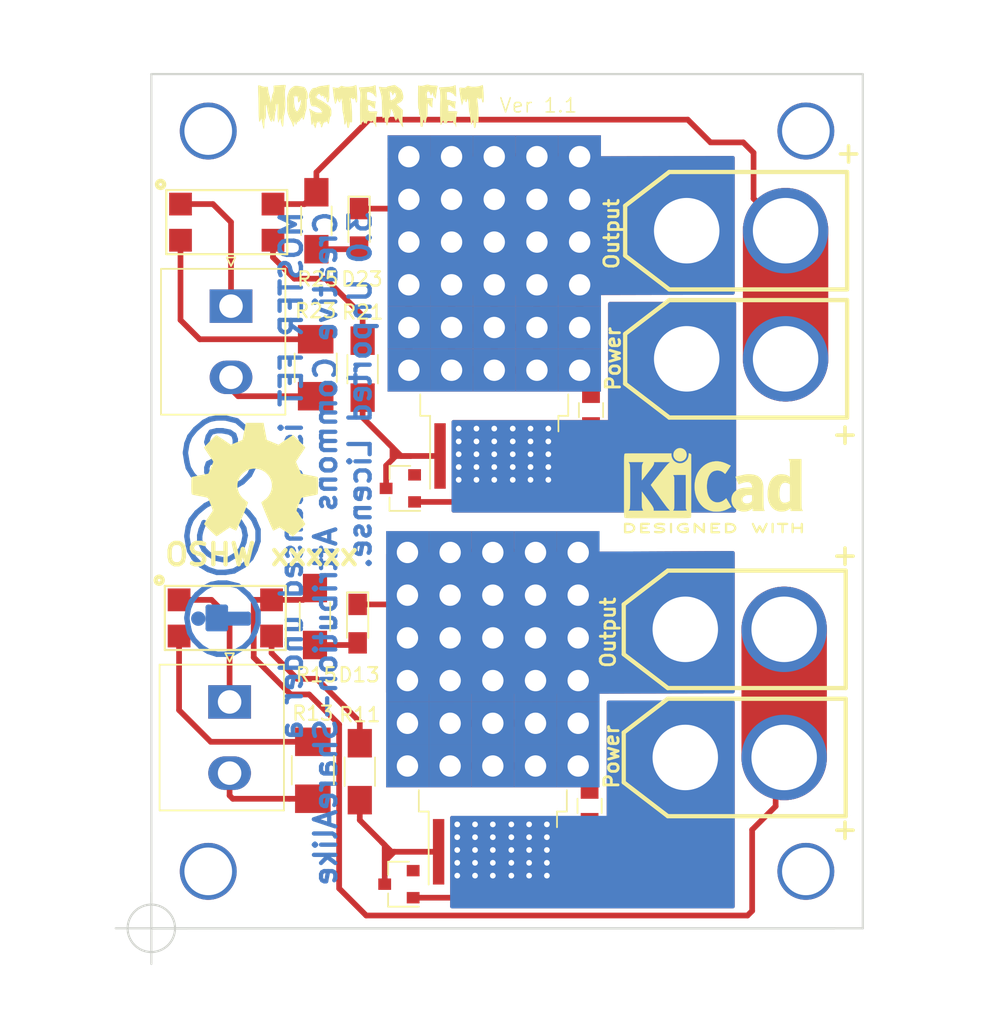
<source format=kicad_pcb>
(kicad_pcb (version 20171130) (host pcbnew "(5.1.5)-3")

  (general
    (thickness 1.6)
    (drawings 32)
    (tracks 162)
    (zones 0)
    (modules 32)
    (nets 17)
  )

  (page User 200 200)
  (title_block
    (title "MOSTER FET")
    (date 2020-03-14)
    (rev 1.1)
  )

  (layers
    (0 F.Cu signal)
    (31 B.Cu signal)
    (35 F.Paste user)
    (36 B.SilkS user hide)
    (37 F.SilkS user)
    (38 B.Mask user)
    (39 F.Mask user)
    (40 Dwgs.User user)
    (44 Edge.Cuts user)
    (45 Margin user hide)
    (46 B.CrtYd user hide)
    (47 F.CrtYd user hide)
    (48 B.Fab user hide)
  )

  (setup
    (last_trace_width 0.4)
    (trace_clearance 0.254)
    (zone_clearance 0.254)
    (zone_45_only no)
    (trace_min 0.2)
    (via_size 0.6)
    (via_drill 0.4)
    (via_min_size 0.4)
    (via_min_drill 0.3)
    (uvia_size 0.3)
    (uvia_drill 0.1)
    (uvias_allowed no)
    (uvia_min_size 0.2)
    (uvia_min_drill 0.1)
    (edge_width 0.15)
    (segment_width 0.2)
    (pcb_text_width 0.3)
    (pcb_text_size 1.5 1.5)
    (mod_edge_width 0.15)
    (mod_text_size 1 1)
    (mod_text_width 0.15)
    (pad_size 4 4)
    (pad_drill 3.35)
    (pad_to_mask_clearance 0)
    (solder_mask_min_width 0.127)
    (pad_to_paste_clearance_ratio -0.05)
    (aux_axis_origin 73 117)
    (grid_origin 73 117)
    (visible_elements 7FFFF77F)
    (pcbplotparams
      (layerselection 0x010e0_ffffffff)
      (usegerberextensions false)
      (usegerberattributes false)
      (usegerberadvancedattributes false)
      (creategerberjobfile false)
      (excludeedgelayer false)
      (linewidth 0.100000)
      (plotframeref false)
      (viasonmask false)
      (mode 1)
      (useauxorigin false)
      (hpglpennumber 1)
      (hpglpenspeed 20)
      (hpglpendiameter 15.000000)
      (psnegative false)
      (psa4output false)
      (plotreference true)
      (plotvalue false)
      (plotinvisibletext false)
      (padsonsilk false)
      (subtractmaskfromsilk false)
      (outputformat 1)
      (mirror false)
      (drillshape 0)
      (scaleselection 1)
      (outputdirectory "Gerber/"))
  )

  (net 0 "")
  (net 1 GND)
  (net 2 +BATT)
  (net 3 "Net-(D11-Pad3)")
  (net 4 "Net-(D21-Pad3)")
  (net 5 "Net-(R23-Pad2)")
  (net 6 "Net-(CN21-Pad2)")
  (net 7 "Net-(CN11-Pad2)")
  (net 8 "Net-(R13-Pad2)")
  (net 9 "Net-(D23-Pad2)")
  (net 10 "Net-(R21-Pad1)")
  (net 11 "Net-(D13-Pad2)")
  (net 12 "Net-(R11-Pad1)")
  (net 13 "Net-(C11-Pad1)")
  (net 14 "Net-(C21-Pad1)")
  (net 15 "Net-(CN21-Pad1)")
  (net 16 "Net-(CN11-Pad1)")

  (net_class Default "This is the default net class."
    (clearance 0.254)
    (trace_width 0.4)
    (via_dia 0.6)
    (via_drill 0.4)
    (uvia_dia 0.3)
    (uvia_drill 0.1)
    (add_net GND)
    (add_net "Net-(C11-Pad1)")
    (add_net "Net-(C21-Pad1)")
    (add_net "Net-(CN11-Pad1)")
    (add_net "Net-(CN11-Pad2)")
    (add_net "Net-(CN21-Pad1)")
    (add_net "Net-(CN21-Pad2)")
    (add_net "Net-(D11-Pad3)")
    (add_net "Net-(D13-Pad2)")
    (add_net "Net-(D21-Pad3)")
    (add_net "Net-(D23-Pad2)")
    (add_net "Net-(R11-Pad1)")
    (add_net "Net-(R13-Pad2)")
    (add_net "Net-(R21-Pad1)")
    (add_net "Net-(R23-Pad2)")
  )

  (net_class Power ""
    (clearance 0.254)
    (trace_width 0.4)
    (via_dia 0.6)
    (via_drill 0.4)
    (uvia_dia 0.3)
    (uvia_drill 0.1)
    (add_net +BATT)
  )

  (net_class small_trace ""
    (clearance 0.254)
    (trace_width 0.254)
    (via_dia 0.6)
    (via_drill 0.4)
    (uvia_dia 0.3)
    (uvia_drill 0.1)
  )

  (module Mounting_Holes:MountingHole_3.2mm_M3 (layer F.Cu) (tedit 5E6C0722) (tstamp 5BD1049D)
    (at 76 114)
    (descr "Mounting Hole 3.2mm, no annular, M3")
    (tags "mounting hole 3.2mm no annular m3")
    (path /5C7228F0)
    (fp_text reference H4 (at -4.25 0.25) (layer F.SilkS) hide
      (effects (font (size 1 1) (thickness 0.15)))
    )
    (fp_text value "M3 Clearance Hole" (at 0 4.2) (layer F.Fab) hide
      (effects (font (size 1 1) (thickness 0.15)))
    )
    (fp_circle (center 0 0) (end 3.2 0) (layer Cmts.User) (width 0.15))
    (fp_circle (center 0 0) (end 3.45 0) (layer F.CrtYd) (width 0.05))
    (pad "" np_thru_hole circle (at 1 -1) (size 4 4) (drill 3.35) (layers *.Cu *.Mask F.Adhes))
  )

  (module Mounting_Holes:MountingHole_3.2mm_M3 (layer F.Cu) (tedit 5E6C06FA) (tstamp 5BC6928B)
    (at 118 84)
    (descr "Mounting Hole 3.2mm, no annular, M3")
    (tags "mounting hole 3.2mm no annular m3")
    (path /5C722FE1)
    (fp_text reference H2 (at 5.25 0) (layer F.SilkS) hide
      (effects (font (size 1 1) (thickness 0.15)))
    )
    (fp_text value "M3 Clearance Hole" (at 0 4.2) (layer F.Fab) hide
      (effects (font (size 1 1) (thickness 0.15)))
    )
    (fp_circle (center 0 0) (end 3.2 0) (layer Cmts.User) (width 0.15))
    (fp_circle (center 0 0) (end 3.45 0) (layer F.CrtYd) (width 0.05))
    (pad "" np_thru_hole circle (at 1 -23) (size 4 4) (drill 3.35) (layers *.Cu *.Mask))
  )

  (module TO_SOT_Packages_SMD:SOT-23 (layer F.Cu) (tedit 5E6AD6AF) (tstamp 5E6AE65A)
    (at 90.5 86.1 180)
    (descr "SOT-23, Standard")
    (tags SOT-23)
    (path /5E6B3EE0)
    (attr smd)
    (fp_text reference D21 (at 2.4 0 270) (layer F.SilkS) hide
      (effects (font (size 1 1) (thickness 0.15)))
    )
    (fp_text value 15V (at 0 2.5 180) (layer F.Fab)
      (effects (font (size 1 1) (thickness 0.15)))
    )
    (fp_line (start 0.76 1.58) (end -0.7 1.58) (layer F.SilkS) (width 0.12))
    (fp_line (start 0.76 -1.58) (end -1.4 -1.58) (layer F.SilkS) (width 0.12))
    (fp_line (start -1.7 1.75) (end -1.7 -1.75) (layer F.CrtYd) (width 0.05))
    (fp_line (start 1.7 1.75) (end -1.7 1.75) (layer F.CrtYd) (width 0.05))
    (fp_line (start 1.7 -1.75) (end 1.7 1.75) (layer F.CrtYd) (width 0.05))
    (fp_line (start -1.7 -1.75) (end 1.7 -1.75) (layer F.CrtYd) (width 0.05))
    (fp_line (start 0.76 -1.58) (end 0.76 -0.65) (layer F.SilkS) (width 0.12))
    (fp_line (start 0.76 1.58) (end 0.76 0.65) (layer F.SilkS) (width 0.12))
    (fp_line (start -0.7 1.52) (end 0.7 1.52) (layer F.Fab) (width 0.1))
    (fp_line (start 0.7 -1.52) (end 0.7 1.52) (layer F.Fab) (width 0.1))
    (fp_line (start -0.7 -0.95) (end -0.15 -1.52) (layer F.Fab) (width 0.1))
    (fp_line (start -0.15 -1.52) (end 0.7 -1.52) (layer F.Fab) (width 0.1))
    (fp_line (start -0.7 -0.95) (end -0.7 1.5) (layer F.Fab) (width 0.1))
    (fp_text user %R (at 0 0 -90) (layer F.Fab)
      (effects (font (size 0.5 0.5) (thickness 0.075)))
    )
    (pad 3 smd rect (at 1 0 180) (size 0.9 0.8) (layers F.Cu F.Paste F.Mask)
      (net 4 "Net-(D21-Pad3)"))
    (pad 2 smd rect (at -1 0.95 180) (size 0.9 0.8) (layers F.Cu F.Paste F.Mask))
    (pad 1 smd rect (at -1 -0.95 180) (size 0.9 0.8) (layers F.Cu F.Paste F.Mask)
      (net 1 GND))
    (model ${KISYS3DMOD}/TO_SOT_Packages_SMD.3dshapes/SOT-23.wrl
      (at (xyz 0 0 0))
      (scale (xyz 1 1 1))
      (rotate (xyz 0 0 0))
    )
  )

  (module Connectors_JST:JST_NV_B02P-NV_2x5.00mm_Vertical (layer F.Cu) (tedit 5E6AD69D) (tstamp 5E6AE642)
    (at 78.6 73.3 270)
    (descr "JST NV series connector, B02P-NV, 5.00mm pitch, top entry type, through hole")
    (tags "connector jst nv vertical")
    (path /5E6B3E7C)
    (fp_text reference CN21 (at 2.4 3.3 90) (layer F.SilkS) hide
      (effects (font (size 1 1) (thickness 0.15)))
    )
    (fp_text value Jumper_NC_Small (at 2.5 6 270) (layer F.Fab)
      (effects (font (size 1 1) (thickness 0.15)))
    )
    (fp_text user %R (at 2.5 2.5 270) (layer F.Fab)
      (effects (font (size 1 1) (thickness 0.15)))
    )
    (fp_line (start -3.42 -0.3) (end -2.82 0) (layer F.SilkS) (width 0.12))
    (fp_line (start -3.42 0.3) (end -3.42 -0.3) (layer F.SilkS) (width 0.12))
    (fp_line (start -2.82 0) (end -3.42 0.3) (layer F.SilkS) (width 0.12))
    (fp_line (start 7.62 -3.82) (end -2.62 -3.82) (layer F.SilkS) (width 0.12))
    (fp_line (start 7.62 4.92) (end 7.62 -3.82) (layer F.SilkS) (width 0.12))
    (fp_line (start -2.62 4.92) (end 7.62 4.92) (layer F.SilkS) (width 0.12))
    (fp_line (start -2.62 -3.82) (end -2.62 4.92) (layer F.SilkS) (width 0.12))
    (fp_line (start 8 -4.2) (end -3 -4.2) (layer F.CrtYd) (width 0.05))
    (fp_line (start 8 5.3) (end 8 -4.2) (layer F.CrtYd) (width 0.05))
    (fp_line (start -3 5.3) (end 8 5.3) (layer F.CrtYd) (width 0.05))
    (fp_line (start -3 -4.2) (end -3 5.3) (layer F.CrtYd) (width 0.05))
    (fp_line (start -2.5 1) (end -1.5 0) (layer F.Fab) (width 0.1))
    (fp_line (start -2.5 -1) (end -1.5 0) (layer F.Fab) (width 0.1))
    (fp_line (start -2.5 -2) (end 7.5 -2) (layer F.Fab) (width 0.1))
    (fp_line (start 7.5 -3.7) (end -2.5 -3.7) (layer F.Fab) (width 0.1))
    (fp_line (start 7.5 4.8) (end 7.5 -3.7) (layer F.Fab) (width 0.1))
    (fp_line (start -2.5 4.8) (end 7.5 4.8) (layer F.Fab) (width 0.1))
    (fp_line (start -2.5 -3.7) (end -2.5 4.8) (layer F.Fab) (width 0.1))
    (pad 2 thru_hole oval (at 5 0 270) (size 2.35 3) (drill 1.65) (layers *.Cu *.Mask)
      (net 6 "Net-(CN21-Pad2)"))
    (pad 1 thru_hole rect (at 0 0 270) (size 2.35 3) (drill 1.65) (layers *.Cu *.Mask)
      (net 15 "Net-(CN21-Pad1)"))
    (model ${KISYS3DMOD}/Connectors_JST.3dshapes/JST_NV_B02P-NV_2x5.00mm_Vertical.wrl
      (at (xyz 0 0 0))
      (scale (xyz 1 1 1))
      (rotate (xyz 0 0 0))
    )
  )

  (module MyLib:XT60 (layer F.Cu) (tedit 5E6AD6CB) (tstamp 5E6AE632)
    (at 114.1 68 180)
    (tags "CONN DEV")
    (path /5E6B3EC6)
    (fp_text reference J22 (at 7 4.5) (layer F.SilkS) hide
      (effects (font (size 1 1) (thickness 0.2)))
    )
    (fp_text value XT-60 (at 1 13.25 180) (layer F.SilkS) hide
      (effects (font (size 1 1) (thickness 0.2)))
    )
    (fp_line (start 8.25 -4.5) (end -8.25 -4.5) (layer F.CrtYd) (width 0.15))
    (fp_line (start 8.25 4.5) (end 8.25 -4.5) (layer F.CrtYd) (width 0.15))
    (fp_line (start -8.25 4.5) (end 8.25 4.5) (layer F.CrtYd) (width 0.15))
    (fp_line (start -8.25 -4.5) (end -8.25 4.5) (layer F.CrtYd) (width 0.15))
    (fp_text user + (at -7.65 -14.25 180) (layer F.SilkS)
      (effects (font (size 1.5 1.5) (thickness 0.25)))
    )
    (fp_line (start 4.7 4.125) (end 7.8 1.75) (layer F.SilkS) (width 0.3))
    (fp_line (start 7.8 -1.75) (end 7.8 1.75) (layer F.SilkS) (width 0.3))
    (fp_line (start 4.7 -4.125) (end 7.8 -1.75) (layer F.SilkS) (width 0.3))
    (fp_line (start -7.8 -4.125) (end -7.8 4.125) (layer F.SilkS) (width 0.3))
    (fp_line (start -7.8 4.125) (end 4.7 4.125) (layer F.SilkS) (width 0.3))
    (fp_line (start -7.8 -4.125) (end 4.7 -4.125) (layer F.SilkS) (width 0.3))
    (pad 2 thru_hole circle (at 3.475 0 180) (size 6 6) (drill 4.6) (layers *.Cu *.Mask)
      (net 14 "Net-(C21-Pad1)"))
    (pad 1 thru_hole circle (at -3.475 0 180) (size 6 6) (drill 4.6) (layers *.Cu *.Mask)
      (net 2 +BATT))
  )

  (module Resistors_SMD:R_1206_HandSoldering (layer F.Cu) (tedit 5E6AD869) (tstamp 5E6AE622)
    (at 84.6 67.3 270)
    (descr "Resistor SMD 1206, hand soldering")
    (tags "resistor 1206")
    (path /5E6B3E99)
    (attr smd)
    (fp_text reference R25 (at 4.1 -0.1) (layer F.SilkS)
      (effects (font (size 1 1) (thickness 0.15)))
    )
    (fp_text value 3.6K (at 0 1.9 270) (layer F.Fab)
      (effects (font (size 1 1) (thickness 0.15)))
    )
    (fp_text user %R (at 0 0 270) (layer F.Fab)
      (effects (font (size 0.7 0.7) (thickness 0.105)))
    )
    (fp_line (start -1.6 0.8) (end -1.6 -0.8) (layer F.Fab) (width 0.1))
    (fp_line (start 1.6 0.8) (end -1.6 0.8) (layer F.Fab) (width 0.1))
    (fp_line (start 1.6 -0.8) (end 1.6 0.8) (layer F.Fab) (width 0.1))
    (fp_line (start -1.6 -0.8) (end 1.6 -0.8) (layer F.Fab) (width 0.1))
    (fp_line (start 1 1.07) (end -1 1.07) (layer F.SilkS) (width 0.12))
    (fp_line (start -1 -1.07) (end 1 -1.07) (layer F.SilkS) (width 0.12))
    (fp_line (start -3.25 -1.11) (end 3.25 -1.11) (layer F.CrtYd) (width 0.05))
    (fp_line (start -3.25 -1.11) (end -3.25 1.1) (layer F.CrtYd) (width 0.05))
    (fp_line (start 3.25 1.1) (end 3.25 -1.11) (layer F.CrtYd) (width 0.05))
    (fp_line (start 3.25 1.1) (end -3.25 1.1) (layer F.CrtYd) (width 0.05))
    (pad 1 smd rect (at -2 0 270) (size 2 1.7) (layers F.Cu F.Paste F.Mask)
      (net 2 +BATT))
    (pad 2 smd rect (at 2 0 270) (size 2 1.7) (layers F.Cu F.Paste F.Mask)
      (net 9 "Net-(D23-Pad2)"))
    (model ${KISYS3DMOD}/Resistors_SMD.3dshapes/R_1206.wrl
      (at (xyz 0 0 0))
      (scale (xyz 1 1 1))
      (rotate (xyz 0 0 0))
    )
  )

  (module MyLib:XT60 (layer F.Cu) (tedit 5E6AD6C5) (tstamp 5E73497A)
    (at 114.1 77 180)
    (tags "CONN DEV")
    (path /5E6B3F19)
    (fp_text reference J21 (at 7.7 4 180) (layer F.SilkS) hide
      (effects (font (size 1 1) (thickness 0.2)))
    )
    (fp_text value XT-60 (at -1.25 -18.25 180) (layer F.SilkS) hide
      (effects (font (size 1 1) (thickness 0.2)))
    )
    (fp_line (start 8.25 -4.5) (end -8.25 -4.5) (layer F.CrtYd) (width 0.15))
    (fp_line (start 8.25 4.5) (end 8.25 -4.5) (layer F.CrtYd) (width 0.15))
    (fp_line (start -8.25 4.5) (end 8.25 4.5) (layer F.CrtYd) (width 0.15))
    (fp_line (start -8.25 -4.5) (end -8.25 4.5) (layer F.CrtYd) (width 0.15))
    (fp_text user + (at -7.9 14.5 180) (layer F.SilkS)
      (effects (font (size 1.5 1.5) (thickness 0.25)))
    )
    (fp_line (start 4.7 4.125) (end 7.8 1.75) (layer F.SilkS) (width 0.3))
    (fp_line (start 7.8 -1.75) (end 7.8 1.75) (layer F.SilkS) (width 0.3))
    (fp_line (start 4.7 -4.125) (end 7.8 -1.75) (layer F.SilkS) (width 0.3))
    (fp_line (start -7.8 -4.125) (end -7.8 4.125) (layer F.SilkS) (width 0.3))
    (fp_line (start -7.8 4.125) (end 4.7 4.125) (layer F.SilkS) (width 0.3))
    (fp_line (start -7.8 -4.125) (end 4.7 -4.125) (layer F.SilkS) (width 0.3))
    (pad 2 thru_hole circle (at 3.475 0 180) (size 6 6) (drill 4.6) (layers *.Cu *.Mask)
      (net 1 GND))
    (pad 1 thru_hole circle (at -3.475 0 180) (size 6 6) (drill 4.6) (layers *.Cu *.Mask)
      (net 2 +BATT))
  )

  (module Capacitors_SMD:C_0805_HandSoldering (layer F.Cu) (tedit 5E6AD6BA) (tstamp 5E6AE5FC)
    (at 103.9 80.6 270)
    (descr "Capacitor SMD 0805, hand soldering")
    (tags "capacitor 0805")
    (path /5E6B3EFE)
    (attr smd)
    (fp_text reference C21 (at 0.65 -2.85) (layer F.SilkS) hide
      (effects (font (size 1 1) (thickness 0.15)))
    )
    (fp_text value 10000pF (at 0 1.75 270) (layer F.Fab)
      (effects (font (size 1 1) (thickness 0.15)))
    )
    (fp_line (start 2.25 0.87) (end -2.25 0.87) (layer F.CrtYd) (width 0.05))
    (fp_line (start 2.25 0.87) (end 2.25 -0.88) (layer F.CrtYd) (width 0.05))
    (fp_line (start -2.25 -0.88) (end -2.25 0.87) (layer F.CrtYd) (width 0.05))
    (fp_line (start -2.25 -0.88) (end 2.25 -0.88) (layer F.CrtYd) (width 0.05))
    (fp_line (start -0.5 0.85) (end 0.5 0.85) (layer F.SilkS) (width 0.12))
    (fp_line (start 0.5 -0.85) (end -0.5 -0.85) (layer F.SilkS) (width 0.12))
    (fp_line (start -1 -0.62) (end 1 -0.62) (layer F.Fab) (width 0.1))
    (fp_line (start 1 -0.62) (end 1 0.62) (layer F.Fab) (width 0.1))
    (fp_line (start 1 0.62) (end -1 0.62) (layer F.Fab) (width 0.1))
    (fp_line (start -1 0.62) (end -1 -0.62) (layer F.Fab) (width 0.1))
    (fp_text user %R (at 0 -1.75 270) (layer F.Fab)
      (effects (font (size 1 1) (thickness 0.15)))
    )
    (pad 2 smd rect (at 1.25 0 270) (size 1.5 1.25) (layers F.Cu F.Paste F.Mask)
      (net 1 GND))
    (pad 1 smd rect (at -1.25 0 270) (size 1.5 1.25) (layers F.Cu F.Paste F.Mask)
      (net 14 "Net-(C21-Pad1)"))
    (model Capacitors_SMD.3dshapes/C_0805.wrl
      (at (xyz 0 0 0))
      (scale (xyz 1 1 1))
      (rotate (xyz 0 0 0))
    )
  )

  (module MyLib:TO-263-6-HeatSunk (layer F.Cu) (tedit 5E6AD697) (tstamp 5E6AE5B0)
    (at 97.1 78.05 90)
    (descr "TO-263 / D2PAK / DDPAK SMD package, http://www.infineon.com/cms/en/product/packages/PG-TO263/PG-TO263-7-1/")
    (tags "D2PAK DDPAK TO-263 D2PAK-7 TO-263-7 SOT-427")
    (path /5E6B3EB9)
    (attr smd)
    (fp_text reference Q21 (at -3.95 -6.35 180) (layer F.SilkS) hide
      (effects (font (size 1 1) (thickness 0.15)))
    )
    (fp_text value AUIRFSA8409-7P (at -9.25 0) (layer F.Fab)
      (effects (font (size 1 1) (thickness 0.15)))
    )
    (fp_text user %R (at 0 0 90) (layer F.Fab)
      (effects (font (size 1 1) (thickness 0.15)))
    )
    (fp_line (start 8.32 -5.65) (end -8.32 -5.65) (layer F.CrtYd) (width 0.05))
    (fp_line (start 8.32 5.65) (end 8.32 -5.65) (layer F.CrtYd) (width 0.05))
    (fp_line (start -8.32 5.65) (end 8.32 5.65) (layer F.CrtYd) (width 0.05))
    (fp_line (start -8.32 -5.65) (end -8.32 5.65) (layer F.CrtYd) (width 0.05))
    (fp_line (start -2.95 4.51) (end -4.05 4.51) (layer F.SilkS) (width 0.12))
    (fp_line (start -2.95 5.2) (end -2.95 4.51) (layer F.SilkS) (width 0.12))
    (fp_line (start -1.45 5.2) (end -2.95 5.2) (layer F.SilkS) (width 0.12))
    (fp_line (start -2.95 -4.51) (end -8.075 -4.51) (layer F.SilkS) (width 0.12))
    (fp_line (start -2.95 -5.2) (end -2.95 -4.51) (layer F.SilkS) (width 0.12))
    (fp_line (start -1.45 -5.2) (end -2.95 -5.2) (layer F.SilkS) (width 0.12))
    (fp_line (start -7.45 4.11) (end -2.75 4.11) (layer F.Fab) (width 0.1))
    (fp_line (start -7.45 3.51) (end -7.45 4.11) (layer F.Fab) (width 0.1))
    (fp_line (start -2.75 3.51) (end -7.45 3.51) (layer F.Fab) (width 0.1))
    (fp_line (start -7.45 2.84) (end -2.75 2.84) (layer F.Fab) (width 0.1))
    (fp_line (start -7.45 2.24) (end -7.45 2.84) (layer F.Fab) (width 0.1))
    (fp_line (start -2.75 2.24) (end -7.45 2.24) (layer F.Fab) (width 0.1))
    (fp_line (start -7.45 1.57) (end -2.75 1.57) (layer F.Fab) (width 0.1))
    (fp_line (start -7.45 0.97) (end -7.45 1.57) (layer F.Fab) (width 0.1))
    (fp_line (start -2.75 0.97) (end -7.45 0.97) (layer F.Fab) (width 0.1))
    (fp_line (start -7.45 -0.97) (end -2.75 -0.97) (layer F.Fab) (width 0.1))
    (fp_line (start -7.45 -1.57) (end -7.45 -0.97) (layer F.Fab) (width 0.1))
    (fp_line (start -2.75 -1.57) (end -7.45 -1.57) (layer F.Fab) (width 0.1))
    (fp_line (start -7.45 -2.24) (end -2.75 -2.24) (layer F.Fab) (width 0.1))
    (fp_line (start -7.45 -2.84) (end -7.45 -2.24) (layer F.Fab) (width 0.1))
    (fp_line (start -2.75 -2.84) (end -7.45 -2.84) (layer F.Fab) (width 0.1))
    (fp_line (start -7.45 -3.51) (end -2.75 -3.51) (layer F.Fab) (width 0.1))
    (fp_line (start -7.45 -4.11) (end -7.45 -3.51) (layer F.Fab) (width 0.1))
    (fp_line (start -2.64 -4.11) (end -7.45 -4.11) (layer F.Fab) (width 0.1))
    (fp_line (start -1.75 -5) (end 6.5 -5) (layer F.Fab) (width 0.1))
    (fp_line (start -2.75 -4) (end -1.75 -5) (layer F.Fab) (width 0.1))
    (fp_line (start -2.75 5) (end -2.75 -4) (layer F.Fab) (width 0.1))
    (fp_line (start 6.5 5) (end -2.75 5) (layer F.Fab) (width 0.1))
    (fp_line (start 6.5 -5) (end 6.5 5) (layer F.Fab) (width 0.1))
    (fp_line (start 7.5 5) (end 6.5 5) (layer F.Fab) (width 0.1))
    (fp_line (start 7.5 -5) (end 7.5 5) (layer F.Fab) (width 0.1))
    (fp_line (start 6.5 -5) (end 7.5 -5) (layer F.Fab) (width 0.1))
    (pad 4 thru_hole rect (at 15.25 -3 90) (size 3 3) (drill 1.5) (layers *.Cu *.Mask)
      (net 14 "Net-(C21-Pad1)"))
    (pad 4 thru_hole rect (at 15.25 -6 90) (size 3 3) (drill 1.5) (layers *.Cu *.Mask)
      (net 14 "Net-(C21-Pad1)"))
    (pad 4 thru_hole rect (at 15.25 0 90) (size 3 3) (drill 1.5) (layers *.Cu *.Mask)
      (net 14 "Net-(C21-Pad1)"))
    (pad 4 thru_hole rect (at 15.25 6 90) (size 3 3) (drill 1.5) (layers *.Cu *.Mask)
      (net 14 "Net-(C21-Pad1)"))
    (pad 4 thru_hole rect (at 15.25 3 90) (size 3 3) (drill 1.5) (layers *.Cu *.Mask)
      (net 14 "Net-(C21-Pad1)"))
    (pad 7 smd rect (at -5.775 3.81 90) (size 4.6 0.8) (layers F.Cu F.Paste F.Mask)
      (net 1 GND))
    (pad 6 smd rect (at -5.775 2.54 90) (size 4.6 0.8) (layers F.Cu F.Paste F.Mask)
      (net 1 GND))
    (pad 5 smd rect (at -5.775 1.27 90) (size 4.6 0.8) (layers F.Cu F.Paste F.Mask)
      (net 1 GND))
    (pad 3 smd rect (at -5.775 -1.27 90) (size 4.6 0.8) (layers F.Cu F.Paste F.Mask)
      (net 1 GND))
    (pad 2 smd rect (at -5.775 -2.54 90) (size 4.6 0.8) (layers F.Cu F.Paste F.Mask)
      (net 1 GND))
    (pad 1 smd rect (at -5.775 -3.81 90) (size 4.6 0.8) (layers F.Cu F.Paste F.Mask)
      (net 4 "Net-(D21-Pad3)"))
    (pad 4 thru_hole rect (at 0.25 6 90) (size 3 3) (drill 1.5) (layers *.Cu *.Mask)
      (net 14 "Net-(C21-Pad1)"))
    (pad 4 thru_hole rect (at 3.25 6 90) (size 3 3) (drill 1.5) (layers *.Cu *.Mask)
      (net 14 "Net-(C21-Pad1)"))
    (pad 4 thru_hole rect (at 6.25 6 90) (size 3 3) (drill 1.5) (layers *.Cu *.Mask)
      (net 14 "Net-(C21-Pad1)"))
    (pad 4 thru_hole rect (at 9.25 6 90) (size 3 3) (drill 1.5) (layers *.Cu *.Mask)
      (net 14 "Net-(C21-Pad1)"))
    (pad 4 thru_hole rect (at 0.25 -6 90) (size 3 3) (drill 1.5) (layers *.Cu *.Mask)
      (net 14 "Net-(C21-Pad1)"))
    (pad 4 thru_hole rect (at 3.25 -6 90) (size 3 3) (drill 1.5) (layers *.Cu *.Mask)
      (net 14 "Net-(C21-Pad1)"))
    (pad 4 thru_hole rect (at 9.25 -6 90) (size 3 3) (drill 1.5) (layers *.Cu *.Mask)
      (net 14 "Net-(C21-Pad1)"))
    (pad 4 thru_hole rect (at 6.25 -6 90) (size 3 3) (drill 1.5) (layers *.Cu *.Mask)
      (net 14 "Net-(C21-Pad1)"))
    (pad 4 thru_hole rect (at 9.25 3 90) (size 3 3) (drill 1.5) (layers *.Cu *.Mask)
      (net 14 "Net-(C21-Pad1)"))
    (pad 4 thru_hole rect (at 9.25 0 90) (size 3 3) (drill 1.5) (layers *.Cu *.Mask)
      (net 14 "Net-(C21-Pad1)"))
    (pad 4 thru_hole rect (at 9.25 -3 90) (size 3 3) (drill 1.5) (layers *.Cu *.Mask)
      (net 14 "Net-(C21-Pad1)"))
    (pad 4 thru_hole rect (at 6.25 -3 90) (size 3 3) (drill 1.5) (layers *.Cu *.Mask)
      (net 14 "Net-(C21-Pad1)"))
    (pad 4 thru_hole rect (at 6.25 3 90) (size 3 3) (drill 1.5) (layers *.Cu *.Mask)
      (net 14 "Net-(C21-Pad1)"))
    (pad 4 thru_hole rect (at 6.25 0 90) (size 3 3) (drill 1.5) (layers *.Cu *.Mask)
      (net 14 "Net-(C21-Pad1)"))
    (pad 4 thru_hole rect (at 3.25 -3 90) (size 3 3) (drill 1.5) (layers *.Cu *.Mask)
      (net 14 "Net-(C21-Pad1)"))
    (pad 4 thru_hole rect (at 3.25 3 90) (size 3 3) (drill 1.5) (layers *.Cu *.Mask)
      (net 14 "Net-(C21-Pad1)"))
    (pad 4 thru_hole rect (at 3.25 0 90) (size 3 3) (drill 1.5) (layers *.Cu *.Mask)
      (net 14 "Net-(C21-Pad1)"))
    (pad 4 thru_hole rect (at 0.25 -3 90) (size 3 3) (drill 1.5) (layers *.Cu *.Mask)
      (net 14 "Net-(C21-Pad1)"))
    (pad 4 thru_hole rect (at 0.25 3 90) (size 3 3) (drill 1.5) (layers *.Cu *.Mask)
      (net 14 "Net-(C21-Pad1)"))
    (pad 4 thru_hole rect (at 0.25 0 90) (size 3 3) (drill 1.5) (layers *.Cu *.Mask)
      (net 14 "Net-(C21-Pad1)"))
    (pad 4 thru_hole rect (at 12.25 6 90) (size 3 3) (drill 1.5) (layers *.Cu *.Mask)
      (net 14 "Net-(C21-Pad1)"))
    (pad 4 thru_hole rect (at 12.25 -6 90) (size 3 3) (drill 1.5) (layers *.Cu *.Mask)
      (net 14 "Net-(C21-Pad1)"))
    (pad 4 thru_hole rect (at 12.25 3 90) (size 3 3) (drill 1.5) (layers *.Cu *.Mask)
      (net 14 "Net-(C21-Pad1)"))
    (pad 4 thru_hole rect (at 12.25 -3 90) (size 3 3) (drill 1.5) (layers *.Cu *.Mask)
      (net 14 "Net-(C21-Pad1)"))
    (pad 4 thru_hole rect (at 12.25 0 90) (size 3 3) (drill 1.5) (layers *.Cu *.Mask)
      (net 14 "Net-(C21-Pad1)"))
    (model ${KISYS3DMOD}/TO_SOT_Packages_SMD.3dshapes/TO-263-6.wrl
      (at (xyz 0 0 0))
      (scale (xyz 1 1 1))
      (rotate (xyz 0 0 0))
    )
  )

  (module MyLib:TLP182 (layer F.Cu) (tedit 5E6AD6DF) (tstamp 5E6AE5A4)
    (at 78.3 67.4)
    (path /5E6B3E53)
    (attr smd)
    (fp_text reference U21 (at 0.1 -0.1) (layer F.SilkS) hide
      (effects (font (size 1 1) (thickness 0.15)))
    )
    (fp_text value TLP182 (at 129.7 -73.7) (layer F.Fab) hide
      (effects (font (size 1 1) (thickness 0.15)))
    )
    (fp_line (start 4.25 -2.25) (end 4.25 2.25) (layer F.SilkS) (width 0.15))
    (fp_line (start -4.25 -2.25) (end -4.25 2.25) (layer F.SilkS) (width 0.15))
    (fp_line (start -4.25 2.25) (end 4.25 2.25) (layer F.SilkS) (width 0.15))
    (fp_line (start -4.25 -2.25) (end 4.25 -2.25) (layer F.SilkS) (width 0.15))
    (fp_circle (center -4.65 -2.65) (end -4.65 -2.4) (layer F.SilkS) (width 0.3))
    (pad 4 smd rect (at 3.25 1.27) (size 1.6 1.6) (layers F.Cu F.Paste F.Mask)
      (net 10 "Net-(R21-Pad1)"))
    (pad 3 smd rect (at -3.25 1.27) (size 1.6 1.6) (layers F.Cu F.Paste F.Mask)
      (net 5 "Net-(R23-Pad2)"))
    (pad 1 smd rect (at -3.25 -1.27) (size 1.6 1.6) (layers F.Cu F.Paste F.Mask)
      (net 15 "Net-(CN21-Pad1)"))
    (pad 6 smd rect (at 3.25 -1.27) (size 1.6 1.6) (layers F.Cu F.Paste F.Mask)
      (net 2 +BATT))
  )

  (module Resistors_SMD:R_1206_HandSoldering (layer F.Cu) (tedit 5E6AD6AA) (tstamp 5E6AE594)
    (at 87.85 77.725 270)
    (descr "Resistor SMD 1206, hand soldering")
    (tags "resistor 1206")
    (path /5E6B3E64)
    (attr smd)
    (fp_text reference R21 (at -4 0) (layer F.SilkS)
      (effects (font (size 1 1) (thickness 0.15)))
    )
    (fp_text value 1.0K (at 0 1.9 270) (layer F.Fab)
      (effects (font (size 1 1) (thickness 0.15)))
    )
    (fp_line (start 3.25 1.1) (end -3.25 1.1) (layer F.CrtYd) (width 0.05))
    (fp_line (start 3.25 1.1) (end 3.25 -1.11) (layer F.CrtYd) (width 0.05))
    (fp_line (start -3.25 -1.11) (end -3.25 1.1) (layer F.CrtYd) (width 0.05))
    (fp_line (start -3.25 -1.11) (end 3.25 -1.11) (layer F.CrtYd) (width 0.05))
    (fp_line (start -1 -1.07) (end 1 -1.07) (layer F.SilkS) (width 0.12))
    (fp_line (start 1 1.07) (end -1 1.07) (layer F.SilkS) (width 0.12))
    (fp_line (start -1.6 -0.8) (end 1.6 -0.8) (layer F.Fab) (width 0.1))
    (fp_line (start 1.6 -0.8) (end 1.6 0.8) (layer F.Fab) (width 0.1))
    (fp_line (start 1.6 0.8) (end -1.6 0.8) (layer F.Fab) (width 0.1))
    (fp_line (start -1.6 0.8) (end -1.6 -0.8) (layer F.Fab) (width 0.1))
    (fp_text user %R (at 0 0 270) (layer F.Fab)
      (effects (font (size 0.7 0.7) (thickness 0.105)))
    )
    (pad 2 smd rect (at 2 0 270) (size 2 1.7) (layers F.Cu F.Paste F.Mask)
      (net 4 "Net-(D21-Pad3)"))
    (pad 1 smd rect (at -2 0 270) (size 2 1.7) (layers F.Cu F.Paste F.Mask)
      (net 10 "Net-(R21-Pad1)"))
    (model ${KISYS3DMOD}/Resistors_SMD.3dshapes/R_1206.wrl
      (at (xyz 0 0 0))
      (scale (xyz 1 1 1))
      (rotate (xyz 0 0 0))
    )
  )

  (module LEDs:LED_0805_HandSoldering (layer F.Cu) (tedit 5E6AD87E) (tstamp 5E6AE580)
    (at 87.6 67.8 270)
    (descr "Resistor SMD 0805, hand soldering")
    (tags "resistor 0805")
    (path /5E6B3E70)
    (attr smd)
    (fp_text reference D23 (at 3.6 -0.2) (layer F.SilkS)
      (effects (font (size 1 1) (thickness 0.15)))
    )
    (fp_text value ~ (at 0 1.75 270) (layer F.Fab)
      (effects (font (size 1 1) (thickness 0.15)))
    )
    (fp_line (start -2.2 -0.75) (end -2.2 0.75) (layer F.SilkS) (width 0.12))
    (fp_line (start 2.35 0.9) (end -2.35 0.9) (layer F.CrtYd) (width 0.05))
    (fp_line (start 2.35 0.9) (end 2.35 -0.9) (layer F.CrtYd) (width 0.05))
    (fp_line (start -2.35 -0.9) (end -2.35 0.9) (layer F.CrtYd) (width 0.05))
    (fp_line (start -2.35 -0.9) (end 2.35 -0.9) (layer F.CrtYd) (width 0.05))
    (fp_line (start -2.2 -0.75) (end 1 -0.75) (layer F.SilkS) (width 0.12))
    (fp_line (start 1 0.75) (end -2.2 0.75) (layer F.SilkS) (width 0.12))
    (fp_line (start -1 -0.62) (end 1 -0.62) (layer F.Fab) (width 0.1))
    (fp_line (start 1 -0.62) (end 1 0.62) (layer F.Fab) (width 0.1))
    (fp_line (start 1 0.62) (end -1 0.62) (layer F.Fab) (width 0.1))
    (fp_line (start -1 0.62) (end -1 -0.62) (layer F.Fab) (width 0.1))
    (fp_line (start 0.2 -0.4) (end 0.2 0.4) (layer F.Fab) (width 0.1))
    (fp_line (start 0.2 0.4) (end -0.4 0) (layer F.Fab) (width 0.1))
    (fp_line (start -0.4 0) (end 0.2 -0.4) (layer F.Fab) (width 0.1))
    (fp_line (start -0.4 -0.4) (end -0.4 0.4) (layer F.Fab) (width 0.1))
    (pad 2 smd rect (at 1.35 0 270) (size 1.5 1.3) (layers F.Cu F.Paste F.Mask)
      (net 9 "Net-(D23-Pad2)"))
    (pad 1 smd rect (at -1.35 0 270) (size 1.5 1.3) (layers F.Cu F.Paste F.Mask)
      (net 14 "Net-(C21-Pad1)"))
    (model ${KISYS3DMOD}/LEDs.3dshapes/LED_0805.wrl
      (at (xyz 0 0 0))
      (scale (xyz 1 1 1))
      (rotate (xyz 0 0 0))
    )
  )

  (module Resistors_SMD:R_1210_HandSoldering (layer F.Cu) (tedit 5E6AD6A5) (tstamp 5E6AE570)
    (at 84.55 77.625 90)
    (descr "Resistor SMD 1210, hand soldering")
    (tags "resistor 1210")
    (path /5E6B3E41)
    (attr smd)
    (fp_text reference R23 (at 4 0) (layer F.SilkS)
      (effects (font (size 1 1) (thickness 0.15)))
    )
    (fp_text value 1.99K (at 0 2.4 90) (layer F.Fab)
      (effects (font (size 1 1) (thickness 0.15)))
    )
    (fp_line (start 3.25 1.5) (end -3.25 1.5) (layer F.CrtYd) (width 0.05))
    (fp_line (start 3.25 1.5) (end 3.25 -1.5) (layer F.CrtYd) (width 0.05))
    (fp_line (start -3.25 -1.5) (end -3.25 1.5) (layer F.CrtYd) (width 0.05))
    (fp_line (start -3.25 -1.5) (end 3.25 -1.5) (layer F.CrtYd) (width 0.05))
    (fp_line (start -1 -1.48) (end 1 -1.48) (layer F.SilkS) (width 0.12))
    (fp_line (start 1 1.48) (end -1 1.48) (layer F.SilkS) (width 0.12))
    (fp_line (start -1.6 -1.25) (end 1.6 -1.25) (layer F.Fab) (width 0.1))
    (fp_line (start 1.6 -1.25) (end 1.6 1.25) (layer F.Fab) (width 0.1))
    (fp_line (start 1.6 1.25) (end -1.6 1.25) (layer F.Fab) (width 0.1))
    (fp_line (start -1.6 1.25) (end -1.6 -1.25) (layer F.Fab) (width 0.1))
    (fp_text user %R (at 0 0 90) (layer F.Fab)
      (effects (font (size 0.7 0.7) (thickness 0.105)))
    )
    (pad 2 smd rect (at 2 0 90) (size 2 2.5) (layers F.Cu F.Paste F.Mask)
      (net 5 "Net-(R23-Pad2)"))
    (pad 1 smd rect (at -2 0 90) (size 2 2.5) (layers F.Cu F.Paste F.Mask)
      (net 6 "Net-(CN21-Pad2)"))
    (model ${KISYS3DMOD}/Resistors_SMD.3dshapes/R_1210.wrl
      (at (xyz 0 0 0))
      (scale (xyz 1 1 1))
      (rotate (xyz 0 0 0))
    )
  )

  (module TO_SOT_Packages_SMD:SOT-23 (layer F.Cu) (tedit 5E6AD5AA) (tstamp 5E6AD1BB)
    (at 90.4 113.9 180)
    (descr "SOT-23, Standard")
    (tags SOT-23)
    (path /5C70E3C6)
    (attr smd)
    (fp_text reference D11 (at 2.4 0 270) (layer F.SilkS) hide
      (effects (font (size 1 1) (thickness 0.15)))
    )
    (fp_text value 15V (at 0 2.5 180) (layer F.Fab)
      (effects (font (size 1 1) (thickness 0.15)))
    )
    (fp_text user %R (at 0 0 -90) (layer F.Fab)
      (effects (font (size 0.5 0.5) (thickness 0.075)))
    )
    (fp_line (start -0.7 -0.95) (end -0.7 1.5) (layer F.Fab) (width 0.1))
    (fp_line (start -0.15 -1.52) (end 0.7 -1.52) (layer F.Fab) (width 0.1))
    (fp_line (start -0.7 -0.95) (end -0.15 -1.52) (layer F.Fab) (width 0.1))
    (fp_line (start 0.7 -1.52) (end 0.7 1.52) (layer F.Fab) (width 0.1))
    (fp_line (start -0.7 1.52) (end 0.7 1.52) (layer F.Fab) (width 0.1))
    (fp_line (start 0.76 1.58) (end 0.76 0.65) (layer F.SilkS) (width 0.12))
    (fp_line (start 0.76 -1.58) (end 0.76 -0.65) (layer F.SilkS) (width 0.12))
    (fp_line (start -1.7 -1.75) (end 1.7 -1.75) (layer F.CrtYd) (width 0.05))
    (fp_line (start 1.7 -1.75) (end 1.7 1.75) (layer F.CrtYd) (width 0.05))
    (fp_line (start 1.7 1.75) (end -1.7 1.75) (layer F.CrtYd) (width 0.05))
    (fp_line (start -1.7 1.75) (end -1.7 -1.75) (layer F.CrtYd) (width 0.05))
    (fp_line (start 0.76 -1.58) (end -1.4 -1.58) (layer F.SilkS) (width 0.12))
    (fp_line (start 0.76 1.58) (end -0.7 1.58) (layer F.SilkS) (width 0.12))
    (pad 1 smd rect (at -1 -0.95 180) (size 0.9 0.8) (layers F.Cu F.Paste F.Mask)
      (net 1 GND))
    (pad 2 smd rect (at -1 0.95 180) (size 0.9 0.8) (layers F.Cu F.Paste F.Mask))
    (pad 3 smd rect (at 1 0 180) (size 0.9 0.8) (layers F.Cu F.Paste F.Mask)
      (net 3 "Net-(D11-Pad3)"))
    (model ${KISYS3DMOD}/TO_SOT_Packages_SMD.3dshapes/SOT-23.wrl
      (at (xyz 0 0 0))
      (scale (xyz 1 1 1))
      (rotate (xyz 0 0 0))
    )
  )

  (module Resistors_SMD:R_1206_HandSoldering (layer F.Cu) (tedit 5E6AD5A1) (tstamp 5E6AD217)
    (at 87.65 106 270)
    (descr "Resistor SMD 1206, hand soldering")
    (tags "resistor 1206")
    (path /581EA32B)
    (attr smd)
    (fp_text reference R11 (at -4 0) (layer F.SilkS)
      (effects (font (size 1 1) (thickness 0.15)))
    )
    (fp_text value 1.0K (at 0 1.9 270) (layer F.Fab)
      (effects (font (size 1 1) (thickness 0.15)))
    )
    (fp_text user %R (at 0 0 270) (layer F.Fab)
      (effects (font (size 0.7 0.7) (thickness 0.105)))
    )
    (fp_line (start -1.6 0.8) (end -1.6 -0.8) (layer F.Fab) (width 0.1))
    (fp_line (start 1.6 0.8) (end -1.6 0.8) (layer F.Fab) (width 0.1))
    (fp_line (start 1.6 -0.8) (end 1.6 0.8) (layer F.Fab) (width 0.1))
    (fp_line (start -1.6 -0.8) (end 1.6 -0.8) (layer F.Fab) (width 0.1))
    (fp_line (start 1 1.07) (end -1 1.07) (layer F.SilkS) (width 0.12))
    (fp_line (start -1 -1.07) (end 1 -1.07) (layer F.SilkS) (width 0.12))
    (fp_line (start -3.25 -1.11) (end 3.25 -1.11) (layer F.CrtYd) (width 0.05))
    (fp_line (start -3.25 -1.11) (end -3.25 1.1) (layer F.CrtYd) (width 0.05))
    (fp_line (start 3.25 1.1) (end 3.25 -1.11) (layer F.CrtYd) (width 0.05))
    (fp_line (start 3.25 1.1) (end -3.25 1.1) (layer F.CrtYd) (width 0.05))
    (pad 1 smd rect (at -2 0 270) (size 2 1.7) (layers F.Cu F.Paste F.Mask)
      (net 12 "Net-(R11-Pad1)"))
    (pad 2 smd rect (at 2 0 270) (size 2 1.7) (layers F.Cu F.Paste F.Mask)
      (net 3 "Net-(D11-Pad3)"))
    (model ${KISYS3DMOD}/Resistors_SMD.3dshapes/R_1206.wrl
      (at (xyz 0 0 0))
      (scale (xyz 1 1 1))
      (rotate (xyz 0 0 0))
    )
  )

  (module Resistors_SMD:R_1210_HandSoldering (layer F.Cu) (tedit 5E6AD590) (tstamp 5E6AD227)
    (at 84.35 105.9 90)
    (descr "Resistor SMD 1210, hand soldering")
    (tags "resistor 1210")
    (path /580AE048)
    (attr smd)
    (fp_text reference R13 (at 4 0) (layer F.SilkS)
      (effects (font (size 1 1) (thickness 0.15)))
    )
    (fp_text value 1.99K (at 0 2.4 90) (layer F.Fab)
      (effects (font (size 1 1) (thickness 0.15)))
    )
    (fp_text user %R (at 0 0 90) (layer F.Fab)
      (effects (font (size 0.7 0.7) (thickness 0.105)))
    )
    (fp_line (start -1.6 1.25) (end -1.6 -1.25) (layer F.Fab) (width 0.1))
    (fp_line (start 1.6 1.25) (end -1.6 1.25) (layer F.Fab) (width 0.1))
    (fp_line (start 1.6 -1.25) (end 1.6 1.25) (layer F.Fab) (width 0.1))
    (fp_line (start -1.6 -1.25) (end 1.6 -1.25) (layer F.Fab) (width 0.1))
    (fp_line (start 1 1.48) (end -1 1.48) (layer F.SilkS) (width 0.12))
    (fp_line (start -1 -1.48) (end 1 -1.48) (layer F.SilkS) (width 0.12))
    (fp_line (start -3.25 -1.5) (end 3.25 -1.5) (layer F.CrtYd) (width 0.05))
    (fp_line (start -3.25 -1.5) (end -3.25 1.5) (layer F.CrtYd) (width 0.05))
    (fp_line (start 3.25 1.5) (end 3.25 -1.5) (layer F.CrtYd) (width 0.05))
    (fp_line (start 3.25 1.5) (end -3.25 1.5) (layer F.CrtYd) (width 0.05))
    (pad 1 smd rect (at -2 0 90) (size 2 2.5) (layers F.Cu F.Paste F.Mask)
      (net 7 "Net-(CN11-Pad2)"))
    (pad 2 smd rect (at 2 0 90) (size 2 2.5) (layers F.Cu F.Paste F.Mask)
      (net 8 "Net-(R13-Pad2)"))
    (model ${KISYS3DMOD}/Resistors_SMD.3dshapes/R_1210.wrl
      (at (xyz 0 0 0))
      (scale (xyz 1 1 1))
      (rotate (xyz 0 0 0))
    )
  )

  (module MyLib:XT60 (layer F.Cu) (tedit 5E6AD5D6) (tstamp 5E6AD2AB)
    (at 114 105 180)
    (tags "CONN DEV")
    (path /5C728CBA)
    (fp_text reference J11 (at 7.5 4 180) (layer F.SilkS) hide
      (effects (font (size 1 1) (thickness 0.2)))
    )
    (fp_text value XT-60 (at -1.25 -18.25 180) (layer F.SilkS) hide
      (effects (font (size 1 1) (thickness 0.2)))
    )
    (fp_line (start -7.8 -4.125) (end 4.7 -4.125) (layer F.SilkS) (width 0.3))
    (fp_line (start -7.8 4.125) (end 4.7 4.125) (layer F.SilkS) (width 0.3))
    (fp_line (start -7.8 -4.125) (end -7.8 4.125) (layer F.SilkS) (width 0.3))
    (fp_line (start 4.7 -4.125) (end 7.8 -1.75) (layer F.SilkS) (width 0.3))
    (fp_line (start 7.8 -1.75) (end 7.8 1.75) (layer F.SilkS) (width 0.3))
    (fp_line (start 4.7 4.125) (end 7.8 1.75) (layer F.SilkS) (width 0.3))
    (fp_text user + (at -7.75 14.25 180) (layer F.SilkS)
      (effects (font (size 1.5 1.5) (thickness 0.25)))
    )
    (fp_line (start -8.25 -4.5) (end -8.25 4.5) (layer F.CrtYd) (width 0.15))
    (fp_line (start -8.25 4.5) (end 8.25 4.5) (layer F.CrtYd) (width 0.15))
    (fp_line (start 8.25 4.5) (end 8.25 -4.5) (layer F.CrtYd) (width 0.15))
    (fp_line (start 8.25 -4.5) (end -8.25 -4.5) (layer F.CrtYd) (width 0.15))
    (pad 1 thru_hole circle (at -3.475 0 180) (size 6 6) (drill 4.6) (layers *.Cu *.Mask)
      (net 2 +BATT))
    (pad 2 thru_hole circle (at 3.475 0 180) (size 6 6) (drill 4.6) (layers *.Cu *.Mask)
      (net 1 GND))
  )

  (module MyLib:TLP182 (layer F.Cu) (tedit 5E6AD6DA) (tstamp 5E6AD29F)
    (at 78.2 95.2)
    (path /581E947F)
    (attr smd)
    (fp_text reference U11 (at 0.1 0) (layer F.SilkS) hide
      (effects (font (size 1 1) (thickness 0.15)))
    )
    (fp_text value TLP182 (at 129.7 -73.7) (layer F.Fab) hide
      (effects (font (size 1 1) (thickness 0.15)))
    )
    (fp_circle (center -4.65 -2.65) (end -4.65 -2.4) (layer F.SilkS) (width 0.3))
    (fp_line (start -4.25 -2.25) (end 4.25 -2.25) (layer F.SilkS) (width 0.15))
    (fp_line (start -4.25 2.25) (end 4.25 2.25) (layer F.SilkS) (width 0.15))
    (fp_line (start -4.25 -2.25) (end -4.25 2.25) (layer F.SilkS) (width 0.15))
    (fp_line (start 4.25 -2.25) (end 4.25 2.25) (layer F.SilkS) (width 0.15))
    (pad 6 smd rect (at 3.25 -1.27) (size 1.6 1.6) (layers F.Cu F.Paste F.Mask)
      (net 2 +BATT))
    (pad 1 smd rect (at -3.25 -1.27) (size 1.6 1.6) (layers F.Cu F.Paste F.Mask)
      (net 16 "Net-(CN11-Pad1)"))
    (pad 3 smd rect (at -3.25 1.27) (size 1.6 1.6) (layers F.Cu F.Paste F.Mask)
      (net 8 "Net-(R13-Pad2)"))
    (pad 4 smd rect (at 3.25 1.27) (size 1.6 1.6) (layers F.Cu F.Paste F.Mask)
      (net 12 "Net-(R11-Pad1)"))
  )

  (module MyLib:TO-263-6-HeatSunk (layer F.Cu) (tedit 5E6C0E86) (tstamp 5E6AD24D)
    (at 97 105.85 90)
    (descr "TO-263 / D2PAK / DDPAK SMD package, http://www.infineon.com/cms/en/product/packages/PG-TO263/PG-TO263-7-1/")
    (tags "D2PAK DDPAK TO-263 D2PAK-7 TO-263-7 SOT-427")
    (path /5C70C3F2)
    (attr smd)
    (fp_text reference Q11 (at -4.025 -6.375 180) (layer F.SilkS) hide
      (effects (font (size 1 1) (thickness 0.15)))
    )
    (fp_text value AUIRFSA8409-7P (at -9.25 0) (layer F.Fab)
      (effects (font (size 1 1) (thickness 0.15)))
    )
    (fp_line (start 6.5 -5) (end 7.5 -5) (layer F.Fab) (width 0.1))
    (fp_line (start 7.5 -5) (end 7.5 5) (layer F.Fab) (width 0.1))
    (fp_line (start 7.5 5) (end 6.5 5) (layer F.Fab) (width 0.1))
    (fp_line (start 6.5 -5) (end 6.5 5) (layer F.Fab) (width 0.1))
    (fp_line (start 6.5 5) (end -2.75 5) (layer F.Fab) (width 0.1))
    (fp_line (start -2.75 5) (end -2.75 -4) (layer F.Fab) (width 0.1))
    (fp_line (start -2.75 -4) (end -1.75 -5) (layer F.Fab) (width 0.1))
    (fp_line (start -1.75 -5) (end 6.5 -5) (layer F.Fab) (width 0.1))
    (fp_line (start -2.64 -4.11) (end -7.45 -4.11) (layer F.Fab) (width 0.1))
    (fp_line (start -7.45 -4.11) (end -7.45 -3.51) (layer F.Fab) (width 0.1))
    (fp_line (start -7.45 -3.51) (end -2.75 -3.51) (layer F.Fab) (width 0.1))
    (fp_line (start -2.75 -2.84) (end -7.45 -2.84) (layer F.Fab) (width 0.1))
    (fp_line (start -7.45 -2.84) (end -7.45 -2.24) (layer F.Fab) (width 0.1))
    (fp_line (start -7.45 -2.24) (end -2.75 -2.24) (layer F.Fab) (width 0.1))
    (fp_line (start -2.75 -1.57) (end -7.45 -1.57) (layer F.Fab) (width 0.1))
    (fp_line (start -7.45 -1.57) (end -7.45 -0.97) (layer F.Fab) (width 0.1))
    (fp_line (start -7.45 -0.97) (end -2.75 -0.97) (layer F.Fab) (width 0.1))
    (fp_line (start -2.75 0.97) (end -7.45 0.97) (layer F.Fab) (width 0.1))
    (fp_line (start -7.45 0.97) (end -7.45 1.57) (layer F.Fab) (width 0.1))
    (fp_line (start -7.45 1.57) (end -2.75 1.57) (layer F.Fab) (width 0.1))
    (fp_line (start -2.75 2.24) (end -7.45 2.24) (layer F.Fab) (width 0.1))
    (fp_line (start -7.45 2.24) (end -7.45 2.84) (layer F.Fab) (width 0.1))
    (fp_line (start -7.45 2.84) (end -2.75 2.84) (layer F.Fab) (width 0.1))
    (fp_line (start -2.75 3.51) (end -7.45 3.51) (layer F.Fab) (width 0.1))
    (fp_line (start -7.45 3.51) (end -7.45 4.11) (layer F.Fab) (width 0.1))
    (fp_line (start -7.45 4.11) (end -2.75 4.11) (layer F.Fab) (width 0.1))
    (fp_line (start -1.45 -5.2) (end -2.95 -5.2) (layer F.SilkS) (width 0.12))
    (fp_line (start -2.95 -5.2) (end -2.95 -4.51) (layer F.SilkS) (width 0.12))
    (fp_line (start -2.95 -4.51) (end -8.075 -4.51) (layer F.SilkS) (width 0.12))
    (fp_line (start -1.45 5.2) (end -2.95 5.2) (layer F.SilkS) (width 0.12))
    (fp_line (start -2.95 5.2) (end -2.95 4.51) (layer F.SilkS) (width 0.12))
    (fp_line (start -2.95 4.51) (end -4.05 4.51) (layer F.SilkS) (width 0.12))
    (fp_line (start -8.32 -5.65) (end -8.32 5.65) (layer F.CrtYd) (width 0.05))
    (fp_line (start -8.32 5.65) (end 8.32 5.65) (layer F.CrtYd) (width 0.05))
    (fp_line (start 8.32 5.65) (end 8.32 -5.65) (layer F.CrtYd) (width 0.05))
    (fp_line (start 8.32 -5.65) (end -8.32 -5.65) (layer F.CrtYd) (width 0.05))
    (fp_text user %R (at 0 0 90) (layer F.Fab)
      (effects (font (size 1 1) (thickness 0.15)))
    )
    (pad 4 thru_hole rect (at 12.25 0 90) (size 3 3) (drill 1.5) (layers *.Cu *.Mask)
      (net 13 "Net-(C11-Pad1)"))
    (pad 4 thru_hole rect (at 12.25 -3 90) (size 3 3) (drill 1.5) (layers *.Cu *.Mask)
      (net 13 "Net-(C11-Pad1)"))
    (pad 4 thru_hole rect (at 12.25 3 90) (size 3 3) (drill 1.5) (layers *.Cu *.Mask)
      (net 13 "Net-(C11-Pad1)"))
    (pad 4 thru_hole rect (at 12.25 -6 90) (size 3 3) (drill 1.5) (layers *.Cu *.Mask)
      (net 13 "Net-(C11-Pad1)"))
    (pad 4 thru_hole rect (at 12.25 6 90) (size 3 3) (drill 1.5) (layers *.Cu *.Mask)
      (net 13 "Net-(C11-Pad1)"))
    (pad 4 thru_hole rect (at 0.25 0 90) (size 3 3) (drill 1.5) (layers *.Cu *.Mask)
      (net 13 "Net-(C11-Pad1)"))
    (pad 4 thru_hole rect (at 0.25 3 90) (size 3 3) (drill 1.5) (layers *.Cu *.Mask)
      (net 13 "Net-(C11-Pad1)"))
    (pad 4 thru_hole rect (at 0.25 -3 90) (size 3 3) (drill 1.5) (layers *.Cu *.Mask)
      (net 13 "Net-(C11-Pad1)"))
    (pad 4 thru_hole rect (at 3.25 0 90) (size 3 3) (drill 1.5) (layers *.Cu *.Mask)
      (net 13 "Net-(C11-Pad1)"))
    (pad 4 thru_hole rect (at 3.25 3 90) (size 3 3) (drill 1.5) (layers *.Cu *.Mask)
      (net 13 "Net-(C11-Pad1)"))
    (pad 4 thru_hole rect (at 3.25 -3 90) (size 3 3) (drill 1.5) (layers *.Cu *.Mask)
      (net 13 "Net-(C11-Pad1)"))
    (pad 4 thru_hole rect (at 6.25 0 90) (size 3 3) (drill 1.5) (layers *.Cu *.Mask)
      (net 13 "Net-(C11-Pad1)"))
    (pad 4 thru_hole rect (at 6.25 3 90) (size 3 3) (drill 1.5) (layers *.Cu *.Mask)
      (net 13 "Net-(C11-Pad1)"))
    (pad 4 thru_hole rect (at 6.25 -3 90) (size 3 3) (drill 1.5) (layers *.Cu *.Mask)
      (net 13 "Net-(C11-Pad1)"))
    (pad 4 thru_hole rect (at 9.25 -3 90) (size 3 3) (drill 1.5) (layers *.Cu *.Mask)
      (net 13 "Net-(C11-Pad1)"))
    (pad 4 thru_hole rect (at 9.25 0 90) (size 3 3) (drill 1.5) (layers *.Cu *.Mask)
      (net 13 "Net-(C11-Pad1)"))
    (pad 4 thru_hole rect (at 9.25 3 90) (size 3 3) (drill 1.5) (layers *.Cu *.Mask)
      (net 13 "Net-(C11-Pad1)"))
    (pad 4 thru_hole rect (at 6.25 -6 90) (size 3 3) (drill 1.5) (layers *.Cu *.Mask)
      (net 13 "Net-(C11-Pad1)"))
    (pad 4 thru_hole rect (at 9.25 -6 90) (size 3 3) (drill 1.5) (layers *.Cu *.Mask)
      (net 13 "Net-(C11-Pad1)"))
    (pad 4 thru_hole rect (at 3.25 -6 90) (size 3 3) (drill 1.5) (layers *.Cu *.Mask)
      (net 13 "Net-(C11-Pad1)"))
    (pad 4 thru_hole rect (at 0.25 -6 90) (size 3 3) (drill 1.5) (layers *.Cu *.Mask)
      (net 13 "Net-(C11-Pad1)"))
    (pad 4 thru_hole rect (at 9.25 6 90) (size 3 3) (drill 1.5) (layers *.Cu *.Mask)
      (net 13 "Net-(C11-Pad1)"))
    (pad 4 thru_hole rect (at 6.25 6 90) (size 3 3) (drill 1.5) (layers *.Cu *.Mask)
      (net 13 "Net-(C11-Pad1)"))
    (pad 4 thru_hole rect (at 3.25 6 90) (size 3 3) (drill 1.5) (layers *.Cu *.Mask)
      (net 13 "Net-(C11-Pad1)"))
    (pad 4 thru_hole rect (at 0.25 6 90) (size 3 3) (drill 1.5) (layers *.Cu *.Mask)
      (net 13 "Net-(C11-Pad1)"))
    (pad 1 smd rect (at -5.775 -3.81 90) (size 4.6 0.8) (layers F.Cu F.Paste F.Mask)
      (net 3 "Net-(D11-Pad3)"))
    (pad 2 smd rect (at -5.775 -2.54 90) (size 4.6 0.8) (layers F.Cu F.Paste F.Mask)
      (net 1 GND))
    (pad 3 smd rect (at -5.775 -1.27 90) (size 4.6 0.8) (layers F.Cu F.Paste F.Mask)
      (net 1 GND))
    (pad 5 smd rect (at -5.775 1.27 90) (size 4.6 0.8) (layers F.Cu F.Paste F.Mask)
      (net 1 GND))
    (pad 6 smd rect (at -5.775 2.54 90) (size 4.6 0.8) (layers F.Cu F.Paste F.Mask)
      (net 1 GND))
    (pad 7 smd rect (at -5.775 3.81 90) (size 4.6 0.8) (layers F.Cu F.Paste F.Mask)
      (net 1 GND))
    (pad 4 thru_hole rect (at 15.25 3 90) (size 3 3) (drill 1.5) (layers *.Cu *.Mask)
      (net 13 "Net-(C11-Pad1)"))
    (pad 4 thru_hole rect (at 15.25 6 90) (size 3 3) (drill 1.5) (layers *.Cu *.Mask)
      (net 13 "Net-(C11-Pad1)"))
    (pad 4 thru_hole rect (at 15.25 0 90) (size 3 3) (drill 1.5) (layers *.Cu *.Mask)
      (net 13 "Net-(C11-Pad1)"))
    (pad 4 thru_hole rect (at 15.25 -6 90) (size 3 3) (drill 1.5) (layers *.Cu *.Mask)
      (net 13 "Net-(C11-Pad1)"))
    (pad 4 thru_hole rect (at 15.25 -3 90) (size 3 3) (drill 1.5) (layers *.Cu *.Mask)
      (net 13 "Net-(C11-Pad1)"))
    (model ${KISYS3DMOD}/TO_SOT_Packages_SMD.3dshapes/TO-263-6.wrl
      (at (xyz 0 0 0))
      (scale (xyz 1 1 1))
      (rotate (xyz 0 0 0))
    )
  )

  (module LEDs:LED_0805_HandSoldering (layer F.Cu) (tedit 5E6AD59B) (tstamp 5E6AD237)
    (at 87.5 95.6 270)
    (descr "Resistor SMD 0805, hand soldering")
    (tags "resistor 0805")
    (path /582E54FD)
    (attr smd)
    (fp_text reference D13 (at 3.6 -0.1) (layer F.SilkS)
      (effects (font (size 1 1) (thickness 0.15)))
    )
    (fp_text value ~ (at 0 1.75 270) (layer F.Fab)
      (effects (font (size 1 1) (thickness 0.15)))
    )
    (fp_line (start -0.4 -0.4) (end -0.4 0.4) (layer F.Fab) (width 0.1))
    (fp_line (start -0.4 0) (end 0.2 -0.4) (layer F.Fab) (width 0.1))
    (fp_line (start 0.2 0.4) (end -0.4 0) (layer F.Fab) (width 0.1))
    (fp_line (start 0.2 -0.4) (end 0.2 0.4) (layer F.Fab) (width 0.1))
    (fp_line (start -1 0.62) (end -1 -0.62) (layer F.Fab) (width 0.1))
    (fp_line (start 1 0.62) (end -1 0.62) (layer F.Fab) (width 0.1))
    (fp_line (start 1 -0.62) (end 1 0.62) (layer F.Fab) (width 0.1))
    (fp_line (start -1 -0.62) (end 1 -0.62) (layer F.Fab) (width 0.1))
    (fp_line (start 1 0.75) (end -2.2 0.75) (layer F.SilkS) (width 0.12))
    (fp_line (start -2.2 -0.75) (end 1 -0.75) (layer F.SilkS) (width 0.12))
    (fp_line (start -2.35 -0.9) (end 2.35 -0.9) (layer F.CrtYd) (width 0.05))
    (fp_line (start -2.35 -0.9) (end -2.35 0.9) (layer F.CrtYd) (width 0.05))
    (fp_line (start 2.35 0.9) (end 2.35 -0.9) (layer F.CrtYd) (width 0.05))
    (fp_line (start 2.35 0.9) (end -2.35 0.9) (layer F.CrtYd) (width 0.05))
    (fp_line (start -2.2 -0.75) (end -2.2 0.75) (layer F.SilkS) (width 0.12))
    (pad 1 smd rect (at -1.35 0 270) (size 1.5 1.3) (layers F.Cu F.Paste F.Mask)
      (net 13 "Net-(C11-Pad1)"))
    (pad 2 smd rect (at 1.35 0 270) (size 1.5 1.3) (layers F.Cu F.Paste F.Mask)
      (net 11 "Net-(D13-Pad2)"))
    (model ${KISYS3DMOD}/LEDs.3dshapes/LED_0805.wrl
      (at (xyz 0 0 0))
      (scale (xyz 1 1 1))
      (rotate (xyz 0 0 0))
    )
  )

  (module Capacitors_SMD:C_0805_HandSoldering (layer F.Cu) (tedit 5E6AD5F0) (tstamp 5E6AD207)
    (at 103.8 108.4 270)
    (descr "Capacitor SMD 0805, hand soldering")
    (tags "capacitor 0805")
    (path /5C717987)
    (attr smd)
    (fp_text reference C11 (at 3.9 -0.1) (layer F.SilkS) hide
      (effects (font (size 1 1) (thickness 0.15)))
    )
    (fp_text value 10000pF (at 0 1.75 270) (layer F.Fab)
      (effects (font (size 1 1) (thickness 0.15)))
    )
    (fp_text user %R (at 0 -1.75 270) (layer F.Fab)
      (effects (font (size 1 1) (thickness 0.15)))
    )
    (fp_line (start -1 0.62) (end -1 -0.62) (layer F.Fab) (width 0.1))
    (fp_line (start 1 0.62) (end -1 0.62) (layer F.Fab) (width 0.1))
    (fp_line (start 1 -0.62) (end 1 0.62) (layer F.Fab) (width 0.1))
    (fp_line (start -1 -0.62) (end 1 -0.62) (layer F.Fab) (width 0.1))
    (fp_line (start 0.5 -0.85) (end -0.5 -0.85) (layer F.SilkS) (width 0.12))
    (fp_line (start -0.5 0.85) (end 0.5 0.85) (layer F.SilkS) (width 0.12))
    (fp_line (start -2.25 -0.88) (end 2.25 -0.88) (layer F.CrtYd) (width 0.05))
    (fp_line (start -2.25 -0.88) (end -2.25 0.87) (layer F.CrtYd) (width 0.05))
    (fp_line (start 2.25 0.87) (end 2.25 -0.88) (layer F.CrtYd) (width 0.05))
    (fp_line (start 2.25 0.87) (end -2.25 0.87) (layer F.CrtYd) (width 0.05))
    (pad 1 smd rect (at -1.25 0 270) (size 1.5 1.25) (layers F.Cu F.Paste F.Mask)
      (net 13 "Net-(C11-Pad1)"))
    (pad 2 smd rect (at 1.25 0 270) (size 1.5 1.25) (layers F.Cu F.Paste F.Mask)
      (net 1 GND))
    (model Capacitors_SMD.3dshapes/C_0805.wrl
      (at (xyz 0 0 0))
      (scale (xyz 1 1 1))
      (rotate (xyz 0 0 0))
    )
  )

  (module Connectors_JST:JST_NV_B02P-NV_2x5.00mm_Vertical (layer F.Cu) (tedit 5E6AD58B) (tstamp 5E6AD1EF)
    (at 78.5 101.1 270)
    (descr "JST NV series connector, B02P-NV, 5.00mm pitch, top entry type, through hole")
    (tags "connector jst nv vertical")
    (path /582FB0BD)
    (fp_text reference CN11 (at 2.6 3 90) (layer F.SilkS) hide
      (effects (font (size 1 1) (thickness 0.15)))
    )
    (fp_text value Jumper_NC_Small (at 2.5 6 270) (layer F.Fab)
      (effects (font (size 1 1) (thickness 0.15)))
    )
    (fp_line (start -2.5 -3.7) (end -2.5 4.8) (layer F.Fab) (width 0.1))
    (fp_line (start -2.5 4.8) (end 7.5 4.8) (layer F.Fab) (width 0.1))
    (fp_line (start 7.5 4.8) (end 7.5 -3.7) (layer F.Fab) (width 0.1))
    (fp_line (start 7.5 -3.7) (end -2.5 -3.7) (layer F.Fab) (width 0.1))
    (fp_line (start -2.5 -2) (end 7.5 -2) (layer F.Fab) (width 0.1))
    (fp_line (start -2.5 -1) (end -1.5 0) (layer F.Fab) (width 0.1))
    (fp_line (start -2.5 1) (end -1.5 0) (layer F.Fab) (width 0.1))
    (fp_line (start -3 -4.2) (end -3 5.3) (layer F.CrtYd) (width 0.05))
    (fp_line (start -3 5.3) (end 8 5.3) (layer F.CrtYd) (width 0.05))
    (fp_line (start 8 5.3) (end 8 -4.2) (layer F.CrtYd) (width 0.05))
    (fp_line (start 8 -4.2) (end -3 -4.2) (layer F.CrtYd) (width 0.05))
    (fp_line (start -2.62 -3.82) (end -2.62 4.92) (layer F.SilkS) (width 0.12))
    (fp_line (start -2.62 4.92) (end 7.62 4.92) (layer F.SilkS) (width 0.12))
    (fp_line (start 7.62 4.92) (end 7.62 -3.82) (layer F.SilkS) (width 0.12))
    (fp_line (start 7.62 -3.82) (end -2.62 -3.82) (layer F.SilkS) (width 0.12))
    (fp_line (start -2.82 0) (end -3.42 0.3) (layer F.SilkS) (width 0.12))
    (fp_line (start -3.42 0.3) (end -3.42 -0.3) (layer F.SilkS) (width 0.12))
    (fp_line (start -3.42 -0.3) (end -2.82 0) (layer F.SilkS) (width 0.12))
    (fp_text user %R (at 2.5 2.5 270) (layer F.Fab)
      (effects (font (size 1 1) (thickness 0.15)))
    )
    (pad 1 thru_hole rect (at 0 0 270) (size 2.35 3) (drill 1.65) (layers *.Cu *.Mask)
      (net 16 "Net-(CN11-Pad1)"))
    (pad 2 thru_hole oval (at 5 0 270) (size 2.35 3) (drill 1.65) (layers *.Cu *.Mask)
      (net 7 "Net-(CN11-Pad2)"))
    (model ${KISYS3DMOD}/Connectors_JST.3dshapes/JST_NV_B02P-NV_2x5.00mm_Vertical.wrl
      (at (xyz 0 0 0))
      (scale (xyz 1 1 1))
      (rotate (xyz 0 0 0))
    )
  )

  (module MyLib:XT60 (layer F.Cu) (tedit 5E6AD5D0) (tstamp 5E6AD1DF)
    (at 114 96 180)
    (tags "CONN DEV")
    (path /5C70D7F9)
    (fp_text reference J12 (at 7.8 4.1) (layer F.SilkS) hide
      (effects (font (size 1 1) (thickness 0.2)))
    )
    (fp_text value XT-60 (at 1 13.25 180) (layer F.SilkS) hide
      (effects (font (size 1 1) (thickness 0.2)))
    )
    (fp_line (start -7.8 -4.125) (end 4.7 -4.125) (layer F.SilkS) (width 0.3))
    (fp_line (start -7.8 4.125) (end 4.7 4.125) (layer F.SilkS) (width 0.3))
    (fp_line (start -7.8 -4.125) (end -7.8 4.125) (layer F.SilkS) (width 0.3))
    (fp_line (start 4.7 -4.125) (end 7.8 -1.75) (layer F.SilkS) (width 0.3))
    (fp_line (start 7.8 -1.75) (end 7.8 1.75) (layer F.SilkS) (width 0.3))
    (fp_line (start 4.7 4.125) (end 7.8 1.75) (layer F.SilkS) (width 0.3))
    (fp_text user + (at -7.75 -14 180) (layer F.SilkS)
      (effects (font (size 1.5 1.5) (thickness 0.25)))
    )
    (fp_line (start -8.25 -4.5) (end -8.25 4.5) (layer F.CrtYd) (width 0.15))
    (fp_line (start -8.25 4.5) (end 8.25 4.5) (layer F.CrtYd) (width 0.15))
    (fp_line (start 8.25 4.5) (end 8.25 -4.5) (layer F.CrtYd) (width 0.15))
    (fp_line (start 8.25 -4.5) (end -8.25 -4.5) (layer F.CrtYd) (width 0.15))
    (pad 1 thru_hole circle (at -3.475 0 180) (size 6 6) (drill 4.6) (layers *.Cu *.Mask)
      (net 2 +BATT))
    (pad 2 thru_hole circle (at 3.475 0 180) (size 6 6) (drill 4.6) (layers *.Cu *.Mask)
      (net 13 "Net-(C11-Pad1)"))
  )

  (module Resistors_SMD:R_1206_HandSoldering (layer F.Cu) (tedit 5E6AD595) (tstamp 5E6AD1CF)
    (at 84.5 95.1 270)
    (descr "Resistor SMD 1206, hand soldering")
    (tags "resistor 1206")
    (path /58427F19)
    (attr smd)
    (fp_text reference R15 (at 4.1 -0.1) (layer F.SilkS)
      (effects (font (size 1 1) (thickness 0.15)))
    )
    (fp_text value 3.6K (at 0 1.9 270) (layer F.Fab)
      (effects (font (size 1 1) (thickness 0.15)))
    )
    (fp_line (start 3.25 1.1) (end -3.25 1.1) (layer F.CrtYd) (width 0.05))
    (fp_line (start 3.25 1.1) (end 3.25 -1.11) (layer F.CrtYd) (width 0.05))
    (fp_line (start -3.25 -1.11) (end -3.25 1.1) (layer F.CrtYd) (width 0.05))
    (fp_line (start -3.25 -1.11) (end 3.25 -1.11) (layer F.CrtYd) (width 0.05))
    (fp_line (start -1 -1.07) (end 1 -1.07) (layer F.SilkS) (width 0.12))
    (fp_line (start 1 1.07) (end -1 1.07) (layer F.SilkS) (width 0.12))
    (fp_line (start -1.6 -0.8) (end 1.6 -0.8) (layer F.Fab) (width 0.1))
    (fp_line (start 1.6 -0.8) (end 1.6 0.8) (layer F.Fab) (width 0.1))
    (fp_line (start 1.6 0.8) (end -1.6 0.8) (layer F.Fab) (width 0.1))
    (fp_line (start -1.6 0.8) (end -1.6 -0.8) (layer F.Fab) (width 0.1))
    (fp_text user %R (at 0 0 270) (layer F.Fab)
      (effects (font (size 0.7 0.7) (thickness 0.105)))
    )
    (pad 2 smd rect (at 2 0 270) (size 2 1.7) (layers F.Cu F.Paste F.Mask)
      (net 11 "Net-(D13-Pad2)"))
    (pad 1 smd rect (at -2 0 270) (size 2 1.7) (layers F.Cu F.Paste F.Mask)
      (net 2 +BATT))
    (model ${KISYS3DMOD}/Resistors_SMD.3dshapes/R_1206.wrl
      (at (xyz 0 0 0))
      (scale (xyz 1 1 1))
      (rotate (xyz 0 0 0))
    )
  )

  (module Mounting_Holes:MountingHole_3.2mm_M3 (layer F.Cu) (tedit 5E6C689A) (tstamp 5E6CE507)
    (at 118 114)
    (descr "Mounting Hole 3.2mm, no annular, M3")
    (tags "mounting hole 3.2mm no annular m3")
    (path /5C722622)
    (fp_text reference H3 (at 0 -4.2) (layer F.SilkS) hide
      (effects (font (size 1 1) (thickness 0.15)))
    )
    (fp_text value "M3 Clearance Hole" (at 0 4.2) (layer F.Fab) hide
      (effects (font (size 1 1) (thickness 0.15)))
    )
    (fp_circle (center 0 0) (end 3.2 0) (layer Cmts.User) (width 0.15))
    (fp_circle (center 0 0) (end 3.45 0) (layer F.CrtYd) (width 0.05))
    (pad "" np_thru_hole circle (at 1 -1) (size 4 4) (drill 3.35) (layers *.Cu *.Mask))
  )

  (module Mounting_Holes:MountingHole_3.2mm_M3 (layer F.Cu) (tedit 5E6C06EA) (tstamp 5BC69285)
    (at 77 86)
    (descr "Mounting Hole 3.2mm, no annular, M3")
    (tags "mounting hole 3.2mm no annular m3")
    (path /5C722FDB)
    (fp_text reference H1 (at -4.5 0) (layer F.SilkS) hide
      (effects (font (size 1 1) (thickness 0.15)))
    )
    (fp_text value "M3 Clearance Hole" (at 0 4.2) (layer F.Fab) hide
      (effects (font (size 1 1) (thickness 0.15)))
    )
    (fp_circle (center 0 0) (end 3.2 0) (layer Cmts.User) (width 0.15))
    (fp_circle (center 0 0) (end 3.45 0) (layer F.CrtYd) (width 0.05))
    (pad "" np_thru_hole circle (at 0 -25) (size 4 4) (drill 3.35) (layers *.Cu *.Mask))
  )

  (module MyLib:MOSTER_FET_LOGO (layer F.Cu) (tedit 0) (tstamp 5E6B0CDE)
    (at 90.25 59.25)
    (fp_text reference ~ (at 0 0) (layer F.SilkS) hide
      (effects (font (size 1.524 1.524) (thickness 0.3)))
    )
    (fp_text value ~ (at 0.75 0) (layer F.SilkS) hide
      (effects (font (size 1.524 1.524) (thickness 0.3)))
    )
    (fp_poly (pts (xy 4.127497 -1.474205) (xy 4.135114 -1.428927) (xy 4.145291 -1.317265) (xy 4.156544 -1.157404)
      (xy 4.164844 -1.016) (xy 4.172615 -0.826242) (xy 4.17197 -0.705976) (xy 4.163119 -0.660653)
      (xy 4.151834 -0.677333) (xy 4.123897 -0.73345) (xy 4.108858 -0.719666) (xy 4.089365 -0.704065)
      (xy 4.046564 -0.760414) (xy 4.039787 -0.772583) (xy 3.978827 -0.854435) (xy 3.920211 -0.888995)
      (xy 3.919665 -0.889) (xy 3.845398 -0.91876) (xy 3.814152 -0.947497) (xy 3.757549 -0.976721)
      (xy 3.667687 -0.992395) (xy 3.575722 -0.993473) (xy 3.512808 -0.978912) (xy 3.503084 -0.957921)
      (xy 3.508676 -0.904506) (xy 3.512512 -0.792585) (xy 3.513667 -0.672396) (xy 3.516164 -0.530402)
      (xy 3.52769 -0.455475) (xy 3.554299 -0.430064) (xy 3.595595 -0.434883) (xy 3.69005 -0.427905)
      (xy 3.773982 -0.388745) (xy 3.892073 -0.342313) (xy 4.015525 -0.333683) (xy 4.111092 -0.335474)
      (xy 4.141469 -0.311871) (xy 4.133471 -0.275462) (xy 4.117084 -0.193428) (xy 4.105701 -0.063622)
      (xy 4.102991 0.014046) (xy 4.097607 0.125626) (xy 4.087255 0.182447) (xy 4.078297 0.179917)
      (xy 4.025261 0.13075) (xy 4.004352 0.127) (xy 3.941685 0.098445) (xy 3.85976 0.028922)
      (xy 3.852334 0.021167) (xy 3.761834 -0.051741) (xy 3.677654 -0.084526) (xy 3.673409 -0.084666)
      (xy 3.627306 -0.074042) (xy 3.60603 -0.028663) (xy 3.603501 0.07173) (xy 3.606705 0.137584)
      (xy 3.6195 0.359834) (xy 3.94809 0.359834) (xy 4.114488 0.362282) (xy 4.210844 0.371654)
      (xy 4.251694 0.390992) (xy 4.251575 0.423334) (xy 4.214907 0.560116) (xy 4.185992 0.750066)
      (xy 4.168174 0.961799) (xy 4.164794 1.163931) (xy 4.16704 1.217084) (xy 4.174156 1.382854)
      (xy 4.170788 1.465025) (xy 4.156974 1.463459) (xy 4.132755 1.378022) (xy 4.127419 1.354297)
      (xy 4.097353 1.273343) (xy 4.062418 1.250022) (xy 4.060256 1.251147) (xy 4.01763 1.238286)
      (xy 3.99614 1.1986) (xy 3.95596 1.079236) (xy 3.932285 1.02641) (xy 3.917016 1.025647)
      (xy 3.909006 1.042864) (xy 3.859041 1.070508) (xy 3.741368 1.057157) (xy 3.735087 1.055759)
      (xy 3.604471 1.044499) (xy 3.533794 1.087554) (xy 3.514315 1.17475) (xy 3.489107 1.223977)
      (xy 3.474861 1.227667) (xy 3.425567 1.194607) (xy 3.414703 1.17475) (xy 3.395561 1.145638)
      (xy 3.390009 1.177249) (xy 3.37081 1.21561) (xy 3.336238 1.196754) (xy 3.307559 1.139788)
      (xy 3.302 1.098168) (xy 3.287919 1.025715) (xy 3.252953 1.024424) (xy 3.208014 1.086988)
      (xy 3.169547 1.186842) (xy 3.128748 1.292371) (xy 3.094409 1.314301) (xy 3.084357 1.303258)
      (xy 3.073682 1.245846) (xy 3.064184 1.120429) (xy 3.056179 0.943666) (xy 3.049988 0.732216)
      (xy 3.045927 0.502737) (xy 3.044316 0.271886) (xy 3.045471 0.056323) (xy 3.049711 -0.127295)
      (xy 3.055024 -0.232833) (xy 3.065501 -0.465918) (xy 3.06568 -0.695942) (xy 3.056498 -0.903204)
      (xy 3.038893 -1.068004) (xy 3.013802 -1.170639) (xy 3.010046 -1.178376) (xy 2.977532 -1.258736)
      (xy 2.97817 -1.298948) (xy 3.027077 -1.309538) (xy 3.141523 -1.320705) (xy 3.302409 -1.330856)
      (xy 3.425489 -1.336252) (xy 3.699122 -1.355016) (xy 3.894063 -1.388136) (xy 3.982656 -1.419885)
      (xy 4.07334 -1.461559) (xy 4.124848 -1.475378) (xy 4.127497 -1.474205)) (layer F.SilkS) (width 0.01))
    (fp_poly (pts (xy 2.271132 -1.486499) (xy 2.369976 -1.460625) (xy 2.516025 -1.443493) (xy 2.629511 -1.439333)
      (xy 2.769677 -1.437449) (xy 2.842563 -1.426882) (xy 2.865545 -1.400262) (xy 2.856 -1.350218)
      (xy 2.854066 -1.344083) (xy 2.835663 -1.261145) (xy 2.81168 -1.118507) (xy 2.786052 -0.940601)
      (xy 2.773926 -0.846666) (xy 2.749511 -0.664811) (xy 2.729907 -0.559301) (xy 2.71279 -0.522118)
      (xy 2.695836 -0.545243) (xy 2.691031 -0.560624) (xy 2.65655 -0.636267) (xy 2.62097 -0.653882)
      (xy 2.592698 -0.676537) (xy 2.564844 -0.760429) (xy 2.555642 -0.808175) (xy 2.527313 -0.985335)
      (xy 2.399381 -0.741167) (xy 2.353274 -0.890331) (xy 2.296996 -1.004852) (xy 2.231675 -1.038331)
      (xy 2.15341 -1.015007) (xy 2.113314 -0.939807) (xy 2.106238 -0.8003) (xy 2.109791 -0.743977)
      (xy 2.125192 -0.550333) (xy 2.550584 -0.550333) (xy 2.524125 -0.418041) (xy 2.507934 -0.294832)
      (xy 2.497731 -0.137097) (xy 2.496167 -0.068791) (xy 2.493665 0.054364) (xy 2.484792 0.103712)
      (xy 2.464104 0.090106) (xy 2.438331 0.046508) (xy 2.390712 -0.015791) (xy 2.363318 0.000879)
      (xy 2.337792 0.005934) (xy 2.29811 -0.056613) (xy 2.289019 -0.077379) (xy 2.241922 -0.16763)
      (xy 2.200203 -0.210993) (xy 2.196198 -0.211666) (xy 2.181838 -0.172065) (xy 2.170054 -0.064166)
      (xy 2.162043 0.095673) (xy 2.159002 0.291094) (xy 2.159 0.296334) (xy 2.155611 0.519325)
      (xy 2.145981 0.68431) (xy 2.130917 0.781605) (xy 2.116667 0.804334) (xy 2.087484 0.841368)
      (xy 2.073208 0.931567) (xy 2.072987 0.941917) (xy 2.054702 1.063155) (xy 2.014445 1.154895)
      (xy 1.97604 1.195189) (xy 1.951681 1.177316) (xy 1.928781 1.089382) (xy 1.924858 1.070228)
      (xy 1.90281 0.97191) (xy 1.886679 0.949161) (xy 1.867292 0.994238) (xy 1.860621 1.016)
      (xy 1.839455 1.125561) (xy 1.825684 1.269145) (xy 1.823905 1.312334) (xy 1.814502 1.425538)
      (xy 1.794529 1.457455) (xy 1.782476 1.445127) (xy 1.748243 1.409113) (xy 1.727044 1.444035)
      (xy 1.704978 1.454454) (xy 1.680164 1.395908) (xy 1.667085 1.306821) (xy 1.656357 1.159542)
      (xy 1.649702 0.980545) (xy 1.648603 0.910167) (xy 1.643486 0.723887) (xy 1.632427 0.620922)
      (xy 1.615494 0.601766) (xy 1.608667 0.613834) (xy 1.588357 0.632519) (xy 1.574765 0.574794)
      (xy 1.56715 0.43695) (xy 1.566334 0.402167) (xy 1.559418 0.247826) (xy 1.546378 0.176553)
      (xy 1.526943 0.186951) (xy 1.525419 0.1905) (xy 1.514928 0.177311) (xy 1.506401 0.089403)
      (xy 1.500205 -0.06329) (xy 1.496709 -0.270837) (xy 1.496281 -0.523303) (xy 1.496644 -0.585042)
      (xy 1.502834 -1.445252) (xy 1.627632 -1.420508) (xy 1.745268 -1.419337) (xy 1.896023 -1.446081)
      (xy 1.960023 -1.464714) (xy 2.105678 -1.504435) (xy 2.207383 -1.506833) (xy 2.271132 -1.486499)) (layer F.SilkS) (width 0.01))
    (fp_poly (pts (xy -0.121404 -1.471497) (xy -0.056941 -1.431686) (xy -0.032911 -1.410421) (xy 0.076917 -1.326514)
      (xy 0.194571 -1.256066) (xy 0.282928 -1.193261) (xy 0.347465 -1.094888) (xy 0.399452 -0.955233)
      (xy 0.452361 -0.717518) (xy 0.44256 -0.52928) (xy 0.367942 -0.380879) (xy 0.251788 -0.278728)
      (xy 0.136397 -0.212154) (xy 0.038847 -0.172274) (xy 0.011491 -0.167425) (xy -0.00612 -0.145301)
      (xy 0.039902 -0.079483) (xy 0.151705 0.032918) (xy 0.179708 0.058991) (xy 0.422917 0.283498)
      (xy 0.405365 0.702666) (xy 0.401053 0.90604) (xy 0.404236 1.098924) (xy 0.414132 1.251495)
      (xy 0.421055 1.30175) (xy 0.439372 1.410838) (xy 0.446545 1.474735) (xy 0.445377 1.481667)
      (xy 0.41432 1.454174) (xy 0.371424 1.407584) (xy 0.322945 1.333487) (xy 0.255658 1.207095)
      (xy 0.183248 1.054295) (xy 0.175638 1.037167) (xy 0.110254 0.893778) (xy 0.070307 0.821512)
      (xy 0.049894 0.812838) (xy 0.043116 0.860225) (xy 0.04296 0.867834) (xy 0.035959 0.947604)
      (xy 0.014913 0.951327) (xy 0 0.931334) (xy -0.030181 0.900142) (xy -0.041025 0.94312)
      (xy -0.041685 0.972035) (xy -0.046721 1.026397) (xy -0.066769 1.01844) (xy -0.110795 0.941664)
      (xy -0.127 0.910167) (xy -0.181149 0.774178) (xy -0.210285 0.643062) (xy -0.211883 0.615466)
      (xy -0.23446 0.499542) (xy -0.290803 0.362983) (xy -0.316396 0.3175) (xy -0.379167 0.219646)
      (xy -0.411141 0.188196) (xy -0.424134 0.216392) (xy -0.427415 0.254) (xy -0.445163 0.456567)
      (xy -0.469218 0.626086) (xy -0.496703 0.749253) (xy -0.524746 0.812766) (xy -0.54736 0.809145)
      (xy -0.568464 0.81769) (xy -0.590288 0.896628) (xy -0.60719 1.016353) (xy -0.632733 1.205201)
      (xy -0.661193 1.320836) (xy -0.690701 1.360274) (xy -0.719386 1.32053) (xy -0.740569 1.229231)
      (xy -0.765913 1.119773) (xy -0.792631 1.090303) (xy -0.808343 1.105705) (xy -0.83163 1.109111)
      (xy -0.844057 1.031077) (xy -0.846018 0.956522) (xy -0.848338 0.834976) (xy -0.859913 0.784012)
      (xy -0.889181 0.789553) (xy -0.926922 0.821508) (xy -0.960456 0.848356) (xy -0.983706 0.849379)
      (xy -0.999297 0.812669) (xy -1.009853 0.726324) (xy -1.017999 0.578436) (xy -1.025792 0.372986)
      (xy -1.03376 0.138854) (xy -1.041038 -0.094855) (xy -1.046736 -0.298411) (xy -1.049631 -0.423333)
      (xy -1.068688 -0.628813) (xy -1.113466 -0.863396) (xy -1.145765 -0.982496) (xy -0.495887 -0.982496)
      (xy -0.486875 -0.840206) (xy -0.4841 -0.804333) (xy -0.467847 -0.608716) (xy -0.452049 -0.484944)
      (xy -0.43064 -0.420444) (xy -0.397549 -0.402647) (xy -0.346708 -0.418982) (xy -0.307577 -0.438685)
      (xy -0.193768 -0.512966) (xy -0.112328 -0.585489) (xy -0.057096 -0.686304) (xy -0.062769 -0.801005)
      (xy -0.101241 -0.917407) (xy -0.147831 -0.949849) (xy -0.203751 -0.898753) (xy -0.227182 -0.858506)
      (xy -0.289051 -0.740833) (xy -0.318943 -0.859221) (xy -0.347149 -0.935487) (xy -0.373175 -0.953268)
      (xy -0.373301 -0.953144) (xy -0.409129 -0.966272) (xy -0.453395 -1.025255) (xy -0.480659 -1.064142)
      (xy -0.494319 -1.053515) (xy -0.495887 -0.982496) (xy -1.145765 -0.982496) (xy -1.156929 -1.023659)
      (xy -1.259003 -1.348818) (xy -0.968168 -1.324436) (xy -0.798489 -1.315482) (xy -0.704138 -1.32423)
      (xy -0.677333 -1.348527) (xy -0.641965 -1.387979) (xy -0.593274 -1.397) (xy -0.501632 -1.407731)
      (xy -0.371136 -1.434694) (xy -0.319268 -1.447803) (xy -0.19739 -1.475373) (xy -0.121404 -1.471497)) (layer F.SilkS) (width 0.01))
    (fp_poly (pts (xy -1.499415 -1.465821) (xy -1.482152 -1.402792) (xy -1.479143 -1.30175) (xy -1.469894 -1.139509)
      (xy -1.450161 -0.964037) (xy -1.444523 -0.927352) (xy -1.431559 -0.791909) (xy -1.436818 -0.680649)
      (xy -1.444071 -0.652186) (xy -1.46741 -0.604515) (xy -1.477097 -0.632872) (xy -1.479339 -0.677333)
      (xy -1.48983 -0.744034) (xy -1.515996 -0.730916) (xy -1.518775 -0.726671) (xy -1.551124 -0.700862)
      (xy -1.576245 -0.753091) (xy -1.577608 -0.758208) (xy -1.6304 -0.842755) (xy -1.678731 -0.874191)
      (xy -1.77788 -0.922666) (xy -1.816256 -0.948488) (xy -1.902059 -0.983633) (xy -1.992106 -0.994833)
      (xy -2.053478 -0.991578) (xy -2.087947 -0.96933) (xy -2.102779 -0.909368) (xy -2.105243 -0.79297)
      (xy -2.104087 -0.706372) (xy -2.099153 -0.553593) (xy -2.087097 -0.468954) (xy -2.063149 -0.435958)
      (xy -2.026226 -0.437109) (xy -1.938665 -0.428617) (xy -1.856352 -0.388745) (xy -1.738303 -0.342322)
      (xy -1.614861 -0.333678) (xy -1.518995 -0.336575) (xy -1.486446 -0.31217) (xy -1.496336 -0.24717)
      (xy -1.513854 -0.142505) (xy -1.525252 -0.001983) (xy -1.526764 0.042334) (xy -1.533058 0.143223)
      (xy -1.544685 0.186603) (xy -1.552036 0.179917) (xy -1.605072 0.13075) (xy -1.625982 0.127)
      (xy -1.688649 0.098445) (xy -1.770573 0.028922) (xy -1.778 0.021167) (xy -1.867782 -0.051677)
      (xy -1.950435 -0.084516) (xy -1.954712 -0.084666) (xy -2.004554 -0.068635) (xy -2.027079 -0.006722)
      (xy -2.031352 0.09525) (xy -2.024377 0.238025) (xy -1.993974 0.325007) (xy -1.924039 0.368162)
      (xy -1.798467 0.379454) (xy -1.656027 0.374094) (xy -1.499802 0.367338) (xy -1.411801 0.371281)
      (xy -1.37592 0.389065) (xy -1.376055 0.423831) (xy -1.377454 0.428441) (xy -1.419287 0.613624)
      (xy -1.447309 0.844043) (xy -1.457773 1.080867) (xy -1.453579 1.217084) (xy -1.446538 1.374797)
      (xy -1.451309 1.461376) (xy -1.466497 1.47294) (xy -1.490707 1.405605) (xy -1.502914 1.354297)
      (xy -1.533032 1.273381) (xy -1.568097 1.250136) (xy -1.570275 1.25127) (xy -1.604266 1.232613)
      (xy -1.633804 1.154405) (xy -1.635622 1.145806) (xy -1.664873 1.061173) (xy -1.701923 1.01491)
      (xy -1.730041 1.02187) (xy -1.735666 1.057005) (xy -1.766596 1.084751) (xy -1.788583 1.081707)
      (xy -1.935649 1.04138) (xy -2.023121 1.035986) (xy -2.070218 1.069526) (xy -2.096097 1.145721)
      (xy -2.119047 1.23043) (xy -2.144331 1.241986) (xy -2.182773 1.198602) (xy -2.22885 1.15514)
      (xy -2.24232 1.177249) (xy -2.259324 1.216037) (xy -2.292797 1.198134) (xy -2.321792 1.142798)
      (xy -2.328333 1.098168) (xy -2.341425 1.025853) (xy -2.374859 1.026959) (xy -2.419875 1.095401)
      (xy -2.455789 1.186714) (xy -2.495398 1.28578) (xy -2.526707 1.314715) (xy -2.550324 1.270744)
      (xy -2.566856 1.151093) (xy -2.576911 0.952986) (xy -2.581097 0.67365) (xy -2.581275 0.613834)
      (xy -2.58178 0.384242) (xy -2.582526 0.179756) (xy -2.583427 0.017727) (xy -2.584398 -0.084496)
      (xy -2.584819 -0.105833) (xy -2.582808 -0.18599) (xy -2.575185 -0.324624) (xy -2.563436 -0.495845)
      (xy -2.55928 -0.550333) (xy -2.54841 -0.76776) (xy -2.556831 -0.930454) (xy -2.586487 -1.066549)
      (xy -2.597202 -1.099014) (xy -2.633327 -1.212457) (xy -2.650403 -1.287076) (xy -2.649512 -1.301598)
      (xy -2.604171 -1.30921) (xy -2.492693 -1.318857) (xy -2.333539 -1.32912) (xy -2.202966 -1.335942)
      (xy -1.97594 -1.352908) (xy -1.791031 -1.378883) (xy -1.667266 -1.41101) (xy -1.64918 -1.419107)
      (xy -1.548917 -1.466999) (xy -1.499415 -1.465821)) (layer F.SilkS) (width 0.01))
    (fp_poly (pts (xy -7.022502 -1.420863) (xy -6.874837 -1.402423) (xy -6.663975 -1.368149) (xy -6.646932 -1.365296)
      (xy -6.528388 -1.338169) (xy -6.454422 -1.291099) (xy -6.394539 -1.1997) (xy -6.36521 -1.140034)
      (xy -6.297577 -0.976252) (xy -6.265555 -0.827433) (xy -6.261141 -0.650453) (xy -6.263623 -0.592666)
      (xy -6.271667 -0.501753) (xy -6.286665 -0.486523) (xy -6.311235 -0.529166) (xy -6.330293 -0.542019)
      (xy -6.338564 -0.475411) (xy -6.336207 -0.327386) (xy -6.333083 -0.259539) (xy -6.332157 0.019372)
      (xy -6.362059 0.223364) (xy -6.374207 0.262619) (xy -6.414088 0.397927) (xy -6.455383 0.572505)
      (xy -6.480699 0.701906) (xy -6.512978 0.840883) (xy -6.548276 0.926069) (xy -6.579599 0.949769)
      (xy -6.599955 0.904285) (xy -6.604 0.837607) (xy -6.607982 0.777846) (xy -6.634132 0.778863)
      (xy -6.693525 0.829522) (xy -6.775026 0.925137) (xy -6.81917 1.004608) (xy -6.869156 1.071689)
      (xy -6.914094 1.076484) (xy -6.972595 1.095786) (xy -7.029801 1.191293) (xy -7.086704 1.328666)
      (xy -7.12725 1.182917) (xy -7.167797 1.037167) (xy -7.202577 1.225202) (xy -7.231575 1.37298)
      (xy -7.253314 1.442117) (xy -7.274627 1.437456) (xy -7.302347 1.363841) (xy -7.319212 1.307884)
      (xy -7.374675 1.155327) (xy -7.443329 1.010205) (xy -7.459669 0.981879) (xy -7.569718 0.765183)
      (xy -7.651757 0.531352) (xy -7.697851 0.308566) (xy -7.700351 0.127) (xy -7.690661 -0.031293)
      (xy -7.696478 -0.214953) (xy -7.704756 -0.296333) (xy -7.715907 -0.453334) (xy -7.715699 -0.455522)
      (xy -7.223746 -0.455522) (xy -7.221094 -0.270394) (xy -7.203143 -0.077229) (xy -7.171853 0.099327)
      (xy -7.129184 0.234627) (xy -7.096464 0.288569) (xy -7.007278 0.386638) (xy -6.933029 0.294945)
      (xy -6.877557 0.200616) (xy -6.820016 0.063891) (xy -6.79489 -0.011891) (xy -6.75752 -0.163487)
      (xy -6.735105 -0.304349) (xy -6.732126 -0.356933) (xy -6.733253 -0.486833) (xy -6.805431 -0.370416)
      (xy -6.873951 -0.278014) (xy -6.917563 -0.265767) (xy -6.939122 -0.334703) (xy -6.942666 -0.419871)
      (xy -6.953132 -0.564449) (xy -6.979816 -0.669182) (xy -7.01565 -0.722688) (xy -7.053565 -0.713582)
      (xy -7.082818 -0.645583) (xy -7.098315 -0.614263) (xy -7.107697 -0.665968) (xy -7.108435 -0.677333)
      (xy -7.116975 -0.750144) (xy -7.141401 -0.745419) (xy -7.175318 -0.703082) (xy -7.209141 -0.607966)
      (xy -7.223746 -0.455522) (xy -7.715699 -0.455522) (xy -7.701228 -0.607398) (xy -7.656597 -0.794343)
      (xy -7.641391 -0.846666) (xy -7.586038 -1.017418) (xy -7.532517 -1.132134) (xy -7.464475 -1.21747)
      (xy -7.365562 -1.300081) (xy -7.361261 -1.303309) (xy -7.276349 -1.364693) (xy -7.204254 -1.403647)
      (xy -7.125973 -1.421821) (xy -7.022502 -1.420863)) (layer F.SilkS) (width 0.01))
    (fp_poly (pts (xy 6.047938 -1.442315) (xy 6.063691 -1.336176) (xy 6.07838 -1.181121) (xy 6.090924 -0.99502)
      (xy 6.100244 -0.795746) (xy 6.105258 -0.601171) (xy 6.104887 -0.429165) (xy 6.101292 -0.338666)
      (xy 6.077653 -0.271664) (xy 6.03796 -0.255869) (xy 6.012184 -0.299249) (xy 6.011334 -0.314744)
      (xy 5.99691 -0.397025) (xy 5.966023 -0.494661) (xy 5.931491 -0.572246) (xy 5.904664 -0.57753)
      (xy 5.877523 -0.536658) (xy 5.84034 -0.484771) (xy 5.798931 -0.494071) (xy 5.75324 -0.532871)
      (xy 5.685814 -0.580391) (xy 5.650911 -0.585022) (xy 5.646737 -0.535579) (xy 5.656603 -0.427131)
      (xy 5.676849 -0.292476) (xy 5.69644 -0.14883) (xy 5.713372 0.033229) (xy 5.727233 0.238987)
      (xy 5.737613 0.453734) (xy 5.744101 0.662756) (xy 5.746287 0.851341) (xy 5.74376 1.004777)
      (xy 5.736109 1.10835) (xy 5.722924 1.147349) (xy 5.716912 1.143) (xy 5.68196 1.100879)
      (xy 5.671065 1.131849) (xy 5.67034 1.143) (xy 5.657875 1.168363) (xy 5.632652 1.121834)
      (xy 5.610857 1.092928) (xy 5.59168 1.131558) (xy 5.571892 1.245461) (xy 5.567598 1.277792)
      (xy 5.535969 1.446863) (xy 5.498529 1.53233) (xy 5.459974 1.534185) (xy 5.425003 1.45242)
      (xy 5.398313 1.28703) (xy 5.397425 1.278065) (xy 5.377419 1.093643) (xy 5.360421 0.980791)
      (xy 5.347325 0.943328) (xy 5.339028 0.985073) (xy 5.337342 1.021745) (xy 5.314479 1.14662)
      (xy 5.27795 1.241358) (xy 5.252395 1.283022) (xy 5.233215 1.285703) (xy 5.217083 1.238555)
      (xy 5.200669 1.130733) (xy 5.180645 0.951393) (xy 5.176369 0.910367) (xy 5.154738 0.723142)
      (xy 5.132459 0.565932) (xy 5.112614 0.458817) (xy 5.101762 0.424297) (xy 5.087226 0.36277)
      (xy 5.073516 0.239199) (xy 5.062897 0.076197) (xy 5.060147 0.00871) (xy 5.049749 -0.172705)
      (xy 5.033074 -0.332415) (xy 5.013192 -0.443271) (xy 5.006676 -0.463939) (xy 4.979627 -0.524129)
      (xy 4.961496 -0.521523) (xy 4.942194 -0.447451) (xy 4.932782 -0.400439) (xy 4.908697 -0.309491)
      (xy 4.886881 -0.277908) (xy 4.880461 -0.286014) (xy 4.843357 -0.322223) (xy 4.827539 -0.318451)
      (xy 4.797159 -0.340072) (xy 4.766982 -0.420315) (xy 4.7636 -0.434604) (xy 4.745983 -0.505228)
      (xy 4.729971 -0.522457) (xy 4.707937 -0.477743) (xy 4.672251 -0.362541) (xy 4.659069 -0.3175)
      (xy 4.584914 -0.0635) (xy 4.533963 -0.296333) (xy 4.499886 -0.471636) (xy 4.465897 -0.678997)
      (xy 4.435963 -0.89023) (xy 4.414054 -1.077149) (xy 4.404137 -1.211568) (xy 4.403974 -1.219677)
      (xy 4.409556 -1.278357) (xy 4.443107 -1.301929) (xy 4.526675 -1.298326) (xy 4.595528 -1.2886)
      (xy 4.726071 -1.276716) (xy 4.811796 -1.295996) (xy 4.887868 -1.353133) (xy 4.970832 -1.414628)
      (xy 5.041057 -1.415273) (xy 5.073223 -1.400627) (xy 5.18235 -1.370363) (xy 5.344505 -1.356925)
      (xy 5.529872 -1.359654) (xy 5.708636 -1.377896) (xy 5.850981 -1.410992) (xy 5.869696 -1.418167)
      (xy 5.968962 -1.458627) (xy 6.027205 -1.480439) (xy 6.0322 -1.481667) (xy 6.047938 -1.442315)) (layer F.SilkS) (width 0.01))
    (fp_poly (pts (xy -2.842062 -1.442315) (xy -2.826309 -1.336176) (xy -2.81162 -1.181121) (xy -2.799076 -0.99502)
      (xy -2.789756 -0.795746) (xy -2.784742 -0.601171) (xy -2.785113 -0.429165) (xy -2.788708 -0.338666)
      (xy -2.812347 -0.271664) (xy -2.85204 -0.255869) (xy -2.877816 -0.299249) (xy -2.878666 -0.314744)
      (xy -2.89309 -0.397025) (xy -2.923977 -0.494661) (xy -2.958509 -0.572246) (xy -2.985336 -0.57753)
      (xy -3.012477 -0.536658) (xy -3.04966 -0.484771) (xy -3.091069 -0.494071) (xy -3.13676 -0.532871)
      (xy -3.204186 -0.580391) (xy -3.239089 -0.585022) (xy -3.243263 -0.535579) (xy -3.233397 -0.427131)
      (xy -3.213151 -0.292476) (xy -3.19356 -0.14883) (xy -3.176628 0.033229) (xy -3.162767 0.238987)
      (xy -3.152387 0.453734) (xy -3.145899 0.662756) (xy -3.143713 0.851341) (xy -3.14624 1.004777)
      (xy -3.153891 1.10835) (xy -3.167076 1.147349) (xy -3.173088 1.143) (xy -3.20804 1.100879)
      (xy -3.218935 1.131849) (xy -3.21966 1.143) (xy -3.232125 1.168363) (xy -3.257348 1.121834)
      (xy -3.279143 1.092928) (xy -3.29832 1.131558) (xy -3.318108 1.245461) (xy -3.322402 1.277792)
      (xy -3.352656 1.432054) (xy -3.391407 1.520659) (xy -3.432297 1.538717) (xy -3.468964 1.481341)
      (xy -3.487023 1.404332) (xy -3.506553 1.251002) (xy -3.519107 1.089559) (xy -3.519543 1.0795)
      (xy -3.525481 0.986499) (xy -3.533649 0.974366) (xy -3.544057 1.027297) (xy -3.57872 1.158853)
      (xy -3.617225 1.251333) (xy -3.644116 1.295553) (xy -3.663006 1.297062) (xy -3.677524 1.244764)
      (xy -3.6913 1.127565) (xy -3.703583 0.987349) (xy -3.722342 0.805105) (xy -3.745287 0.644024)
      (xy -3.768341 0.531285) (xy -3.775282 0.509313) (xy -3.795828 0.417637) (xy -3.814182 0.269254)
      (xy -3.827109 0.092118) (xy -3.829274 0.042334) (xy -3.839452 -0.14128) (xy -3.854681 -0.307179)
      (xy -3.87208 -0.42564) (xy -3.876468 -0.4445) (xy -3.910473 -0.5715) (xy -3.961914 -0.381)
      (xy -3.9919 -0.286372) (xy -4.012433 -0.252343) (xy -4.01751 -0.267082) (xy -4.037087 -0.320167)
      (xy -4.058846 -0.320685) (xy -4.091778 -0.34072) (xy -4.123556 -0.419992) (xy -4.127121 -0.434604)
      (xy -4.158217 -0.5715) (xy -4.232334 -0.338666) (xy -4.27673 -0.219272) (xy -4.312105 -0.162513)
      (xy -4.329631 -0.169333) (xy -4.355242 -0.267474) (xy -4.385851 -0.426696) (xy -4.417705 -0.623864)
      (xy -4.447052 -0.835846) (xy -4.469203 -1.029971) (xy -4.497922 -1.319109) (xy -4.299766 -1.289394)
      (xy -4.16818 -1.276728) (xy -4.082649 -1.293765) (xy -4.007483 -1.348148) (xy -4.002132 -1.353133)
      (xy -3.919168 -1.414628) (xy -3.848943 -1.415273) (xy -3.816777 -1.400627) (xy -3.70765 -1.370363)
      (xy -3.545495 -1.356925) (xy -3.360128 -1.359654) (xy -3.181364 -1.377896) (xy -3.039019 -1.410992)
      (xy -3.020304 -1.418167) (xy -2.921038 -1.458627) (xy -2.862795 -1.480439) (xy -2.8578 -1.481667)
      (xy -2.842062 -1.442315)) (layer F.SilkS) (width 0.01))
    (fp_poly (pts (xy -4.750508 -1.308222) (xy -4.758384 -1.152431) (xy -4.752709 -0.970312) (xy -4.745228 -0.889)
      (xy -4.744219 -0.575983) (xy -4.810165 -0.296333) (xy -4.842103 -0.264988) (xy -4.882961 -0.297456)
      (xy -4.922085 -0.375177) (xy -4.948826 -0.47959) (xy -4.9545 -0.547841) (xy -4.95762 -0.643478)
      (xy -4.9703 -0.663335) (xy -5.001593 -0.616295) (xy -5.009617 -0.601922) (xy -5.065556 -0.537991)
      (xy -5.107442 -0.554594) (xy -5.122333 -0.637526) (xy -5.154432 -0.713301) (xy -5.185833 -0.734975)
      (xy -5.240344 -0.735855) (xy -5.249333 -0.718338) (xy -5.267989 -0.676916) (xy -5.311881 -0.698004)
      (xy -5.362897 -0.771384) (xy -5.370146 -0.786492) (xy -5.424366 -0.864322) (xy -5.48814 -0.866566)
      (xy -5.570531 -0.791799) (xy -5.603502 -0.749779) (xy -5.657599 -0.669046) (xy -5.660469 -0.616805)
      (xy -5.613794 -0.555448) (xy -5.612272 -0.553765) (xy -5.513001 -0.481311) (xy -5.416911 -0.444114)
      (xy -5.327661 -0.405727) (xy -5.196212 -0.327699) (xy -5.044517 -0.225649) (xy -4.894524 -0.115195)
      (xy -4.768184 -0.011955) (xy -4.687447 0.068451) (xy -4.677833 0.081762) (xy -4.636421 0.173121)
      (xy -4.609002 0.265046) (xy -4.597539 0.362733) (xy -4.597821 0.480431) (xy -4.607388 0.595338)
      (xy -4.62378 0.684652) (xy -4.644536 0.725571) (xy -4.657849 0.717754) (xy -4.680351 0.725458)
      (xy -4.704762 0.802203) (xy -4.720803 0.894141) (xy -4.744558 1.039791) (xy -4.770871 1.16138)
      (xy -4.784464 1.2065) (xy -4.809483 1.257996) (xy -4.828739 1.238612) (xy -4.847196 1.17475)
      (xy -4.882111 1.093595) (xy -4.922684 1.056655) (xy -4.950012 1.076658) (xy -4.953 1.10352)
      (xy -4.985391 1.130428) (xy -5.027681 1.125003) (xy -5.110274 1.138143) (xy -5.178318 1.233215)
      (xy -5.226228 1.388176) (xy -5.26117 1.480642) (xy -5.298982 1.494406) (xy -5.326999 1.433993)
      (xy -5.334 1.34967) (xy -5.345036 1.268742) (xy -5.371779 1.246151) (xy -5.373591 1.247139)
      (xy -5.404591 1.227765) (xy -5.428528 1.148168) (xy -5.430671 1.13322) (xy -5.444334 1.04587)
      (xy -5.458657 1.035547) (xy -5.480917 1.090976) (xy -5.517294 1.155624) (xy -5.564748 1.144665)
      (xy -5.567972 1.142055) (xy -5.605449 1.131599) (xy -5.632645 1.183428) (xy -5.652235 1.278746)
      (xy -5.680013 1.412447) (xy -5.710157 1.507127) (xy -5.7366 1.550311) (xy -5.753277 1.529525)
      (xy -5.756046 1.49225) (xy -5.773014 1.417874) (xy -5.799666 1.397) (xy -5.826212 1.35927)
      (xy -5.842904 1.26439) (xy -5.845253 1.217084) (xy -5.848507 1.037167) (xy -5.899835 1.2065)
      (xy -5.934472 1.298752) (xy -5.963195 1.321983) (xy -5.987394 1.272572) (xy -6.008463 1.146899)
      (xy -6.027792 0.941343) (xy -6.033859 0.857782) (xy -6.052948 0.665891) (xy -6.080897 0.485967)
      (xy -6.112476 0.350019) (xy -6.120931 0.325046) (xy -6.154465 0.22419) (xy -6.151343 0.188461)
      (xy -6.128623 0.195809) (xy -6.063361 0.236172) (xy -5.956171 0.303258) (xy -5.886628 0.347014)
      (xy -5.726744 0.428969) (xy -5.564699 0.462406) (xy -5.471026 0.465667) (xy -5.34073 0.463217)
      (xy -5.276836 0.450067) (xy -5.261103 0.417518) (xy -5.271295 0.370417) (xy -5.339188 0.257674)
      (xy -5.461094 0.151308) (xy -5.61127 0.065478) (xy -5.763972 0.014341) (xy -5.893457 0.012054)
      (xy -5.912277 0.01791) (xy -5.968189 -0.000217) (xy -6.023422 -0.080884) (xy -6.068415 -0.202429)
      (xy -6.093607 -0.343193) (xy -6.096 -0.398308) (xy -6.107117 -0.504232) (xy -6.134288 -0.568329)
      (xy -6.138333 -0.5715) (xy -6.177862 -0.64162) (xy -6.175804 -0.761124) (xy -6.135869 -0.907867)
      (xy -6.061768 -1.059704) (xy -6.054599 -1.071212) (xy -5.973451 -1.188205) (xy -5.90593 -1.247928)
      (xy -5.827305 -1.26859) (xy -5.784616 -1.27) (xy -5.672272 -1.285959) (xy -5.595519 -1.324679)
      (xy -5.5928 -1.327716) (xy -5.52659 -1.363994) (xy -5.406086 -1.396987) (xy -5.301866 -1.413787)
      (xy -5.131654 -1.434919) (xy -4.96638 -1.457449) (xy -4.893442 -1.468376) (xy -4.728051 -1.494612)
      (xy -4.750508 -1.308222)) (layer F.SilkS) (width 0.01))
    (fp_poly (pts (xy -7.825401 -1.477795) (xy -7.807682 -1.471794) (xy -7.808561 -1.427062) (xy -7.824538 -1.326728)
      (xy -7.838751 -1.255751) (xy -7.856115 -1.117949) (xy -7.864204 -0.929977) (xy -7.861866 -0.725941)
      (xy -7.858776 -0.663623) (xy -7.848199 -0.487918) (xy -7.839531 -0.343489) (xy -7.834058 -0.251803)
      (xy -7.832944 -0.232833) (xy -7.832467 -0.122251) (xy -7.839521 0.024744) (xy -7.852121 0.188843)
      (xy -7.86828 0.350737) (xy -7.886011 0.491117) (xy -7.903327 0.590674) (xy -7.918242 0.630099)
      (xy -7.92152 0.628057) (xy -7.937846 0.640248) (xy -7.950196 0.725912) (xy -7.957371 0.873902)
      (xy -7.958666 0.973667) (xy -7.965843 1.211435) (xy -7.984179 1.367098) (xy -8.011579 1.440199)
      (xy -8.045945 1.430279) (xy -8.085183 1.336879) (xy -8.127196 1.159542) (xy -8.152333 1.016)
      (xy -8.182585 0.8255) (xy -8.255616 0.994834) (xy -8.328647 1.164167) (xy -8.359475 0.926562)
      (xy -8.375481 0.739118) (xy -8.380398 0.539154) (xy -8.378203 0.460895) (xy -8.370496 0.239027)
      (xy -8.371807 0.052769) (xy -8.381268 -0.086012) (xy -8.398011 -0.165452) (xy -8.421168 -0.173688)
      (xy -8.424333 -0.169333) (xy -8.449272 -0.090288) (xy -8.464202 0.034823) (xy -8.466018 0.092752)
      (xy -8.474088 0.215252) (xy -8.493794 0.298482) (xy -8.505866 0.315563) (xy -8.526343 0.365963)
      (xy -8.548072 0.480401) (xy -8.56756 0.63838) (xy -8.574826 0.720228) (xy -8.595435 0.927601)
      (xy -8.618594 1.0514) (xy -8.644864 1.092697) (xy -8.674802 1.052561) (xy -8.701637 0.963084)
      (xy -8.735523 0.8255) (xy -8.751944 0.963084) (xy -8.77075 1.067028) (xy -8.800368 1.095319)
      (xy -8.852432 1.056968) (xy -8.861274 1.04775) (xy -8.899253 0.977718) (xy -8.94696 0.848887)
      (xy -8.997197 0.685417) (xy -9.042772 0.511469) (xy -9.076489 0.351203) (xy -9.085044 0.296334)
      (xy -9.107069 0.142426) (xy -9.129225 0) (xy -9.151077 -0.089594) (xy -9.172448 -0.10546)
      (xy -9.191144 -0.058518) (xy -9.204969 0.040313) (xy -9.211729 0.180111) (xy -9.209229 0.349955)
      (xy -9.207316 0.38853) (xy -9.200676 0.615989) (xy -9.208486 0.784656) (xy -9.229792 0.886577)
      (xy -9.26364 0.913796) (xy -9.269954 0.910813) (xy -9.285519 0.940263) (xy -9.298916 1.036064)
      (xy -9.307922 1.1799) (xy -9.30961 1.237499) (xy -9.315591 1.432039) (xy -9.324596 1.548594)
      (xy -9.338317 1.593836) (xy -9.358446 1.574436) (xy -9.380381 1.516607) (xy -9.403761 1.425437)
      (xy -9.433558 1.282051) (xy -9.462566 1.121834) (xy -9.512304 0.8255) (xy -9.565127 0.963084)
      (xy -9.61025 1.054998) (xy -9.651556 1.099811) (xy -9.656141 1.100667) (xy -9.670219 1.060836)
      (xy -9.682967 0.951352) (xy -9.693259 0.78723) (xy -9.69997 0.583483) (xy -9.701363 0.497417)
      (xy -9.705472 0.210074) (xy -9.711306 -0.113356) (xy -9.718052 -0.431194) (xy -9.724216 -0.677333)
      (xy -9.730294 -0.897085) (xy -9.735706 -1.093227) (xy -9.739926 -1.246617) (xy -9.742425 -1.338112)
      (xy -9.74266 -1.346832) (xy -9.734798 -1.439929) (xy -9.693857 -1.46758) (xy -9.604082 -1.436712)
      (xy -9.573369 -1.421288) (xy -9.44668 -1.37854) (xy -9.293484 -1.355801) (xy -9.256813 -1.354666)
      (xy -9.069089 -1.354666) (xy -9.038914 -1.11125) (xy -9.011063 -0.946913) (xy -8.972886 -0.793241)
      (xy -8.94937 -0.72508) (xy -8.910856 -0.589833) (xy -8.888229 -0.429271) (xy -8.886214 -0.386413)
      (xy -8.882429 -0.1905) (xy -8.823531 -0.402166) (xy -8.788874 -0.544617) (xy -8.767279 -0.667707)
      (xy -8.763816 -0.710573) (xy -8.739994 -0.818775) (xy -8.695341 -0.910572) (xy -8.646094 -1.052187)
      (xy -8.642424 -1.223564) (xy -8.657166 -1.433296) (xy -8.360833 -1.456569) (xy -8.10207 -1.474549)
      (xy -7.923029 -1.48164) (xy -7.825401 -1.477795)) (layer F.SilkS) (width 0.01))
  )

  (module Symbols:KiCad-Logo2_6mm_SilkScreen (layer F.Cu) (tedit 0) (tstamp 5E6D368D)
    (at 112.5 86.25)
    (descr "KiCad Logo")
    (tags "Logo KiCad")
    (attr virtual)
    (fp_text reference REF*** (at 0 0) (layer F.SilkS) hide
      (effects (font (size 1 1) (thickness 0.15)))
    )
    (fp_text value KiCad-Logo2_6mm_SilkScreen (at 0.75 0) (layer F.Fab) hide
      (effects (font (size 1 1) (thickness 0.15)))
    )
    (fp_poly (pts (xy -6.121371 2.269066) (xy -6.081889 2.269467) (xy -5.9662 2.272259) (xy -5.869311 2.28055)
      (xy -5.787919 2.295232) (xy -5.718723 2.317193) (xy -5.65842 2.347322) (xy -5.603708 2.38651)
      (xy -5.584167 2.403532) (xy -5.55175 2.443363) (xy -5.52252 2.497413) (xy -5.499991 2.557323)
      (xy -5.487679 2.614739) (xy -5.4864 2.635956) (xy -5.494417 2.694769) (xy -5.515899 2.759013)
      (xy -5.546999 2.819821) (xy -5.583866 2.86833) (xy -5.589854 2.874182) (xy -5.640579 2.915321)
      (xy -5.696125 2.947435) (xy -5.759696 2.971365) (xy -5.834494 2.987953) (xy -5.923722 2.998041)
      (xy -6.030582 3.002469) (xy -6.079528 3.002845) (xy -6.141762 3.002545) (xy -6.185528 3.001292)
      (xy -6.214931 2.998554) (xy -6.234079 2.993801) (xy -6.247077 2.986501) (xy -6.254045 2.980267)
      (xy -6.260626 2.972694) (xy -6.265788 2.962924) (xy -6.269703 2.94834) (xy -6.272543 2.926326)
      (xy -6.27448 2.894264) (xy -6.275684 2.849536) (xy -6.276328 2.789526) (xy -6.276583 2.711617)
      (xy -6.276622 2.635956) (xy -6.27687 2.535041) (xy -6.276817 2.454427) (xy -6.275857 2.415822)
      (xy -6.129867 2.415822) (xy -6.129867 2.856089) (xy -6.036734 2.856004) (xy -5.980693 2.854396)
      (xy -5.921999 2.850256) (xy -5.873028 2.844464) (xy -5.871538 2.844226) (xy -5.792392 2.82509)
      (xy -5.731002 2.795287) (xy -5.684305 2.752878) (xy -5.654635 2.706961) (xy -5.636353 2.656026)
      (xy -5.637771 2.6082) (xy -5.658988 2.556933) (xy -5.700489 2.503899) (xy -5.757998 2.4646)
      (xy -5.83275 2.438331) (xy -5.882708 2.429035) (xy -5.939416 2.422507) (xy -5.999519 2.417782)
      (xy -6.050639 2.415817) (xy -6.053667 2.415808) (xy -6.129867 2.415822) (xy -6.275857 2.415822)
      (xy -6.27526 2.391851) (xy -6.270998 2.345055) (xy -6.26283 2.311778) (xy -6.249556 2.289759)
      (xy -6.229974 2.276739) (xy -6.202883 2.270457) (xy -6.167082 2.268653) (xy -6.121371 2.269066)) (layer F.SilkS) (width 0.01))
    (fp_poly (pts (xy -4.712794 2.269146) (xy -4.643386 2.269518) (xy -4.590997 2.270385) (xy -4.552847 2.271946)
      (xy -4.526159 2.274403) (xy -4.508153 2.277957) (xy -4.496049 2.28281) (xy -4.487069 2.289161)
      (xy -4.483818 2.292084) (xy -4.464043 2.323142) (xy -4.460482 2.358828) (xy -4.473491 2.39051)
      (xy -4.479506 2.396913) (xy -4.489235 2.403121) (xy -4.504901 2.40791) (xy -4.529408 2.411514)
      (xy -4.565661 2.414164) (xy -4.616565 2.416095) (xy -4.685026 2.417539) (xy -4.747617 2.418418)
      (xy -4.995334 2.421467) (xy -4.998719 2.486378) (xy -5.002105 2.551289) (xy -4.833958 2.551289)
      (xy -4.760959 2.551919) (xy -4.707517 2.554553) (xy -4.670628 2.560309) (xy -4.647288 2.570304)
      (xy -4.634494 2.585656) (xy -4.629242 2.607482) (xy -4.628445 2.627738) (xy -4.630923 2.652592)
      (xy -4.640277 2.670906) (xy -4.659383 2.683637) (xy -4.691118 2.691741) (xy -4.738359 2.696176)
      (xy -4.803983 2.697899) (xy -4.839801 2.698045) (xy -5.000978 2.698045) (xy -5.000978 2.856089)
      (xy -4.752622 2.856089) (xy -4.671213 2.856202) (xy -4.609342 2.856712) (xy -4.563968 2.85787)
      (xy -4.532054 2.85993) (xy -4.510559 2.863146) (xy -4.496443 2.867772) (xy -4.486668 2.874059)
      (xy -4.481689 2.878667) (xy -4.46461 2.90556) (xy -4.459111 2.929467) (xy -4.466963 2.958667)
      (xy -4.481689 2.980267) (xy -4.489546 2.987066) (xy -4.499688 2.992346) (xy -4.514844 2.996298)
      (xy -4.537741 2.999113) (xy -4.571109 3.000982) (xy -4.617675 3.002098) (xy -4.680167 3.002651)
      (xy -4.761314 3.002833) (xy -4.803422 3.002845) (xy -4.893598 3.002765) (xy -4.963924 3.002398)
      (xy -5.017129 3.001552) (xy -5.05594 3.000036) (xy -5.083087 2.997659) (xy -5.101298 2.994229)
      (xy -5.1133 2.989554) (xy -5.121822 2.983444) (xy -5.125156 2.980267) (xy -5.131755 2.97267)
      (xy -5.136927 2.96287) (xy -5.140846 2.948239) (xy -5.143684 2.926152) (xy -5.145615 2.893982)
      (xy -5.146812 2.849103) (xy -5.147448 2.788889) (xy -5.147697 2.710713) (xy -5.147734 2.637923)
      (xy -5.1477 2.544707) (xy -5.147465 2.471431) (xy -5.14683 2.415458) (xy -5.145594 2.374151)
      (xy -5.143556 2.344872) (xy -5.140517 2.324984) (xy -5.136277 2.31185) (xy -5.130635 2.302832)
      (xy -5.123391 2.295293) (xy -5.121606 2.293612) (xy -5.112945 2.286172) (xy -5.102882 2.280409)
      (xy -5.088625 2.276112) (xy -5.067383 2.273064) (xy -5.036364 2.271051) (xy -4.992777 2.26986)
      (xy -4.933831 2.269275) (xy -4.856734 2.269083) (xy -4.802001 2.269067) (xy -4.712794 2.269146)) (layer F.SilkS) (width 0.01))
    (fp_poly (pts (xy -3.691703 2.270351) (xy -3.616888 2.275581) (xy -3.547306 2.28375) (xy -3.487002 2.29455)
      (xy -3.44002 2.307673) (xy -3.410406 2.322813) (xy -3.40586 2.327269) (xy -3.390054 2.36185)
      (xy -3.394847 2.397351) (xy -3.419364 2.427725) (xy -3.420534 2.428596) (xy -3.434954 2.437954)
      (xy -3.450008 2.442876) (xy -3.471005 2.443473) (xy -3.503257 2.439861) (xy -3.552073 2.432154)
      (xy -3.556 2.431505) (xy -3.628739 2.422569) (xy -3.707217 2.418161) (xy -3.785927 2.418119)
      (xy -3.859361 2.422279) (xy -3.922011 2.430479) (xy -3.96837 2.442557) (xy -3.971416 2.443771)
      (xy -4.005048 2.462615) (xy -4.016864 2.481685) (xy -4.007614 2.500439) (xy -3.978047 2.518337)
      (xy -3.928911 2.534837) (xy -3.860957 2.549396) (xy -3.815645 2.556406) (xy -3.721456 2.569889)
      (xy -3.646544 2.582214) (xy -3.587717 2.594449) (xy -3.541785 2.607661) (xy -3.505555 2.622917)
      (xy -3.475838 2.641285) (xy -3.449442 2.663831) (xy -3.42823 2.685971) (xy -3.403065 2.716819)
      (xy -3.390681 2.743345) (xy -3.386808 2.776026) (xy -3.386667 2.787995) (xy -3.389576 2.827712)
      (xy -3.401202 2.857259) (xy -3.421323 2.883486) (xy -3.462216 2.923576) (xy -3.507817 2.954149)
      (xy -3.561513 2.976203) (xy -3.626692 2.990735) (xy -3.706744 2.998741) (xy -3.805057 3.001218)
      (xy -3.821289 3.001177) (xy -3.886849 2.999818) (xy -3.951866 2.99673) (xy -4.009252 2.992356)
      (xy -4.051922 2.98714) (xy -4.055372 2.986541) (xy -4.097796 2.976491) (xy -4.13378 2.963796)
      (xy -4.15415 2.95219) (xy -4.173107 2.921572) (xy -4.174427 2.885918) (xy -4.158085 2.854144)
      (xy -4.154429 2.850551) (xy -4.139315 2.839876) (xy -4.120415 2.835276) (xy -4.091162 2.836059)
      (xy -4.055651 2.840127) (xy -4.01597 2.843762) (xy -3.960345 2.846828) (xy -3.895406 2.849053)
      (xy -3.827785 2.850164) (xy -3.81 2.850237) (xy -3.742128 2.849964) (xy -3.692454 2.848646)
      (xy -3.65661 2.845827) (xy -3.630224 2.84105) (xy -3.608926 2.833857) (xy -3.596126 2.827867)
      (xy -3.568 2.811233) (xy -3.550068 2.796168) (xy -3.547447 2.791897) (xy -3.552976 2.774263)
      (xy -3.57926 2.757192) (xy -3.624478 2.741458) (xy -3.686808 2.727838) (xy -3.705171 2.724804)
      (xy -3.80109 2.709738) (xy -3.877641 2.697146) (xy -3.93778 2.686111) (xy -3.98446 2.67572)
      (xy -4.020637 2.665056) (xy -4.049265 2.653205) (xy -4.073298 2.639251) (xy -4.095692 2.622281)
      (xy -4.119402 2.601378) (xy -4.12738 2.594049) (xy -4.155353 2.566699) (xy -4.17016 2.545029)
      (xy -4.175952 2.520232) (xy -4.176889 2.488983) (xy -4.166575 2.427705) (xy -4.135752 2.37564)
      (xy -4.084595 2.332958) (xy -4.013283 2.299825) (xy -3.9624 2.284964) (xy -3.9071 2.275366)
      (xy -3.840853 2.269936) (xy -3.767706 2.268367) (xy -3.691703 2.270351)) (layer F.SilkS) (width 0.01))
    (fp_poly (pts (xy -2.923822 2.291645) (xy -2.917242 2.299218) (xy -2.912079 2.308987) (xy -2.908164 2.323571)
      (xy -2.905324 2.345585) (xy -2.903387 2.377648) (xy -2.902183 2.422375) (xy -2.901539 2.482385)
      (xy -2.901284 2.560294) (xy -2.901245 2.635956) (xy -2.901314 2.729802) (xy -2.901638 2.803689)
      (xy -2.902386 2.860232) (xy -2.903732 2.902049) (xy -2.905846 2.931757) (xy -2.9089 2.951973)
      (xy -2.913066 2.965314) (xy -2.918516 2.974398) (xy -2.923822 2.980267) (xy -2.956826 2.999947)
      (xy -2.991991 2.998181) (xy -3.023455 2.976717) (xy -3.030684 2.968337) (xy -3.036334 2.958614)
      (xy -3.040599 2.944861) (xy -3.043673 2.924389) (xy -3.045752 2.894512) (xy -3.04703 2.852541)
      (xy -3.047701 2.795789) (xy -3.047959 2.721567) (xy -3.048 2.637537) (xy -3.048 2.324485)
      (xy -3.020291 2.296776) (xy -2.986137 2.273463) (xy -2.953006 2.272623) (xy -2.923822 2.291645)) (layer F.SilkS) (width 0.01))
    (fp_poly (pts (xy -1.950081 2.274599) (xy -1.881565 2.286095) (xy -1.828943 2.303967) (xy -1.794708 2.327499)
      (xy -1.785379 2.340924) (xy -1.775893 2.372148) (xy -1.782277 2.400395) (xy -1.80243 2.427182)
      (xy -1.833745 2.439713) (xy -1.879183 2.438696) (xy -1.914326 2.431906) (xy -1.992419 2.418971)
      (xy -2.072226 2.417742) (xy -2.161555 2.428241) (xy -2.186229 2.43269) (xy -2.269291 2.456108)
      (xy -2.334273 2.490945) (xy -2.380461 2.536604) (xy -2.407145 2.592494) (xy -2.412663 2.621388)
      (xy -2.409051 2.680012) (xy -2.385729 2.731879) (xy -2.344824 2.775978) (xy -2.288459 2.811299)
      (xy -2.21876 2.836829) (xy -2.137852 2.851559) (xy -2.04786 2.854478) (xy -1.95091 2.844575)
      (xy -1.945436 2.843641) (xy -1.906875 2.836459) (xy -1.885494 2.829521) (xy -1.876227 2.819227)
      (xy -1.874006 2.801976) (xy -1.873956 2.792841) (xy -1.873956 2.754489) (xy -1.942431 2.754489)
      (xy -2.0029 2.750347) (xy -2.044165 2.737147) (xy -2.068175 2.71373) (xy -2.076877 2.678936)
      (xy -2.076983 2.674394) (xy -2.071892 2.644654) (xy -2.054433 2.623419) (xy -2.021939 2.609366)
      (xy -1.971743 2.601173) (xy -1.923123 2.598161) (xy -1.852456 2.596433) (xy -1.801198 2.59907)
      (xy -1.766239 2.6088) (xy -1.74447 2.628353) (xy -1.73278 2.660456) (xy -1.72806 2.707838)
      (xy -1.7272 2.770071) (xy -1.728609 2.839535) (xy -1.732848 2.886786) (xy -1.739936 2.912012)
      (xy -1.741311 2.913988) (xy -1.780228 2.945508) (xy -1.837286 2.97047) (xy -1.908869 2.98834)
      (xy -1.991358 2.998586) (xy -2.081139 3.000673) (xy -2.174592 2.994068) (xy -2.229556 2.985956)
      (xy -2.315766 2.961554) (xy -2.395892 2.921662) (xy -2.462977 2.869887) (xy -2.473173 2.859539)
      (xy -2.506302 2.816035) (xy -2.536194 2.762118) (xy -2.559357 2.705592) (xy -2.572298 2.654259)
      (xy -2.573858 2.634544) (xy -2.567218 2.593419) (xy -2.549568 2.542252) (xy -2.524297 2.488394)
      (xy -2.494789 2.439195) (xy -2.468719 2.406334) (xy -2.407765 2.357452) (xy -2.328969 2.318545)
      (xy -2.235157 2.290494) (xy -2.12915 2.274179) (xy -2.032 2.270192) (xy -1.950081 2.274599)) (layer F.SilkS) (width 0.01))
    (fp_poly (pts (xy -1.300114 2.273448) (xy -1.276548 2.287273) (xy -1.245735 2.309881) (xy -1.206078 2.342338)
      (xy -1.15598 2.385708) (xy -1.093843 2.441058) (xy -1.018072 2.509451) (xy -0.931334 2.588084)
      (xy -0.750711 2.751878) (xy -0.745067 2.532029) (xy -0.743029 2.456351) (xy -0.741063 2.399994)
      (xy -0.738734 2.359706) (xy -0.735606 2.332235) (xy -0.731245 2.314329) (xy -0.725216 2.302737)
      (xy -0.717084 2.294208) (xy -0.712772 2.290623) (xy -0.678241 2.27167) (xy -0.645383 2.274441)
      (xy -0.619318 2.290633) (xy -0.592667 2.312199) (xy -0.589352 2.627151) (xy -0.588435 2.719779)
      (xy -0.587968 2.792544) (xy -0.588113 2.848161) (xy -0.589032 2.889342) (xy -0.590887 2.918803)
      (xy -0.593839 2.939255) (xy -0.59805 2.953413) (xy -0.603682 2.963991) (xy -0.609927 2.972474)
      (xy -0.623439 2.988207) (xy -0.636883 2.998636) (xy -0.652124 3.002639) (xy -0.671026 2.999094)
      (xy -0.695455 2.986879) (xy -0.727273 2.964871) (xy -0.768348 2.931949) (xy -0.820542 2.886991)
      (xy -0.885722 2.828875) (xy -0.959556 2.762099) (xy -1.224845 2.521458) (xy -1.230489 2.740589)
      (xy -1.232531 2.816128) (xy -1.234502 2.872354) (xy -1.236839 2.912524) (xy -1.239981 2.939896)
      (xy -1.244364 2.957728) (xy -1.250424 2.969279) (xy -1.2586 2.977807) (xy -1.262784 2.981282)
      (xy -1.299765 3.000372) (xy -1.334708 2.997493) (xy -1.365136 2.9731) (xy -1.372097 2.963286)
      (xy -1.377523 2.951826) (xy -1.381603 2.935968) (xy -1.384529 2.912963) (xy -1.386492 2.880062)
      (xy -1.387683 2.834516) (xy -1.388292 2.773573) (xy -1.388511 2.694486) (xy -1.388534 2.635956)
      (xy -1.38846 2.544407) (xy -1.388113 2.472687) (xy -1.387301 2.418045) (xy -1.385833 2.377732)
      (xy -1.383519 2.348998) (xy -1.380167 2.329093) (xy -1.375588 2.315268) (xy -1.369589 2.304772)
      (xy -1.365136 2.298811) (xy -1.35385 2.284691) (xy -1.343301 2.274029) (xy -1.331893 2.267892)
      (xy -1.31803 2.267343) (xy -1.300114 2.273448)) (layer F.SilkS) (width 0.01))
    (fp_poly (pts (xy 0.230343 2.26926) (xy 0.306701 2.270174) (xy 0.365217 2.272311) (xy 0.408255 2.276175)
      (xy 0.438183 2.282267) (xy 0.457368 2.29109) (xy 0.468176 2.303146) (xy 0.472973 2.318939)
      (xy 0.474127 2.33897) (xy 0.474133 2.341335) (xy 0.473131 2.363992) (xy 0.468396 2.381503)
      (xy 0.457333 2.394574) (xy 0.437348 2.403913) (xy 0.405846 2.410227) (xy 0.360232 2.414222)
      (xy 0.297913 2.416606) (xy 0.216293 2.418086) (xy 0.191277 2.418414) (xy -0.0508 2.421467)
      (xy -0.054186 2.486378) (xy -0.057571 2.551289) (xy 0.110576 2.551289) (xy 0.176266 2.551531)
      (xy 0.223172 2.552556) (xy 0.255083 2.554811) (xy 0.275791 2.558742) (xy 0.289084 2.564798)
      (xy 0.298755 2.573424) (xy 0.298817 2.573493) (xy 0.316356 2.607112) (xy 0.315722 2.643448)
      (xy 0.297314 2.674423) (xy 0.293671 2.677607) (xy 0.280741 2.685812) (xy 0.263024 2.691521)
      (xy 0.23657 2.695162) (xy 0.197432 2.697167) (xy 0.141662 2.697964) (xy 0.105994 2.698045)
      (xy -0.056445 2.698045) (xy -0.056445 2.856089) (xy 0.190161 2.856089) (xy 0.27158 2.856231)
      (xy 0.33341 2.856814) (xy 0.378637 2.858068) (xy 0.410248 2.860227) (xy 0.431231 2.863523)
      (xy 0.444573 2.868189) (xy 0.453261 2.874457) (xy 0.45545 2.876733) (xy 0.471614 2.90828)
      (xy 0.472797 2.944168) (xy 0.459536 2.975285) (xy 0.449043 2.985271) (xy 0.438129 2.990769)
      (xy 0.421217 2.995022) (xy 0.395633 2.99818) (xy 0.358701 3.000392) (xy 0.307746 3.001806)
      (xy 0.240094 3.002572) (xy 0.153069 3.002838) (xy 0.133394 3.002845) (xy 0.044911 3.002787)
      (xy -0.023773 3.002467) (xy -0.075436 3.001667) (xy -0.112855 3.000167) (xy -0.13881 2.997749)
      (xy -0.156078 2.994194) (xy -0.167438 2.989282) (xy -0.175668 2.982795) (xy -0.180183 2.978138)
      (xy -0.186979 2.969889) (xy -0.192288 2.959669) (xy -0.196294 2.9448) (xy -0.199179 2.922602)
      (xy -0.201126 2.890393) (xy -0.202319 2.845496) (xy -0.202939 2.785228) (xy -0.203171 2.706911)
      (xy -0.2032 2.640994) (xy -0.203129 2.548628) (xy -0.202792 2.476117) (xy -0.202002 2.420737)
      (xy -0.200574 2.379765) (xy -0.198321 2.350478) (xy -0.195057 2.330153) (xy -0.190596 2.316066)
      (xy -0.184752 2.305495) (xy -0.179803 2.298811) (xy -0.156406 2.269067) (xy 0.133774 2.269067)
      (xy 0.230343 2.26926)) (layer F.SilkS) (width 0.01))
    (fp_poly (pts (xy 1.018309 2.269275) (xy 1.147288 2.273636) (xy 1.256991 2.286861) (xy 1.349226 2.309741)
      (xy 1.425802 2.34307) (xy 1.488527 2.387638) (xy 1.539212 2.444236) (xy 1.579663 2.513658)
      (xy 1.580459 2.515351) (xy 1.604601 2.577483) (xy 1.613203 2.632509) (xy 1.606231 2.687887)
      (xy 1.583654 2.751073) (xy 1.579372 2.760689) (xy 1.550172 2.816966) (xy 1.517356 2.860451)
      (xy 1.475002 2.897417) (xy 1.41719 2.934135) (xy 1.413831 2.936052) (xy 1.363504 2.960227)
      (xy 1.306621 2.978282) (xy 1.239527 2.990839) (xy 1.158565 2.998522) (xy 1.060082 3.001953)
      (xy 1.025286 3.002251) (xy 0.859594 3.002845) (xy 0.836197 2.9731) (xy 0.829257 2.963319)
      (xy 0.823842 2.951897) (xy 0.819765 2.936095) (xy 0.816837 2.913175) (xy 0.814867 2.880396)
      (xy 0.814225 2.856089) (xy 0.970844 2.856089) (xy 1.064726 2.856089) (xy 1.119664 2.854483)
      (xy 1.17606 2.850255) (xy 1.222345 2.844292) (xy 1.225139 2.84379) (xy 1.307348 2.821736)
      (xy 1.371114 2.7886) (xy 1.418452 2.742847) (xy 1.451382 2.682939) (xy 1.457108 2.667061)
      (xy 1.462721 2.642333) (xy 1.460291 2.617902) (xy 1.448467 2.5854) (xy 1.44134 2.569434)
      (xy 1.418 2.527006) (xy 1.38988 2.49724) (xy 1.35894 2.476511) (xy 1.296966 2.449537)
      (xy 1.217651 2.429998) (xy 1.125253 2.418746) (xy 1.058333 2.41627) (xy 0.970844 2.415822)
      (xy 0.970844 2.856089) (xy 0.814225 2.856089) (xy 0.813668 2.835021) (xy 0.81305 2.774311)
      (xy 0.812825 2.695526) (xy 0.8128 2.63392) (xy 0.8128 2.324485) (xy 0.840509 2.296776)
      (xy 0.852806 2.285544) (xy 0.866103 2.277853) (xy 0.884672 2.27304) (xy 0.912786 2.270446)
      (xy 0.954717 2.26941) (xy 1.014737 2.26927) (xy 1.018309 2.269275)) (layer F.SilkS) (width 0.01))
    (fp_poly (pts (xy 3.744665 2.271034) (xy 3.764255 2.278035) (xy 3.76501 2.278377) (xy 3.791613 2.298678)
      (xy 3.80627 2.319561) (xy 3.809138 2.329352) (xy 3.808996 2.342361) (xy 3.804961 2.360895)
      (xy 3.796146 2.387257) (xy 3.781669 2.423752) (xy 3.760645 2.472687) (xy 3.732188 2.536365)
      (xy 3.695415 2.617093) (xy 3.675175 2.661216) (xy 3.638625 2.739985) (xy 3.604315 2.812423)
      (xy 3.573552 2.87588) (xy 3.547648 2.927708) (xy 3.52791 2.965259) (xy 3.51565 2.985884)
      (xy 3.513224 2.988733) (xy 3.482183 3.001302) (xy 3.447121 2.999619) (xy 3.419 2.984332)
      (xy 3.417854 2.983089) (xy 3.406668 2.966154) (xy 3.387904 2.93317) (xy 3.363875 2.88838)
      (xy 3.336897 2.836032) (xy 3.327201 2.816742) (xy 3.254014 2.67015) (xy 3.17424 2.829393)
      (xy 3.145767 2.884415) (xy 3.11935 2.932132) (xy 3.097148 2.968893) (xy 3.081319 2.991044)
      (xy 3.075954 2.995741) (xy 3.034257 3.002102) (xy 2.999849 2.988733) (xy 2.989728 2.974446)
      (xy 2.972214 2.942692) (xy 2.948735 2.896597) (xy 2.92072 2.839285) (xy 2.889599 2.77388)
      (xy 2.856799 2.703507) (xy 2.82375 2.631291) (xy 2.791881 2.560355) (xy 2.762619 2.493825)
      (xy 2.737395 2.434826) (xy 2.717636 2.386481) (xy 2.704772 2.351915) (xy 2.700231 2.334253)
      (xy 2.700277 2.333613) (xy 2.711326 2.311388) (xy 2.73341 2.288753) (xy 2.73471 2.287768)
      (xy 2.761853 2.272425) (xy 2.786958 2.272574) (xy 2.796368 2.275466) (xy 2.807834 2.281718)
      (xy 2.82001 2.294014) (xy 2.834357 2.314908) (xy 2.852336 2.346949) (xy 2.875407 2.392688)
      (xy 2.90503 2.454677) (xy 2.931745 2.511898) (xy 2.96248 2.578226) (xy 2.990021 2.637874)
      (xy 3.012938 2.687725) (xy 3.029798 2.724664) (xy 3.039173 2.745573) (xy 3.04054 2.748845)
      (xy 3.046689 2.743497) (xy 3.060822 2.721109) (xy 3.081057 2.684946) (xy 3.105515 2.638277)
      (xy 3.115248 2.619022) (xy 3.148217 2.554004) (xy 3.173643 2.506654) (xy 3.193612 2.474219)
      (xy 3.21021 2.453946) (xy 3.225524 2.443082) (xy 3.24164 2.438875) (xy 3.252143 2.4384)
      (xy 3.27067 2.440042) (xy 3.286904 2.446831) (xy 3.303035 2.461566) (xy 3.321251 2.487044)
      (xy 3.343739 2.526061) (xy 3.372689 2.581414) (xy 3.388662 2.612903) (xy 3.41457 2.663087)
      (xy 3.437167 2.704704) (xy 3.454458 2.734242) (xy 3.46445 2.748189) (xy 3.465809 2.74877)
      (xy 3.472261 2.737793) (xy 3.486708 2.70929) (xy 3.507703 2.666244) (xy 3.533797 2.611638)
      (xy 3.563546 2.548454) (xy 3.57818 2.517071) (xy 3.61625 2.436078) (xy 3.646905 2.373756)
      (xy 3.671737 2.328071) (xy 3.692337 2.296989) (xy 3.710298 2.278478) (xy 3.72721 2.270504)
      (xy 3.744665 2.271034)) (layer F.SilkS) (width 0.01))
    (fp_poly (pts (xy 4.188614 2.275877) (xy 4.212327 2.290647) (xy 4.238978 2.312227) (xy 4.238978 2.633773)
      (xy 4.238893 2.72783) (xy 4.238529 2.801932) (xy 4.237724 2.858704) (xy 4.236313 2.900768)
      (xy 4.234133 2.930748) (xy 4.231021 2.951267) (xy 4.226814 2.964949) (xy 4.221348 2.974416)
      (xy 4.217472 2.979082) (xy 4.186034 2.999575) (xy 4.150233 2.998739) (xy 4.118873 2.981264)
      (xy 4.092222 2.959684) (xy 4.092222 2.312227) (xy 4.118873 2.290647) (xy 4.144594 2.274949)
      (xy 4.1656 2.269067) (xy 4.188614 2.275877)) (layer F.SilkS) (width 0.01))
    (fp_poly (pts (xy 4.963065 2.269163) (xy 5.041772 2.269542) (xy 5.102863 2.270333) (xy 5.148817 2.27167)
      (xy 5.182114 2.273683) (xy 5.205236 2.276506) (xy 5.220662 2.280269) (xy 5.230871 2.285105)
      (xy 5.235813 2.288822) (xy 5.261457 2.321358) (xy 5.264559 2.355138) (xy 5.248711 2.385826)
      (xy 5.238348 2.398089) (xy 5.227196 2.40645) (xy 5.211035 2.411657) (xy 5.185642 2.414457)
      (xy 5.146798 2.415596) (xy 5.09028 2.415821) (xy 5.07918 2.415822) (xy 4.933244 2.415822)
      (xy 4.933244 2.686756) (xy 4.933148 2.772154) (xy 4.932711 2.837864) (xy 4.931712 2.886774)
      (xy 4.929928 2.921773) (xy 4.927137 2.945749) (xy 4.923117 2.961593) (xy 4.917645 2.972191)
      (xy 4.910666 2.980267) (xy 4.877734 3.000112) (xy 4.843354 2.998548) (xy 4.812176 2.975906)
      (xy 4.809886 2.9731) (xy 4.802429 2.962492) (xy 4.796747 2.950081) (xy 4.792601 2.93285)
      (xy 4.78975 2.907784) (xy 4.787954 2.871867) (xy 4.786972 2.822083) (xy 4.786564 2.755417)
      (xy 4.786489 2.679589) (xy 4.786489 2.415822) (xy 4.647127 2.415822) (xy 4.587322 2.415418)
      (xy 4.545918 2.41384) (xy 4.518748 2.410547) (xy 4.501646 2.404992) (xy 4.490443 2.396631)
      (xy 4.489083 2.395178) (xy 4.472725 2.361939) (xy 4.474172 2.324362) (xy 4.492978 2.291645)
      (xy 4.50025 2.285298) (xy 4.509627 2.280266) (xy 4.523609 2.276396) (xy 4.544696 2.273537)
      (xy 4.575389 2.271535) (xy 4.618189 2.270239) (xy 4.675595 2.269498) (xy 4.75011 2.269158)
      (xy 4.844233 2.269068) (xy 4.86426 2.269067) (xy 4.963065 2.269163)) (layer F.SilkS) (width 0.01))
    (fp_poly (pts (xy 6.228823 2.274533) (xy 6.260202 2.296776) (xy 6.287911 2.324485) (xy 6.287911 2.63392)
      (xy 6.287838 2.725799) (xy 6.287495 2.79784) (xy 6.286692 2.85278) (xy 6.285241 2.89336)
      (xy 6.282952 2.922317) (xy 6.279636 2.942391) (xy 6.275105 2.956321) (xy 6.269169 2.966845)
      (xy 6.264514 2.9731) (xy 6.233783 2.997673) (xy 6.198496 3.000341) (xy 6.166245 2.985271)
      (xy 6.155588 2.976374) (xy 6.148464 2.964557) (xy 6.144167 2.945526) (xy 6.141991 2.914992)
      (xy 6.141228 2.868662) (xy 6.141155 2.832871) (xy 6.141155 2.698045) (xy 5.644444 2.698045)
      (xy 5.644444 2.8207) (xy 5.643931 2.876787) (xy 5.641876 2.915333) (xy 5.637508 2.941361)
      (xy 5.630056 2.959897) (xy 5.621047 2.9731) (xy 5.590144 2.997604) (xy 5.555196 3.000506)
      (xy 5.521738 2.983089) (xy 5.512604 2.973959) (xy 5.506152 2.961855) (xy 5.501897 2.943001)
      (xy 5.499352 2.91362) (xy 5.498029 2.869937) (xy 5.497443 2.808175) (xy 5.497375 2.794)
      (xy 5.496891 2.677631) (xy 5.496641 2.581727) (xy 5.496723 2.504177) (xy 5.497231 2.442869)
      (xy 5.498262 2.39569) (xy 5.499913 2.36053) (xy 5.502279 2.335276) (xy 5.505457 2.317817)
      (xy 5.509544 2.306041) (xy 5.514634 2.297835) (xy 5.520266 2.291645) (xy 5.552128 2.271844)
      (xy 5.585357 2.274533) (xy 5.616735 2.296776) (xy 5.629433 2.311126) (xy 5.637526 2.326978)
      (xy 5.642042 2.349554) (xy 5.644006 2.384078) (xy 5.644444 2.435776) (xy 5.644444 2.551289)
      (xy 6.141155 2.551289) (xy 6.141155 2.432756) (xy 6.141662 2.378148) (xy 6.143698 2.341275)
      (xy 6.148035 2.317307) (xy 6.155447 2.301415) (xy 6.163733 2.291645) (xy 6.195594 2.271844)
      (xy 6.228823 2.274533)) (layer F.SilkS) (width 0.01))
    (fp_poly (pts (xy -2.9464 -2.510946) (xy -2.935535 -2.397007) (xy -2.903918 -2.289384) (xy -2.853015 -2.190385)
      (xy -2.784293 -2.102316) (xy -2.699219 -2.027484) (xy -2.602232 -1.969616) (xy -2.495964 -1.929995)
      (xy -2.38895 -1.911427) (xy -2.2833 -1.912566) (xy -2.181125 -1.93207) (xy -2.084534 -1.968594)
      (xy -1.995638 -2.020795) (xy -1.916546 -2.087327) (xy -1.849369 -2.166848) (xy -1.796217 -2.258013)
      (xy -1.759199 -2.359477) (xy -1.740427 -2.469898) (xy -1.738489 -2.519794) (xy -1.738489 -2.607733)
      (xy -1.68656 -2.607733) (xy -1.650253 -2.604889) (xy -1.623355 -2.593089) (xy -1.596249 -2.569351)
      (xy -1.557867 -2.530969) (xy -1.557867 -0.339398) (xy -1.557876 -0.077261) (xy -1.557908 0.163241)
      (xy -1.557972 0.383048) (xy -1.558076 0.583101) (xy -1.558227 0.764344) (xy -1.558434 0.927716)
      (xy -1.558706 1.07416) (xy -1.55905 1.204617) (xy -1.559474 1.320029) (xy -1.559987 1.421338)
      (xy -1.560597 1.509484) (xy -1.561312 1.58541) (xy -1.56214 1.650057) (xy -1.563089 1.704367)
      (xy -1.564167 1.74928) (xy -1.565383 1.78574) (xy -1.566745 1.814687) (xy -1.568261 1.837063)
      (xy -1.569938 1.853809) (xy -1.571786 1.865868) (xy -1.573813 1.87418) (xy -1.576025 1.879687)
      (xy -1.577108 1.881537) (xy -1.581271 1.888549) (xy -1.584805 1.894996) (xy -1.588635 1.9009)
      (xy -1.593682 1.906286) (xy -1.600871 1.911178) (xy -1.611123 1.915598) (xy -1.625364 1.919572)
      (xy -1.644514 1.923121) (xy -1.669499 1.92627) (xy -1.70124 1.929042) (xy -1.740662 1.931461)
      (xy -1.788686 1.933551) (xy -1.846237 1.935335) (xy -1.914237 1.936837) (xy -1.99361 1.93808)
      (xy -2.085279 1.939089) (xy -2.190166 1.939885) (xy -2.309196 1.940494) (xy -2.44329 1.940939)
      (xy -2.593373 1.941243) (xy -2.760367 1.94143) (xy -2.945196 1.941524) (xy -3.148783 1.941548)
      (xy -3.37205 1.941525) (xy -3.615922 1.94148) (xy -3.881321 1.941437) (xy -3.919704 1.941432)
      (xy -4.186682 1.941389) (xy -4.432002 1.941318) (xy -4.656583 1.941213) (xy -4.861345 1.941066)
      (xy -5.047206 1.940869) (xy -5.215088 1.940616) (xy -5.365908 1.9403) (xy -5.500587 1.939913)
      (xy -5.620044 1.939447) (xy -5.725199 1.938897) (xy -5.816971 1.938253) (xy -5.896279 1.937511)
      (xy -5.964043 1.936661) (xy -6.021182 1.935697) (xy -6.068617 1.934611) (xy -6.107266 1.933397)
      (xy -6.138049 1.932047) (xy -6.161885 1.930555) (xy -6.179694 1.928911) (xy -6.192395 1.927111)
      (xy -6.200908 1.925145) (xy -6.205266 1.923477) (xy -6.213728 1.919906) (xy -6.221497 1.91727)
      (xy -6.228602 1.914634) (xy -6.235073 1.911062) (xy -6.240939 1.905621) (xy -6.246229 1.897375)
      (xy -6.250974 1.88539) (xy -6.255202 1.868731) (xy -6.258943 1.846463) (xy -6.262227 1.817652)
      (xy -6.265083 1.781363) (xy -6.26754 1.736661) (xy -6.269629 1.682611) (xy -6.271378 1.618279)
      (xy -6.272817 1.54273) (xy -6.273976 1.45503) (xy -6.274883 1.354243) (xy -6.275569 1.239434)
      (xy -6.276063 1.10967) (xy -6.276395 0.964015) (xy -6.276593 0.801535) (xy -6.276687 0.621295)
      (xy -6.276708 0.42236) (xy -6.276685 0.203796) (xy -6.276646 -0.035332) (xy -6.276622 -0.29596)
      (xy -6.276622 -0.338111) (xy -6.276636 -0.601008) (xy -6.276661 -0.842268) (xy -6.276671 -1.062835)
      (xy -6.276642 -1.263648) (xy -6.276548 -1.445651) (xy -6.276362 -1.609784) (xy -6.276059 -1.756989)
      (xy -6.275614 -1.888208) (xy -6.275034 -1.998133) (xy -5.972197 -1.998133) (xy -5.932407 -1.940289)
      (xy -5.921236 -1.924521) (xy -5.911166 -1.910559) (xy -5.902138 -1.897216) (xy -5.894097 -1.883307)
      (xy -5.886986 -1.867644) (xy -5.880747 -1.849042) (xy -5.875325 -1.826314) (xy -5.870662 -1.798273)
      (xy -5.866701 -1.763733) (xy -5.863385 -1.721508) (xy -5.860659 -1.670411) (xy -5.858464 -1.609256)
      (xy -5.856745 -1.536856) (xy -5.855444 -1.452025) (xy -5.854505 -1.353578) (xy -5.85387 -1.240326)
      (xy -5.853484 -1.111084) (xy -5.853288 -0.964666) (xy -5.853227 -0.799884) (xy -5.853243 -0.615553)
      (xy -5.85328 -0.410487) (xy -5.853289 -0.287867) (xy -5.853265 -0.070918) (xy -5.853231 0.124642)
      (xy -5.853243 0.299999) (xy -5.853358 0.456341) (xy -5.85363 0.594857) (xy -5.854118 0.716734)
      (xy -5.854876 0.82316) (xy -5.855962 0.915322) (xy -5.857431 0.994409) (xy -5.85934 1.061608)
      (xy -5.861744 1.118107) (xy -5.864701 1.165093) (xy -5.868266 1.203755) (xy -5.872495 1.23528)
      (xy -5.877446 1.260855) (xy -5.883173 1.28167) (xy -5.889733 1.298911) (xy -5.897183 1.313765)
      (xy -5.905579 1.327422) (xy -5.914976 1.341069) (xy -5.925432 1.355893) (xy -5.931523 1.364783)
      (xy -5.970296 1.4224) (xy -5.438732 1.4224) (xy -5.315483 1.422365) (xy -5.212987 1.422215)
      (xy -5.12942 1.421878) (xy -5.062956 1.421286) (xy -5.011771 1.420367) (xy -4.974041 1.419051)
      (xy -4.94794 1.417269) (xy -4.931644 1.414951) (xy -4.923328 1.412026) (xy -4.921168 1.408424)
      (xy -4.923339 1.404075) (xy -4.924535 1.402645) (xy -4.949685 1.365573) (xy -4.975583 1.312772)
      (xy -4.999192 1.25077) (xy -5.007461 1.224357) (xy -5.012078 1.206416) (xy -5.015979 1.185355)
      (xy -5.019248 1.159089) (xy -5.021966 1.125532) (xy -5.024215 1.082599) (xy -5.026077 1.028204)
      (xy -5.027636 0.960262) (xy -5.028972 0.876688) (xy -5.030169 0.775395) (xy -5.031308 0.6543)
      (xy -5.031685 0.6096) (xy -5.032702 0.484449) (xy -5.03346 0.380082) (xy -5.033903 0.294707)
      (xy -5.03397 0.226533) (xy -5.033605 0.173765) (xy -5.032748 0.134614) (xy -5.031341 0.107285)
      (xy -5.029325 0.089986) (xy -5.026643 0.080926) (xy -5.023236 0.078312) (xy -5.019044 0.080351)
      (xy -5.014571 0.084667) (xy -5.004216 0.097602) (xy -4.982158 0.126676) (xy -4.949957 0.169759)
      (xy -4.909174 0.224718) (xy -4.86137 0.289423) (xy -4.808105 0.361742) (xy -4.75094 0.439544)
      (xy -4.691437 0.520698) (xy -4.631155 0.603072) (xy -4.571655 0.684536) (xy -4.514498 0.762957)
      (xy -4.461245 0.836204) (xy -4.413457 0.902147) (xy -4.372693 0.958654) (xy -4.340516 1.003593)
      (xy -4.318485 1.034834) (xy -4.313917 1.041466) (xy -4.290996 1.078369) (xy -4.264188 1.126359)
      (xy -4.238789 1.175897) (xy -4.235568 1.182577) (xy -4.21389 1.230772) (xy -4.201304 1.268334)
      (xy -4.195574 1.30416) (xy -4.194456 1.3462) (xy -4.19509 1.4224) (xy -3.040651 1.4224)
      (xy -3.131815 1.328669) (xy -3.178612 1.278775) (xy -3.228899 1.222295) (xy -3.274944 1.168026)
      (xy -3.295369 1.142673) (xy -3.325807 1.103128) (xy -3.365862 1.049916) (xy -3.414361 0.984667)
      (xy -3.470135 0.909011) (xy -3.532011 0.824577) (xy -3.598819 0.732994) (xy -3.669387 0.635892)
      (xy -3.742545 0.534901) (xy -3.817121 0.43165) (xy -3.891944 0.327768) (xy -3.965843 0.224885)
      (xy -4.037646 0.124631) (xy -4.106184 0.028636) (xy -4.170284 -0.061473) (xy -4.228775 -0.144064)
      (xy -4.280486 -0.217508) (xy -4.324247 -0.280176) (xy -4.358885 -0.330439) (xy -4.38323 -0.366666)
      (xy -4.396111 -0.387229) (xy -4.397869 -0.391332) (xy -4.38991 -0.402658) (xy -4.369115 -0.429838)
      (xy -4.336847 -0.471171) (xy -4.29447 -0.524956) (xy -4.243347 -0.589494) (xy -4.184841 -0.663082)
      (xy -4.120314 -0.744022) (xy -4.051131 -0.830612) (xy -3.978653 -0.921152) (xy -3.904246 -1.01394)
      (xy -3.844517 -1.088298) (xy -2.833511 -1.088298) (xy -2.827602 -1.075341) (xy -2.813272 -1.053092)
      (xy -2.812225 -1.051609) (xy -2.793438 -1.021456) (xy -2.773791 -0.984625) (xy -2.769892 -0.976489)
      (xy -2.766356 -0.96806) (xy -2.76323 -0.957941) (xy -2.760486 -0.94474) (xy -2.758092 -0.927062)
      (xy -2.756019 -0.903516) (xy -2.754235 -0.872707) (xy -2.752712 -0.833243) (xy -2.751419 -0.783731)
      (xy -2.750326 -0.722777) (xy -2.749403 -0.648989) (xy -2.748619 -0.560972) (xy -2.747945 -0.457335)
      (xy -2.74735 -0.336684) (xy -2.746805 -0.197626) (xy -2.746279 -0.038768) (xy -2.745745 0.140089)
      (xy -2.745206 0.325207) (xy -2.744772 0.489145) (xy -2.744509 0.633303) (xy -2.744484 0.759079)
      (xy -2.744765 0.867871) (xy -2.745419 0.961077) (xy -2.746514 1.040097) (xy -2.748118 1.106328)
      (xy -2.750297 1.16117) (xy -2.753119 1.206021) (xy -2.756651 1.242278) (xy -2.760961 1.271341)
      (xy -2.766117 1.294609) (xy -2.772185 1.313479) (xy -2.779233 1.329351) (xy -2.787329 1.343622)
      (xy -2.79654 1.357691) (xy -2.80504 1.370158) (xy -2.822176 1.396452) (xy -2.832322 1.414037)
      (xy -2.833511 1.417257) (xy -2.822604 1.418334) (xy -2.791411 1.419335) (xy -2.742223 1.420235)
      (xy -2.677333 1.42101) (xy -2.59903 1.421637) (xy -2.509607 1.422091) (xy -2.411356 1.422349)
      (xy -2.342445 1.4224) (xy -2.237452 1.42218) (xy -2.14061 1.421548) (xy -2.054107 1.420549)
      (xy -1.980132 1.419227) (xy -1.920874 1.417626) (xy -1.87852 1.415791) (xy -1.85526 1.413765)
      (xy -1.851378 1.412493) (xy -1.859076 1.397591) (xy -1.867074 1.38956) (xy -1.880246 1.372434)
      (xy -1.897485 1.342183) (xy -1.909407 1.317622) (xy -1.936045 1.258711) (xy -1.93912 0.081845)
      (xy -1.942195 -1.095022) (xy -2.387853 -1.095022) (xy -2.48567 -1.094858) (xy -2.576064 -1.094389)
      (xy -2.65663 -1.093653) (xy -2.724962 -1.092684) (xy -2.778656 -1.09152) (xy -2.815305 -1.090197)
      (xy -2.832504 -1.088751) (xy -2.833511 -1.088298) (xy -3.844517 -1.088298) (xy -3.82927 -1.107278)
      (xy -3.75509 -1.199463) (xy -3.683069 -1.288796) (xy -3.614569 -1.373576) (xy -3.550955 -1.452102)
      (xy -3.493588 -1.522674) (xy -3.443833 -1.583591) (xy -3.403052 -1.633153) (xy -3.385888 -1.653822)
      (xy -3.299596 -1.754484) (xy -3.222997 -1.837741) (xy -3.154183 -1.905562) (xy -3.091248 -1.959911)
      (xy -3.081867 -1.967278) (xy -3.042356 -1.997883) (xy -4.174116 -1.998133) (xy -4.168827 -1.950156)
      (xy -4.17213 -1.892812) (xy -4.193661 -1.824537) (xy -4.233635 -1.744788) (xy -4.278943 -1.672505)
      (xy -4.295161 -1.64986) (xy -4.323214 -1.612304) (xy -4.36143 -1.561979) (xy -4.408137 -1.501027)
      (xy -4.461661 -1.431589) (xy -4.520331 -1.355806) (xy -4.582475 -1.27582) (xy -4.646421 -1.193772)
      (xy -4.710495 -1.111804) (xy -4.773027 -1.032057) (xy -4.832343 -0.956673) (xy -4.886771 -0.887793)
      (xy -4.934639 -0.827558) (xy -4.974275 -0.778111) (xy -5.004006 -0.741592) (xy -5.022161 -0.720142)
      (xy -5.02522 -0.716844) (xy -5.028079 -0.724851) (xy -5.030293 -0.755145) (xy -5.031857 -0.807444)
      (xy -5.032767 -0.881469) (xy -5.03302 -0.976937) (xy -5.032613 -1.093566) (xy -5.031704 -1.213555)
      (xy -5.030382 -1.345667) (xy -5.028857 -1.457406) (xy -5.026881 -1.550975) (xy -5.024206 -1.628581)
      (xy -5.020582 -1.692426) (xy -5.015761 -1.744717) (xy -5.009494 -1.787656) (xy -5.001532 -1.823449)
      (xy -4.991627 -1.8543) (xy -4.979531 -1.882414) (xy -4.964993 -1.909995) (xy -4.950311 -1.935034)
      (xy -4.912314 -1.998133) (xy -5.972197 -1.998133) (xy -6.275034 -1.998133) (xy -6.275001 -2.004383)
      (xy -6.274195 -2.106456) (xy -6.27317 -2.195367) (xy -6.2719 -2.272059) (xy -6.27036 -2.337473)
      (xy -6.268524 -2.392551) (xy -6.266367 -2.438235) (xy -6.263863 -2.475466) (xy -6.260987 -2.505187)
      (xy -6.257713 -2.528338) (xy -6.254015 -2.545861) (xy -6.249869 -2.558699) (xy -6.245247 -2.567792)
      (xy -6.240126 -2.574082) (xy -6.234478 -2.578512) (xy -6.228279 -2.582022) (xy -6.221504 -2.585555)
      (xy -6.215508 -2.589124) (xy -6.210275 -2.5917) (xy -6.202099 -2.594028) (xy -6.189886 -2.596122)
      (xy -6.172541 -2.597993) (xy -6.148969 -2.599653) (xy -6.118077 -2.601116) (xy -6.078768 -2.602392)
      (xy -6.02995 -2.603496) (xy -5.970527 -2.604439) (xy -5.899404 -2.605233) (xy -5.815488 -2.605891)
      (xy -5.717683 -2.606425) (xy -5.604894 -2.606847) (xy -5.476029 -2.607171) (xy -5.329991 -2.607408)
      (xy -5.165686 -2.60757) (xy -4.98202 -2.60767) (xy -4.777897 -2.60772) (xy -4.566753 -2.607733)
      (xy -2.9464 -2.607733) (xy -2.9464 -2.510946)) (layer F.SilkS) (width 0.01))
    (fp_poly (pts (xy 0.328429 -2.050929) (xy 0.48857 -2.029755) (xy 0.65251 -1.989615) (xy 0.822313 -1.930111)
      (xy 1.000043 -1.850846) (xy 1.01131 -1.845301) (xy 1.069005 -1.817275) (xy 1.120552 -1.793198)
      (xy 1.162191 -1.774751) (xy 1.190162 -1.763614) (xy 1.199733 -1.761067) (xy 1.21895 -1.756059)
      (xy 1.223561 -1.751853) (xy 1.218458 -1.74142) (xy 1.202418 -1.715132) (xy 1.177288 -1.675743)
      (xy 1.144914 -1.626009) (xy 1.107143 -1.568685) (xy 1.065822 -1.506524) (xy 1.022798 -1.442282)
      (xy 0.979917 -1.378715) (xy 0.939026 -1.318575) (xy 0.901971 -1.26462) (xy 0.8706 -1.219603)
      (xy 0.846759 -1.186279) (xy 0.832294 -1.167403) (xy 0.830309 -1.165213) (xy 0.820191 -1.169862)
      (xy 0.79785 -1.187038) (xy 0.76728 -1.21356) (xy 0.751536 -1.228036) (xy 0.655047 -1.303318)
      (xy 0.548336 -1.358759) (xy 0.432832 -1.393859) (xy 0.309962 -1.40812) (xy 0.240561 -1.406949)
      (xy 0.119423 -1.389788) (xy 0.010205 -1.353906) (xy -0.087418 -1.299041) (xy -0.173772 -1.22493)
      (xy -0.249185 -1.131312) (xy -0.313982 -1.017924) (xy -0.351399 -0.931333) (xy -0.395252 -0.795634)
      (xy -0.427572 -0.64815) (xy -0.448443 -0.492686) (xy -0.457949 -0.333044) (xy -0.456173 -0.173027)
      (xy -0.443197 -0.016439) (xy -0.419106 0.132918) (xy -0.383982 0.27124) (xy -0.337908 0.394724)
      (xy -0.321627 0.428978) (xy -0.25338 0.543064) (xy -0.172921 0.639557) (xy -0.08143 0.71767)
      (xy 0.019911 0.776617) (xy 0.12992 0.815612) (xy 0.247415 0.833868) (xy 0.288883 0.835211)
      (xy 0.410441 0.82429) (xy 0.530878 0.791474) (xy 0.648666 0.737439) (xy 0.762277 0.662865)
      (xy 0.853685 0.584539) (xy 0.900215 0.540008) (xy 1.081483 0.837271) (xy 1.12658 0.911433)
      (xy 1.167819 0.979646) (xy 1.203735 1.039459) (xy 1.232866 1.08842) (xy 1.25375 1.124079)
      (xy 1.264924 1.143984) (xy 1.266375 1.147079) (xy 1.258146 1.156718) (xy 1.232567 1.173999)
      (xy 1.192873 1.197283) (xy 1.142297 1.224934) (xy 1.084074 1.255315) (xy 1.021437 1.28679)
      (xy 0.957621 1.317722) (xy 0.89586 1.346473) (xy 0.839388 1.371408) (xy 0.791438 1.390889)
      (xy 0.767986 1.399318) (xy 0.634221 1.437133) (xy 0.496327 1.462136) (xy 0.348622 1.47514)
      (xy 0.221833 1.477468) (xy 0.153878 1.476373) (xy 0.088277 1.474275) (xy 0.030847 1.471434)
      (xy -0.012597 1.468106) (xy -0.026702 1.466422) (xy -0.165716 1.437587) (xy -0.307243 1.392468)
      (xy -0.444725 1.33375) (xy -0.571606 1.26412) (xy -0.649111 1.211441) (xy -0.776519 1.103239)
      (xy -0.894822 0.976671) (xy -1.001828 0.834866) (xy -1.095348 0.680951) (xy -1.17319 0.518053)
      (xy -1.217044 0.400756) (xy -1.267292 0.217128) (xy -1.300791 0.022581) (xy -1.317551 -0.178675)
      (xy -1.317584 -0.382432) (xy -1.300899 -0.584479) (xy -1.267507 -0.780608) (xy -1.21742 -0.966609)
      (xy -1.213603 -0.978197) (xy -1.150719 -1.14025) (xy -1.073972 -1.288168) (xy -0.980758 -1.426135)
      (xy -0.868473 -1.558339) (xy -0.824608 -1.603601) (xy -0.688466 -1.727543) (xy -0.548509 -1.830085)
      (xy -0.402589 -1.912344) (xy -0.248558 -1.975436) (xy -0.084268 -2.020477) (xy 0.011289 -2.037967)
      (xy 0.170023 -2.053534) (xy 0.328429 -2.050929)) (layer F.SilkS) (width 0.01))
    (fp_poly (pts (xy 2.673574 -1.133448) (xy 2.825492 -1.113433) (xy 2.960756 -1.079798) (xy 3.080239 -1.032275)
      (xy 3.184815 -0.970595) (xy 3.262424 -0.907035) (xy 3.331265 -0.832901) (xy 3.385006 -0.753129)
      (xy 3.42791 -0.660909) (xy 3.443384 -0.617839) (xy 3.456244 -0.578858) (xy 3.467446 -0.542711)
      (xy 3.47712 -0.507566) (xy 3.485396 -0.47159) (xy 3.492403 -0.43295) (xy 3.498272 -0.389815)
      (xy 3.503131 -0.340351) (xy 3.50711 -0.282727) (xy 3.51034 -0.215109) (xy 3.512949 -0.135666)
      (xy 3.515067 -0.042564) (xy 3.516824 0.066027) (xy 3.518349 0.191942) (xy 3.519772 0.337012)
      (xy 3.521025 0.479778) (xy 3.522351 0.635968) (xy 3.523556 0.771239) (xy 3.524766 0.887246)
      (xy 3.526106 0.985645) (xy 3.5277 1.068093) (xy 3.529675 1.136246) (xy 3.532156 1.19176)
      (xy 3.535269 1.236292) (xy 3.539138 1.271498) (xy 3.543889 1.299034) (xy 3.549648 1.320556)
      (xy 3.556539 1.337722) (xy 3.564689 1.352186) (xy 3.574223 1.365606) (xy 3.585266 1.379638)
      (xy 3.589566 1.385071) (xy 3.605386 1.40791) (xy 3.612422 1.423463) (xy 3.612444 1.423922)
      (xy 3.601567 1.426121) (xy 3.570582 1.428147) (xy 3.521957 1.429942) (xy 3.458163 1.431451)
      (xy 3.381669 1.432616) (xy 3.294944 1.43338) (xy 3.200457 1.433686) (xy 3.18955 1.433689)
      (xy 2.766657 1.433689) (xy 2.763395 1.337622) (xy 2.760133 1.241556) (xy 2.698044 1.292543)
      (xy 2.600714 1.360057) (xy 2.490813 1.414749) (xy 2.404349 1.444978) (xy 2.335278 1.459666)
      (xy 2.251925 1.469659) (xy 2.162159 1.474646) (xy 2.073845 1.474313) (xy 1.994851 1.468351)
      (xy 1.958622 1.462638) (xy 1.818603 1.424776) (xy 1.692178 1.369932) (xy 1.58026 1.298924)
      (xy 1.483762 1.212568) (xy 1.4036 1.111679) (xy 1.340687 0.997076) (xy 1.296312 0.870984)
      (xy 1.283978 0.814401) (xy 1.276368 0.752202) (xy 1.272739 0.677363) (xy 1.272245 0.643467)
      (xy 1.27231 0.640282) (xy 2.032248 0.640282) (xy 2.041541 0.715333) (xy 2.069728 0.77916)
      (xy 2.118197 0.834798) (xy 2.123254 0.839211) (xy 2.171548 0.874037) (xy 2.223257 0.89662)
      (xy 2.283989 0.90854) (xy 2.359352 0.911383) (xy 2.377459 0.910978) (xy 2.431278 0.908325)
      (xy 2.471308 0.902909) (xy 2.506324 0.892745) (xy 2.545103 0.87585) (xy 2.555745 0.870672)
      (xy 2.616396 0.834844) (xy 2.663215 0.792212) (xy 2.675952 0.776973) (xy 2.720622 0.720462)
      (xy 2.720622 0.524586) (xy 2.720086 0.445939) (xy 2.718396 0.387988) (xy 2.715428 0.348875)
      (xy 2.711057 0.326741) (xy 2.706972 0.320274) (xy 2.691047 0.317111) (xy 2.657264 0.314488)
      (xy 2.61034 0.312655) (xy 2.554993 0.311857) (xy 2.546106 0.311842) (xy 2.42533 0.317096)
      (xy 2.32266 0.333263) (xy 2.236106 0.360961) (xy 2.163681 0.400808) (xy 2.108751 0.447758)
      (xy 2.064204 0.505645) (xy 2.03948 0.568693) (xy 2.032248 0.640282) (xy 1.27231 0.640282)
      (xy 1.274178 0.549712) (xy 1.282522 0.470812) (xy 1.298768 0.39959) (xy 1.324405 0.328864)
      (xy 1.348401 0.276493) (xy 1.40702 0.181196) (xy 1.485117 0.09317) (xy 1.580315 0.014017)
      (xy 1.690238 -0.05466) (xy 1.81251 -0.111259) (xy 1.944755 -0.154179) (xy 2.009422 -0.169118)
      (xy 2.145604 -0.191223) (xy 2.294049 -0.205806) (xy 2.445505 -0.212187) (xy 2.572064 -0.210555)
      (xy 2.73395 -0.203776) (xy 2.72653 -0.262755) (xy 2.707238 -0.361908) (xy 2.676104 -0.442628)
      (xy 2.632269 -0.505534) (xy 2.574871 -0.551244) (xy 2.503048 -0.580378) (xy 2.415941 -0.593553)
      (xy 2.312686 -0.591389) (xy 2.274711 -0.587388) (xy 2.13352 -0.56222) (xy 1.996707 -0.521186)
      (xy 1.902178 -0.483185) (xy 1.857018 -0.46381) (xy 1.818585 -0.44824) (xy 1.792234 -0.438595)
      (xy 1.784546 -0.436548) (xy 1.774802 -0.445626) (xy 1.758083 -0.474595) (xy 1.734232 -0.523783)
      (xy 1.703093 -0.593516) (xy 1.664507 -0.684121) (xy 1.65791 -0.699911) (xy 1.627853 -0.772228)
      (xy 1.600874 -0.837575) (xy 1.578136 -0.893094) (xy 1.560806 -0.935928) (xy 1.550048 -0.963219)
      (xy 1.546941 -0.972058) (xy 1.55694 -0.976813) (xy 1.583217 -0.98209) (xy 1.611489 -0.985769)
      (xy 1.641646 -0.990526) (xy 1.689433 -0.999972) (xy 1.750612 -1.01318) (xy 1.820946 -1.029224)
      (xy 1.896194 -1.04718) (xy 1.924755 -1.054203) (xy 2.029816 -1.079791) (xy 2.11748 -1.099853)
      (xy 2.192068 -1.115031) (xy 2.257903 -1.125965) (xy 2.319307 -1.133296) (xy 2.380602 -1.137665)
      (xy 2.44611 -1.139713) (xy 2.504128 -1.140111) (xy 2.673574 -1.133448)) (layer F.SilkS) (width 0.01))
    (fp_poly (pts (xy 6.186507 -0.527755) (xy 6.186526 -0.293338) (xy 6.186552 -0.080397) (xy 6.186625 0.112168)
      (xy 6.186782 0.285459) (xy 6.187064 0.440576) (xy 6.187509 0.57862) (xy 6.188156 0.700692)
      (xy 6.189045 0.807894) (xy 6.190213 0.901326) (xy 6.191701 0.98209) (xy 6.193546 1.051286)
      (xy 6.195789 1.110015) (xy 6.198469 1.159379) (xy 6.201623 1.200478) (xy 6.205292 1.234413)
      (xy 6.209513 1.262286) (xy 6.214327 1.285198) (xy 6.219773 1.304249) (xy 6.225888 1.32054)
      (xy 6.232712 1.335173) (xy 6.240285 1.349249) (xy 6.248645 1.363868) (xy 6.253839 1.372974)
      (xy 6.288104 1.433689) (xy 5.429955 1.433689) (xy 5.429955 1.337733) (xy 5.429224 1.29437)
      (xy 5.427272 1.261205) (xy 5.424463 1.243424) (xy 5.423221 1.241778) (xy 5.411799 1.248662)
      (xy 5.389084 1.266505) (xy 5.366385 1.285879) (xy 5.3118 1.326614) (xy 5.242321 1.367617)
      (xy 5.16527 1.405123) (xy 5.087965 1.435364) (xy 5.057113 1.445012) (xy 4.988616 1.459578)
      (xy 4.905764 1.469539) (xy 4.816371 1.474583) (xy 4.728248 1.474396) (xy 4.649207 1.468666)
      (xy 4.611511 1.462858) (xy 4.473414 1.424797) (xy 4.346113 1.367073) (xy 4.230292 1.290211)
      (xy 4.126637 1.194739) (xy 4.035833 1.081179) (xy 3.969031 0.970381) (xy 3.914164 0.853625)
      (xy 3.872163 0.734276) (xy 3.842167 0.608283) (xy 3.823311 0.471594) (xy 3.814732 0.320158)
      (xy 3.814006 0.242711) (xy 3.8161 0.185934) (xy 4.645217 0.185934) (xy 4.645424 0.279002)
      (xy 4.648337 0.366692) (xy 4.654 0.443772) (xy 4.662455 0.505009) (xy 4.665038 0.51735)
      (xy 4.69684 0.624633) (xy 4.738498 0.711658) (xy 4.790363 0.778642) (xy 4.852781 0.825805)
      (xy 4.9261 0.853365) (xy 5.010669 0.861541) (xy 5.106835 0.850551) (xy 5.170311 0.834829)
      (xy 5.219454 0.816639) (xy 5.273583 0.790791) (xy 5.314244 0.767089) (xy 5.3848 0.720721)
      (xy 5.3848 -0.42947) (xy 5.317392 -0.473038) (xy 5.238867 -0.51396) (xy 5.154681 -0.540611)
      (xy 5.069557 -0.552535) (xy 4.988216 -0.549278) (xy 4.91538 -0.530385) (xy 4.883426 -0.514816)
      (xy 4.825501 -0.471819) (xy 4.776544 -0.415047) (xy 4.73539 -0.342425) (xy 4.700874 -0.251879)
      (xy 4.671833 -0.141334) (xy 4.670552 -0.135467) (xy 4.660381 -0.073212) (xy 4.652739 0.004594)
      (xy 4.64767 0.09272) (xy 4.645217 0.185934) (xy 3.8161 0.185934) (xy 3.821857 0.029895)
      (xy 3.843802 -0.165941) (xy 3.879786 -0.344668) (xy 3.929759 -0.506155) (xy 3.993668 -0.650274)
      (xy 4.071462 -0.776894) (xy 4.163089 -0.885885) (xy 4.268497 -0.977117) (xy 4.313662 -1.008068)
      (xy 4.414611 -1.064215) (xy 4.517901 -1.103826) (xy 4.627989 -1.127986) (xy 4.74933 -1.137781)
      (xy 4.841836 -1.136735) (xy 4.97149 -1.125769) (xy 5.084084 -1.103954) (xy 5.182875 -1.070286)
      (xy 5.271121 -1.023764) (xy 5.319986 -0.989552) (xy 5.349353 -0.967638) (xy 5.371043 -0.952667)
      (xy 5.379253 -0.948267) (xy 5.380868 -0.959096) (xy 5.382159 -0.989749) (xy 5.383138 -1.037474)
      (xy 5.383817 -1.099521) (xy 5.38421 -1.173138) (xy 5.38433 -1.255573) (xy 5.384188 -1.344075)
      (xy 5.383797 -1.435893) (xy 5.383171 -1.528276) (xy 5.38232 -1.618472) (xy 5.38126 -1.703729)
      (xy 5.380001 -1.781297) (xy 5.378556 -1.848424) (xy 5.376938 -1.902359) (xy 5.375161 -1.94035)
      (xy 5.374669 -1.947333) (xy 5.367092 -2.017749) (xy 5.355531 -2.072898) (xy 5.337792 -2.120019)
      (xy 5.311682 -2.166353) (xy 5.305415 -2.175933) (xy 5.280983 -2.212622) (xy 6.186311 -2.212622)
      (xy 6.186507 -0.527755)) (layer F.SilkS) (width 0.01))
    (fp_poly (pts (xy -2.273043 -2.973429) (xy -2.176768 -2.949191) (xy -2.090184 -2.906359) (xy -2.015373 -2.846581)
      (xy -1.954418 -2.771506) (xy -1.909399 -2.68278) (xy -1.883136 -2.58647) (xy -1.877286 -2.489205)
      (xy -1.89214 -2.395346) (xy -1.92584 -2.307489) (xy -1.976528 -2.22823) (xy -2.042345 -2.160164)
      (xy -2.121434 -2.105888) (xy -2.211934 -2.067998) (xy -2.2632 -2.055574) (xy -2.307698 -2.048053)
      (xy -2.341999 -2.045081) (xy -2.37496 -2.046906) (xy -2.415434 -2.053775) (xy -2.448531 -2.06075)
      (xy -2.541947 -2.092259) (xy -2.625619 -2.143383) (xy -2.697665 -2.212571) (xy -2.7562 -2.298272)
      (xy -2.770148 -2.325511) (xy -2.786586 -2.361878) (xy -2.796894 -2.392418) (xy -2.80246 -2.42455)
      (xy -2.804669 -2.465693) (xy -2.804948 -2.511778) (xy -2.800861 -2.596135) (xy -2.787446 -2.665414)
      (xy -2.762256 -2.726039) (xy -2.722846 -2.784433) (xy -2.684298 -2.828698) (xy -2.612406 -2.894516)
      (xy -2.537313 -2.939947) (xy -2.454562 -2.96715) (xy -2.376928 -2.977424) (xy -2.273043 -2.973429)) (layer F.SilkS) (width 0.01))
  )

  (module Symbols:OSHW-Symbol_8.9x8mm_SilkScreen (layer F.Cu) (tedit 0) (tstamp 5E6D371E)
    (at 80.25 85.5)
    (descr "Open Source Hardware Symbol")
    (tags "Logo Symbol OSHW")
    (attr virtual)
    (fp_text reference REF*** (at 0 0) (layer F.SilkS) hide
      (effects (font (size 1 1) (thickness 0.15)))
    )
    (fp_text value OSHW-Symbol_8.9x8mm_SilkScreen (at 0.75 0) (layer F.Fab) hide
      (effects (font (size 1 1) (thickness 0.15)))
    )
    (fp_poly (pts (xy 0.746536 -3.399573) (xy 0.859118 -2.802382) (xy 1.274531 -2.631135) (xy 1.689945 -2.459888)
      (xy 2.188302 -2.798767) (xy 2.327869 -2.893123) (xy 2.454029 -2.97737) (xy 2.560896 -3.047662)
      (xy 2.642583 -3.100153) (xy 2.693202 -3.130996) (xy 2.706987 -3.137647) (xy 2.731821 -3.120542)
      (xy 2.784889 -3.073256) (xy 2.860241 -3.001828) (xy 2.95193 -2.9123) (xy 3.054008 -2.810711)
      (xy 3.160527 -2.703102) (xy 3.265537 -2.595513) (xy 3.363092 -2.493985) (xy 3.447243 -2.404559)
      (xy 3.512041 -2.333274) (xy 3.551538 -2.286172) (xy 3.560981 -2.270408) (xy 3.547392 -2.241347)
      (xy 3.509294 -2.177679) (xy 3.450694 -2.085633) (xy 3.375598 -1.971436) (xy 3.288009 -1.841316)
      (xy 3.237255 -1.767099) (xy 3.144746 -1.631578) (xy 3.062541 -1.509284) (xy 2.994631 -1.406305)
      (xy 2.945001 -1.328727) (xy 2.917641 -1.282639) (xy 2.91353 -1.272953) (xy 2.92285 -1.245426)
      (xy 2.948255 -1.181272) (xy 2.985912 -1.08951) (xy 3.031987 -0.979161) (xy 3.082647 -0.859245)
      (xy 3.13406 -0.738781) (xy 3.18239 -0.626791) (xy 3.223807 -0.532293) (xy 3.254475 -0.464308)
      (xy 3.270562 -0.431857) (xy 3.271512 -0.43058) (xy 3.296773 -0.424383) (xy 3.364046 -0.41056)
      (xy 3.466361 -0.390468) (xy 3.596742 -0.365466) (xy 3.748217 -0.336914) (xy 3.836594 -0.320449)
      (xy 3.998453 -0.289631) (xy 4.14465 -0.260306) (xy 4.267788 -0.234079) (xy 4.36047 -0.212554)
      (xy 4.415302 -0.197335) (xy 4.426324 -0.192507) (xy 4.437119 -0.159826) (xy 4.44583 -0.086015)
      (xy 4.452461 0.020292) (xy 4.457019 0.150467) (xy 4.45951 0.295876) (xy 4.459939 0.44789)
      (xy 4.458312 0.597877) (xy 4.454636 0.737206) (xy 4.448916 0.857245) (xy 4.441158 0.949365)
      (xy 4.431369 1.004932) (xy 4.425497 1.0165) (xy 4.3904 1.030365) (xy 4.316029 1.050188)
      (xy 4.212224 1.073639) (xy 4.08882 1.098391) (xy 4.045742 1.106398) (xy 3.838048 1.144441)
      (xy 3.673985 1.175079) (xy 3.548131 1.199529) (xy 3.455066 1.219009) (xy 3.389368 1.234736)
      (xy 3.345618 1.247928) (xy 3.318393 1.259804) (xy 3.302273 1.27158) (xy 3.300018 1.273908)
      (xy 3.277504 1.3114) (xy 3.243159 1.384365) (xy 3.200412 1.483867) (xy 3.152693 1.600973)
      (xy 3.103431 1.726748) (xy 3.056056 1.852257) (xy 3.013996 1.968565) (xy 2.980681 2.066739)
      (xy 2.959542 2.137843) (xy 2.954006 2.172942) (xy 2.954467 2.174172) (xy 2.973224 2.202861)
      (xy 3.015777 2.265985) (xy 3.077654 2.356973) (xy 3.154383 2.469255) (xy 3.241492 2.59626)
      (xy 3.266299 2.632353) (xy 3.354753 2.763203) (xy 3.432589 2.882591) (xy 3.495567 2.983662)
      (xy 3.539446 3.059559) (xy 3.559986 3.103427) (xy 3.560981 3.108817) (xy 3.543723 3.137144)
      (xy 3.496036 3.193261) (xy 3.424051 3.271137) (xy 3.333898 3.36474) (xy 3.231706 3.468041)
      (xy 3.123606 3.575006) (xy 3.015729 3.679606) (xy 2.914205 3.775809) (xy 2.825163 3.857584)
      (xy 2.754734 3.9189) (xy 2.709048 3.953726) (xy 2.69641 3.959412) (xy 2.666992 3.94602)
      (xy 2.606762 3.909899) (xy 2.52553 3.857136) (xy 2.463031 3.814667) (xy 2.349786 3.73674)
      (xy 2.215675 3.644984) (xy 2.081156 3.553375) (xy 2.008834 3.504346) (xy 1.764039 3.33877)
      (xy 1.558551 3.449875) (xy 1.464937 3.498548) (xy 1.385331 3.536381) (xy 1.331468 3.557958)
      (xy 1.317758 3.560961) (xy 1.301271 3.538793) (xy 1.268746 3.476149) (xy 1.222609 3.378809)
      (xy 1.165291 3.252549) (xy 1.099217 3.10315) (xy 1.026816 2.936388) (xy 0.950517 2.758042)
      (xy 0.872747 2.573891) (xy 0.795935 2.389712) (xy 0.722507 2.211285) (xy 0.654893 2.044387)
      (xy 0.595521 1.894797) (xy 0.546817 1.768293) (xy 0.511211 1.670654) (xy 0.491131 1.607657)
      (xy 0.487901 1.586021) (xy 0.513497 1.558424) (xy 0.569539 1.513625) (xy 0.644312 1.460934)
      (xy 0.650588 1.456765) (xy 0.843846 1.302069) (xy 0.999675 1.121591) (xy 1.116725 0.921102)
      (xy 1.193646 0.706374) (xy 1.229087 0.483177) (xy 1.221698 0.257281) (xy 1.170128 0.034459)
      (xy 1.073027 -0.179521) (xy 1.044459 -0.226336) (xy 0.895869 -0.415382) (xy 0.720328 -0.567188)
      (xy 0.523911 -0.680966) (xy 0.312694 -0.755925) (xy 0.092754 -0.791278) (xy -0.129836 -0.786233)
      (xy -0.348998 -0.740001) (xy -0.558657 -0.651794) (xy -0.752738 -0.520821) (xy -0.812773 -0.467663)
      (xy -0.965564 -0.301261) (xy -1.076902 -0.126088) (xy -1.153276 0.070266) (xy -1.195812 0.264717)
      (xy -1.206313 0.483342) (xy -1.171299 0.703052) (xy -1.094326 0.91642) (xy -0.978952 1.116022)
      (xy -0.828734 1.294429) (xy -0.647226 1.444217) (xy -0.623372 1.460006) (xy -0.547798 1.511712)
      (xy -0.490348 1.556512) (xy -0.462882 1.585117) (xy -0.462482 1.586021) (xy -0.468379 1.616964)
      (xy -0.491754 1.687191) (xy -0.530178 1.790925) (xy -0.581222 1.92239) (xy -0.642457 2.075807)
      (xy -0.711455 2.245401) (xy -0.785786 2.425393) (xy -0.863021 2.610008) (xy -0.940731 2.793468)
      (xy -1.016488 2.969996) (xy -1.087862 3.133814) (xy -1.152425 3.279147) (xy -1.207747 3.400217)
      (xy -1.251399 3.491247) (xy -1.280953 3.54646) (xy -1.292855 3.560961) (xy -1.329222 3.549669)
      (xy -1.397269 3.519385) (xy -1.485263 3.47552) (xy -1.533649 3.449875) (xy -1.739136 3.33877)
      (xy -1.983931 3.504346) (xy -2.108893 3.58917) (xy -2.245704 3.682516) (xy -2.373911 3.770408)
      (xy -2.438128 3.814667) (xy -2.528448 3.875318) (xy -2.604928 3.923381) (xy -2.657592 3.95277)
      (xy -2.674697 3.958982) (xy -2.699594 3.942223) (xy -2.754694 3.895436) (xy -2.834656 3.82348)
      (xy -2.934139 3.731212) (xy -3.047799 3.62349) (xy -3.119684 3.554326) (xy -3.245448 3.430757)
      (xy -3.354136 3.320234) (xy -3.441354 3.227485) (xy -3.50271 3.157237) (xy -3.533808 3.11422)
      (xy -3.536791 3.10549) (xy -3.522946 3.072284) (xy -3.484687 3.005142) (xy -3.426258 2.910863)
      (xy -3.351902 2.796245) (xy -3.265864 2.668083) (xy -3.241397 2.632353) (xy -3.152245 2.502489)
      (xy -3.072261 2.385569) (xy -3.005919 2.288162) (xy -2.957688 2.216839) (xy -2.932042 2.17817)
      (xy -2.929564 2.174172) (xy -2.93327 2.143355) (xy -2.952938 2.075599) (xy -2.985139 1.979839)
      (xy -3.026444 1.865009) (xy -3.073424 1.740044) (xy -3.12265 1.613879) (xy -3.170691 1.495448)
      (xy -3.214118 1.393685) (xy -3.249503 1.317526) (xy -3.273415 1.275904) (xy -3.275115 1.273908)
      (xy -3.289737 1.262013) (xy -3.314434 1.25025) (xy -3.354627 1.237401) (xy -3.415736 1.222249)
      (xy -3.503182 1.203576) (xy -3.622387 1.180165) (xy -3.778772 1.150797) (xy -3.977756 1.114255)
      (xy -4.020839 1.106398) (xy -4.148529 1.081727) (xy -4.259846 1.057593) (xy -4.344954 1.036324)
      (xy -4.394016 1.020248) (xy -4.400594 1.0165) (xy -4.411435 0.983273) (xy -4.420246 0.909021)
      (xy -4.427023 0.802376) (xy -4.431759 0.671967) (xy -4.434449 0.526427) (xy -4.435086 0.374386)
      (xy -4.433665 0.224476) (xy -4.430179 0.085328) (xy -4.424623 -0.034428) (xy -4.416991 -0.126159)
      (xy -4.407277 -0.181234) (xy -4.401421 -0.192507) (xy -4.368819 -0.203877) (xy -4.294581 -0.222376)
      (xy -4.186103 -0.246398) (xy -4.050782 -0.274338) (xy -3.896014 -0.304592) (xy -3.811692 -0.320449)
      (xy -3.651703 -0.350356) (xy -3.509032 -0.37745) (xy -3.390651 -0.400369) (xy -3.303534 -0.417757)
      (xy -3.254654 -0.428253) (xy -3.246609 -0.43058) (xy -3.233012 -0.456814) (xy -3.20427 -0.520005)
      (xy -3.164214 -0.611123) (xy -3.116675 -0.721143) (xy -3.065484 -0.841035) (xy -3.014473 -0.961773)
      (xy -2.967473 -1.074329) (xy -2.928315 -1.169674) (xy -2.90083 -1.238783) (xy -2.88885 -1.272626)
      (xy -2.888627 -1.274105) (xy -2.902208 -1.300803) (xy -2.940284 -1.36224) (xy -2.998852 -1.452311)
      (xy -3.073911 -1.56491) (xy -3.161459 -1.69393) (xy -3.212352 -1.768039) (xy -3.30509 -1.903923)
      (xy -3.387458 -2.027291) (xy -3.455438 -2.131903) (xy -3.505011 -2.211517) (xy -3.532157 -2.259893)
      (xy -3.536078 -2.270738) (xy -3.519224 -2.29598) (xy -3.472631 -2.349876) (xy -3.402251 -2.426387)
      (xy -3.314034 -2.519477) (xy -3.213934 -2.623105) (xy -3.107901 -2.731236) (xy -3.001888 -2.83783)
      (xy -2.901847 -2.93685) (xy -2.813729 -3.022258) (xy -2.743486 -3.088015) (xy -2.697071 -3.128084)
      (xy -2.681543 -3.137647) (xy -2.65626 -3.1242) (xy -2.595788 -3.086425) (xy -2.506007 -3.028165)
      (xy -2.392796 -2.953266) (xy -2.262036 -2.865575) (xy -2.1634 -2.798767) (xy -1.665042 -2.459888)
      (xy -1.249629 -2.631135) (xy -0.834215 -2.802382) (xy -0.721633 -3.399573) (xy -0.60905 -3.996765)
      (xy 0.633953 -3.996765) (xy 0.746536 -3.399573)) (layer F.SilkS) (width 0.01))
  )

  (module Symbols:Symbol_CC-Attribution_CopperTop_Small (layer B.Cu) (tedit 5E6C2E0B) (tstamp 5E6D3795)
    (at 78 95.25 270)
    (descr "Symbol, CC-Share Alike, Copper Top, Small,")
    (tags "Symbol, CC-Share Alike, Copper Top, Small,")
    (fp_text reference REF** (at 0.59944 7.29996 270) (layer B.SilkS) hide
      (effects (font (size 1 1) (thickness 0.15)) (justify mirror))
    )
    (fp_text value Symbol_CC-Attribution_CopperTop_Small (at 0.59944 -8.001 270) (layer B.Fab)
      (effects (font (size 1 1) (thickness 0.15)) (justify mirror))
    )
    (fp_line (start 0 1.89992) (end 0 1.50114) (layer B.Cu) (width 0.381))
    (fp_line (start -0.70104 0.70104) (end 0.59944 0.70104) (layer B.Cu) (width 0.381))
    (fp_line (start 0.50038 0.39878) (end -0.70104 0.39878) (layer B.Cu) (width 0.381))
    (fp_line (start -0.8001 0.09906) (end 0.50038 0.09906) (layer B.Cu) (width 0.381))
    (fp_line (start 0 -0.29972) (end 0 -1.6002) (layer B.Cu) (width 0.381))
    (fp_line (start 0.09906 -1.80086) (end 0.29972 -1.80086) (layer B.Cu) (width 0.381))
    (fp_line (start 0.29972 -1.80086) (end 0.29972 -0.20066) (layer B.Cu) (width 0.381))
    (fp_line (start -0.29972 -0.29972) (end -0.29972 -1.80086) (layer B.Cu) (width 0.381))
    (fp_line (start -0.29972 -1.80086) (end 0.20066 -1.80086) (layer B.Cu) (width 0.381))
    (fp_line (start -0.8001 1.00076) (end 0.70104 1.00076) (layer B.Cu) (width 0.381))
    (fp_line (start 0.70104 1.00076) (end 0.70104 -0.20066) (layer B.Cu) (width 0.381))
    (fp_line (start 0.70104 -0.20066) (end -0.8001 -0.20066) (layer B.Cu) (width 0.381))
    (fp_line (start -0.8001 -0.20066) (end -0.8001 1.00076) (layer B.Cu) (width 0.381))
    (fp_circle (center 0 1.69926) (end 0.09906 1.39954) (layer B.Cu) (width 0.381))
    (fp_line (start 0 2.49936) (end -0.09906 2.49936) (layer B.Cu) (width 0.381))
    (fp_line (start -0.09906 2.49936) (end -0.70104 2.4003) (layer B.Cu) (width 0.381))
    (fp_line (start -0.70104 2.4003) (end -1.19888 2.19964) (layer B.Cu) (width 0.381))
    (fp_line (start -1.19888 2.19964) (end -1.69926 1.80086) (layer B.Cu) (width 0.381))
    (fp_line (start -1.69926 1.80086) (end -2.19964 1.19888) (layer B.Cu) (width 0.381))
    (fp_line (start -2.19964 1.19888) (end -2.4003 0.8001) (layer B.Cu) (width 0.381))
    (fp_line (start -2.4003 0.8001) (end -2.49936 0.29972) (layer B.Cu) (width 0.381))
    (fp_line (start -2.49936 0.29972) (end -2.49936 -0.29972) (layer B.Cu) (width 0.381))
    (fp_line (start -2.49936 -0.29972) (end -2.30124 -1.09982) (layer B.Cu) (width 0.381))
    (fp_line (start -2.30124 -1.09982) (end -1.69926 -1.80086) (layer B.Cu) (width 0.381))
    (fp_line (start -1.69926 -1.80086) (end -1.19888 -2.19964) (layer B.Cu) (width 0.381))
    (fp_line (start -1.19888 -2.19964) (end -0.50038 -2.49936) (layer B.Cu) (width 0.381))
    (fp_line (start -0.50038 -2.49936) (end 0.29972 -2.49936) (layer B.Cu) (width 0.381))
    (fp_line (start 0.29972 -2.49936) (end 0.89916 -2.30124) (layer B.Cu) (width 0.381))
    (fp_line (start 0.89916 -2.30124) (end 1.50114 -1.99898) (layer B.Cu) (width 0.381))
    (fp_line (start 1.50114 -1.99898) (end 1.99898 -1.50114) (layer B.Cu) (width 0.381))
    (fp_line (start 1.99898 -1.50114) (end 2.4003 -0.8001) (layer B.Cu) (width 0.381))
    (fp_line (start 2.4003 -0.8001) (end 2.49936 -0.20066) (layer B.Cu) (width 0.381))
    (fp_line (start 2.49936 -0.20066) (end 2.49936 0.39878) (layer B.Cu) (width 0.381))
    (fp_line (start 2.49936 0.39878) (end 2.30124 1.00076) (layer B.Cu) (width 0.381))
    (fp_line (start 2.30124 1.00076) (end 1.99898 1.50114) (layer B.Cu) (width 0.381))
    (fp_line (start 1.99898 1.50114) (end 1.50114 1.99898) (layer B.Cu) (width 0.381))
    (fp_line (start 1.50114 1.99898) (end 1.00076 2.30124) (layer B.Cu) (width 0.381))
    (fp_line (start 1.00076 2.30124) (end 0.59944 2.4003) (layer B.Cu) (width 0.381))
    (fp_line (start 0.59944 2.4003) (end 0 2.49936) (layer B.Cu) (width 0.381))
  )

  (module Symbols:Symbol_CC-ShareAlike_CopperTop_Small (layer B.Cu) (tedit 5E6C2E54) (tstamp 5E6D3880)
    (at 78 89.5 270)
    (descr "Symbol, CC-Share Alike, Copper Top, Small,")
    (tags "Symbol, CC-Share Alike, Copper Top, Small,")
    (fp_text reference REF** (at 0.59944 7.29996 270) (layer B.SilkS) hide
      (effects (font (size 1 1) (thickness 0.15)) (justify mirror))
    )
    (fp_text value Symbol_CC-ShareAlike_CopperTop_Small (at 0.59944 -8.001 270) (layer B.Fab)
      (effects (font (size 1 1) (thickness 0.15)) (justify mirror))
    )
    (fp_line (start -1.09982 -1.19888) (end -0.59944 -1.50114) (layer B.Cu) (width 0.381))
    (fp_line (start -0.59944 -1.50114) (end -0.09906 -1.6002) (layer B.Cu) (width 0.381))
    (fp_line (start -0.09906 -1.6002) (end 0.39878 -1.50114) (layer B.Cu) (width 0.381))
    (fp_line (start 0.39878 -1.50114) (end 0.89916 -1.30048) (layer B.Cu) (width 0.381))
    (fp_line (start 0.89916 -1.30048) (end 1.30048 -0.89916) (layer B.Cu) (width 0.381))
    (fp_line (start 1.30048 -0.89916) (end 1.6002 -0.39878) (layer B.Cu) (width 0.381))
    (fp_line (start 1.6002 -0.39878) (end 1.6002 0) (layer B.Cu) (width 0.381))
    (fp_line (start 1.6002 0) (end 1.50114 0.50038) (layer B.Cu) (width 0.381))
    (fp_line (start 1.50114 0.50038) (end 1.19888 1.00076) (layer B.Cu) (width 0.381))
    (fp_line (start 1.19888 1.00076) (end 0.89916 1.30048) (layer B.Cu) (width 0.381))
    (fp_line (start 0.89916 1.30048) (end 0.29972 1.6002) (layer B.Cu) (width 0.381))
    (fp_line (start 0.29972 1.6002) (end -0.09906 1.6002) (layer B.Cu) (width 0.381))
    (fp_line (start -0.09906 1.6002) (end -0.50038 1.50114) (layer B.Cu) (width 0.381))
    (fp_line (start -0.50038 1.50114) (end -1.00076 1.30048) (layer B.Cu) (width 0.381))
    (fp_line (start 0 2.49936) (end -0.09906 2.49936) (layer B.Cu) (width 0.381))
    (fp_line (start -0.09906 2.49936) (end -0.70104 2.4003) (layer B.Cu) (width 0.381))
    (fp_line (start -0.70104 2.4003) (end -1.19888 2.19964) (layer B.Cu) (width 0.381))
    (fp_line (start -1.19888 2.19964) (end -1.69926 1.80086) (layer B.Cu) (width 0.381))
    (fp_line (start -1.69926 1.80086) (end -2.19964 1.19888) (layer B.Cu) (width 0.381))
    (fp_line (start -2.19964 1.19888) (end -2.4003 0.8001) (layer B.Cu) (width 0.381))
    (fp_line (start -2.4003 0.8001) (end -2.49936 0.29972) (layer B.Cu) (width 0.381))
    (fp_line (start -2.49936 0.29972) (end -2.49936 -0.29972) (layer B.Cu) (width 0.381))
    (fp_line (start -2.49936 -0.29972) (end -2.30124 -1.09982) (layer B.Cu) (width 0.381))
    (fp_line (start -2.30124 -1.09982) (end -1.69926 -1.80086) (layer B.Cu) (width 0.381))
    (fp_line (start -1.69926 -1.80086) (end -1.19888 -2.19964) (layer B.Cu) (width 0.381))
    (fp_line (start -1.19888 -2.19964) (end -0.50038 -2.49936) (layer B.Cu) (width 0.381))
    (fp_line (start -0.50038 -2.49936) (end 0.29972 -2.49936) (layer B.Cu) (width 0.381))
    (fp_line (start 0.29972 -2.49936) (end 0.89916 -2.30124) (layer B.Cu) (width 0.381))
    (fp_line (start 0.89916 -2.30124) (end 1.50114 -1.99898) (layer B.Cu) (width 0.381))
    (fp_line (start 1.50114 -1.99898) (end 1.99898 -1.50114) (layer B.Cu) (width 0.381))
    (fp_line (start 1.99898 -1.50114) (end 2.4003 -0.8001) (layer B.Cu) (width 0.381))
    (fp_line (start 2.4003 -0.8001) (end 2.49936 -0.20066) (layer B.Cu) (width 0.381))
    (fp_line (start 2.49936 -0.20066) (end 2.49936 0.39878) (layer B.Cu) (width 0.381))
    (fp_line (start 2.49936 0.39878) (end 2.30124 1.00076) (layer B.Cu) (width 0.381))
    (fp_line (start 2.30124 1.00076) (end 1.99898 1.50114) (layer B.Cu) (width 0.381))
    (fp_line (start 1.99898 1.50114) (end 1.50114 1.99898) (layer B.Cu) (width 0.381))
    (fp_line (start 1.50114 1.99898) (end 1.00076 2.30124) (layer B.Cu) (width 0.381))
    (fp_line (start 1.00076 2.30124) (end 0.59944 2.4003) (layer B.Cu) (width 0.381))
    (fp_line (start 0.59944 2.4003) (end 0 2.49936) (layer B.Cu) (width 0.381))
  )

  (module Symbols:Symbol_CreativeCommons_CopperTop_Type2_Small (layer B.Cu) (tedit 5E6C2E92) (tstamp 5E6D3940)
    (at 78 83.5 270)
    (descr "Symbol, Creative Commons, CopperTop, Type 2, Small,")
    (tags "Symbol, Creative Commons, CopperTop, Type 2, Small,")
    (fp_text reference REF** (at 0.59944 7.29996 270) (layer B.SilkS) hide
      (effects (font (size 1 1) (thickness 0.15)) (justify mirror))
    )
    (fp_text value Symbol_CreativeCommons_CopperTop_Type2_Small (at 0.59944 -8.001 270) (layer B.Fab)
      (effects (font (size 1 1) (thickness 0.15)) (justify mirror))
    )
    (fp_line (start 1.7502 0.9001) (end 1.65114 0.99916) (layer B.Cu) (width 0.381))
    (fp_line (start 1.65114 0.99916) (end 1.45048 1.10076) (layer B.Cu) (width 0.381))
    (fp_line (start 1.45048 1.10076) (end 1.15076 1.10076) (layer B.Cu) (width 0.381))
    (fp_line (start 1.15076 1.10076) (end 0.85104 0.99916) (layer B.Cu) (width 0.381))
    (fp_line (start 0.85104 0.99916) (end 0.65038 0.60038) (layer B.Cu) (width 0.381))
    (fp_line (start 0.65038 0.60038) (end 0.54878 0.1) (layer B.Cu) (width 0.381))
    (fp_line (start 0.54878 0.1) (end 0.54878 -0.29878) (layer B.Cu) (width 0.381))
    (fp_line (start 0.54878 -0.29878) (end 0.74944 -0.7001) (layer B.Cu) (width 0.381))
    (fp_line (start 0.74944 -0.7001) (end 1.15076 -0.90076) (layer B.Cu) (width 0.381))
    (fp_line (start 1.15076 -0.90076) (end 1.34888 -0.90076) (layer B.Cu) (width 0.381))
    (fp_line (start 1.34888 -0.90076) (end 1.65114 -0.90076) (layer B.Cu) (width 0.381))
    (fp_line (start 1.65114 -0.90076) (end 1.7502 -0.7001) (layer B.Cu) (width 0.381))
    (fp_line (start -0.24878 0.9001) (end -0.35038 0.99916) (layer B.Cu) (width 0.381))
    (fp_line (start -0.35038 0.99916) (end -0.6501 1.10076) (layer B.Cu) (width 0.381))
    (fp_line (start -0.6501 1.10076) (end -1.04888 0.99916) (layer B.Cu) (width 0.381))
    (fp_line (start -1.04888 0.99916) (end -1.35114 0.80104) (layer B.Cu) (width 0.381))
    (fp_line (start -1.35114 0.80104) (end -1.4502 0.39972) (layer B.Cu) (width 0.381))
    (fp_line (start -1.4502 0.39972) (end -1.4502 0.00094) (layer B.Cu) (width 0.381))
    (fp_line (start -1.4502 0.00094) (end -1.35114 -0.49944) (layer B.Cu) (width 0.381))
    (fp_line (start -1.35114 -0.49944) (end -1.15048 -0.79916) (layer B.Cu) (width 0.381))
    (fp_line (start -1.15048 -0.79916) (end -0.85076 -0.90076) (layer B.Cu) (width 0.381))
    (fp_line (start -0.85076 -0.90076) (end -0.44944 -0.90076) (layer B.Cu) (width 0.381))
    (fp_line (start -0.44944 -0.90076) (end -0.24878 -0.7001) (layer B.Cu) (width 0.381))
    (fp_line (start 0.15 2.59936) (end 0.05094 2.59936) (layer B.Cu) (width 0.381))
    (fp_line (start 0.05094 2.59936) (end -0.55104 2.5003) (layer B.Cu) (width 0.381))
    (fp_line (start -0.55104 2.5003) (end -1.04888 2.29964) (layer B.Cu) (width 0.381))
    (fp_line (start -1.04888 2.29964) (end -1.54926 1.90086) (layer B.Cu) (width 0.381))
    (fp_line (start -1.54926 1.90086) (end -2.04964 1.29888) (layer B.Cu) (width 0.381))
    (fp_line (start -2.04964 1.29888) (end -2.2503 0.9001) (layer B.Cu) (width 0.381))
    (fp_line (start -2.2503 0.9001) (end -2.34936 0.39972) (layer B.Cu) (width 0.381))
    (fp_line (start -2.34936 0.39972) (end -2.34936 -0.19972) (layer B.Cu) (width 0.381))
    (fp_line (start -2.34936 -0.19972) (end -2.15124 -0.99982) (layer B.Cu) (width 0.381))
    (fp_line (start -2.15124 -0.99982) (end -1.54926 -1.70086) (layer B.Cu) (width 0.381))
    (fp_line (start -1.54926 -1.70086) (end -1.04888 -2.09964) (layer B.Cu) (width 0.381))
    (fp_line (start -1.04888 -2.09964) (end -0.35038 -2.39936) (layer B.Cu) (width 0.381))
    (fp_line (start -0.35038 -2.39936) (end 0.44972 -2.39936) (layer B.Cu) (width 0.381))
    (fp_line (start 0.44972 -2.39936) (end 1.04916 -2.20124) (layer B.Cu) (width 0.381))
    (fp_line (start 1.04916 -2.20124) (end 1.65114 -1.89898) (layer B.Cu) (width 0.381))
    (fp_line (start 1.65114 -1.89898) (end 2.14898 -1.40114) (layer B.Cu) (width 0.381))
    (fp_line (start 2.14898 -1.40114) (end 2.5503 -0.7001) (layer B.Cu) (width 0.381))
    (fp_line (start 2.5503 -0.7001) (end 2.64936 -0.10066) (layer B.Cu) (width 0.381))
    (fp_line (start 2.64936 -0.10066) (end 2.64936 0.49878) (layer B.Cu) (width 0.381))
    (fp_line (start 2.64936 0.49878) (end 2.45124 1.10076) (layer B.Cu) (width 0.381))
    (fp_line (start 2.45124 1.10076) (end 2.14898 1.60114) (layer B.Cu) (width 0.381))
    (fp_line (start 2.14898 1.60114) (end 1.65114 2.09898) (layer B.Cu) (width 0.381))
    (fp_line (start 1.65114 2.09898) (end 1.15076 2.40124) (layer B.Cu) (width 0.381))
    (fp_line (start 1.15076 2.40124) (end 0.74944 2.5003) (layer B.Cu) (width 0.381))
    (fp_line (start 0.74944 2.5003) (end 0.15 2.59936) (layer B.Cu) (width 0.381))
  )

  (gr_line (start 73 113) (end 77 113) (layer Dwgs.User) (width 0.3))
  (gr_line (start 119 57) (end 119 61) (layer Dwgs.User) (width 0.3))
  (gr_line (start 110 96) (end 101.25 96) (layer B.Mask) (width 5) (tstamp 5E6C7C5E))
  (target plus (at 73 117) (size 5) (width 0.15) (layer Edge.Cuts))
  (gr_text "MOSTER FET is licensed under a\nCreative Commons Attribution-ShareAlike \n3.0 Unported License." (at 85.25 66.5 90) (layer B.Cu) (tstamp 5E6D3D4E)
    (effects (font (size 1.5 1.5) (thickness 0.3)) (justify left mirror))
  )
  (gr_text "OSHW xxxxx" (at 80.75 90.75) (layer F.SilkS)
    (effects (font (size 1.5 1.5) (thickness 0.3)))
  )
  (gr_line (start 110.75 68) (end 102 68) (layer B.Mask) (width 5))
  (dimension 52 (width 0.3) (layer Dwgs.User)
    (gr_text "52.0 mm" (at 67.9 87 90) (layer Dwgs.User)
      (effects (font (size 1.5 1.5) (thickness 0.3)))
    )
    (feature1 (pts (xy 73 61) (xy 69.413579 61)))
    (feature2 (pts (xy 73 113) (xy 69.413579 113)))
    (crossbar (pts (xy 70 113) (xy 70 61)))
    (arrow1a (pts (xy 70 61) (xy 70.586421 62.126504)))
    (arrow1b (pts (xy 70 61) (xy 69.413579 62.126504)))
    (arrow2a (pts (xy 70 113) (xy 70.586421 111.873496)))
    (arrow2b (pts (xy 70 113) (xy 69.413579 111.873496)))
  )
  (dimension 42 (width 0.3) (layer Dwgs.User)
    (gr_text "42.0 mm" (at 98 52.9) (layer Dwgs.User)
      (effects (font (size 1.5 1.5) (thickness 0.3)))
    )
    (feature1 (pts (xy 119 57) (xy 119 54.413579)))
    (feature2 (pts (xy 77 57) (xy 77 54.413579)))
    (crossbar (pts (xy 77 55) (xy 119 55)))
    (arrow1a (pts (xy 119 55) (xy 117.873496 55.586421)))
    (arrow1b (pts (xy 119 55) (xy 117.873496 54.413579)))
    (arrow2a (pts (xy 77 55) (xy 78.126504 55.586421)))
    (arrow2b (pts (xy 77 55) (xy 78.126504 54.413579)))
  )
  (gr_text Output (at 105.1 96.225 90) (layer F.SilkS) (tstamp 5E734A11)
    (effects (font (size 1 1) (thickness 0.2)))
  )
  (gr_text Power (at 105.35 104.95 90) (layer F.SilkS) (tstamp 5E734A10)
    (effects (font (size 1 1) (thickness 0.2)))
  )
  (gr_text Output (at 105.35 68.225 90) (layer F.SilkS) (tstamp 5E7349DE)
    (effects (font (size 1 1) (thickness 0.2)))
  )
  (gr_text Power (at 105.45 77 90) (layer F.SilkS)
    (effects (font (size 1 1) (thickness 0.2)))
  )
  (gr_line (start 96.7 111.9) (end 110.5 111.9) (layer B.Mask) (width 5) (tstamp 5E734920))
  (gr_line (start 110.5 111.9) (end 110.5 105.7) (layer B.Mask) (width 5) (tstamp 5E73491F))
  (gr_line (start 110.6 84) (end 110.6 77.8) (layer B.Mask) (width 5))
  (gr_line (start 96.8 84) (end 110.6 84) (layer B.Mask) (width 5))
  (dimension 50 (width 0.3) (layer Dwgs.User)
    (gr_text "50.0 mm" (at 98 125.1) (layer Dwgs.User)
      (effects (font (size 1.5 1.5) (thickness 0.3)))
    )
    (feature1 (pts (xy 123 117) (xy 123 123.586421)))
    (feature2 (pts (xy 73 117) (xy 73 123.586421)))
    (crossbar (pts (xy 73 123) (xy 123 123)))
    (arrow1a (pts (xy 123 123) (xy 121.873496 123.586421)))
    (arrow1b (pts (xy 123 123) (xy 121.873496 122.413579)))
    (arrow2a (pts (xy 73 123) (xy 74.126504 123.586421)))
    (arrow2b (pts (xy 73 123) (xy 74.126504 122.413579)))
  )
  (dimension 60 (width 0.3) (layer Dwgs.User)
    (gr_text "60.0 mm" (at 130.1 87 270) (layer Dwgs.User)
      (effects (font (size 1.5 1.5) (thickness 0.3)))
    )
    (feature1 (pts (xy 123 117) (xy 128.586421 117)))
    (feature2 (pts (xy 123 57) (xy 128.586421 57)))
    (crossbar (pts (xy 128 57) (xy 128 117)))
    (arrow1a (pts (xy 128 117) (xy 127.413579 115.873496)))
    (arrow1b (pts (xy 128 117) (xy 128.586421 115.873496)))
    (arrow2a (pts (xy 128 57) (xy 127.413579 58.126504)))
    (arrow2b (pts (xy 128 57) (xy 128.586421 58.126504)))
  )
  (gr_line (start 77 61) (end 77 57) (layer Dwgs.User) (width 0.3))
  (gr_line (start 73 61) (end 77 61) (layer Dwgs.User) (width 0.3))
  (dimension 4 (width 0.3) (layer Dwgs.User)
    (gr_text "4.0 mm" (at 67.9 59 90) (layer Dwgs.User)
      (effects (font (size 1.5 1.5) (thickness 0.3)))
    )
    (feature1 (pts (xy 73 57) (xy 69.413579 57)))
    (feature2 (pts (xy 73 61) (xy 69.413579 61)))
    (crossbar (pts (xy 70 61) (xy 70 57)))
    (arrow1a (pts (xy 70 57) (xy 70.586421 58.126504)))
    (arrow1b (pts (xy 70 57) (xy 69.413579 58.126504)))
    (arrow2a (pts (xy 70 61) (xy 70.586421 59.873496)))
    (arrow2b (pts (xy 70 61) (xy 69.413579 59.873496)))
  )
  (dimension 4 (width 0.3) (layer Dwgs.User)
    (gr_text "4.0 mm" (at 75 52.9) (layer Dwgs.User)
      (effects (font (size 1.5 1.5) (thickness 0.3)))
    )
    (feature1 (pts (xy 73 57) (xy 73 54.413579)))
    (feature2 (pts (xy 77 57) (xy 77 54.413579)))
    (crossbar (pts (xy 77 55) (xy 73 55)))
    (arrow1a (pts (xy 73 55) (xy 74.126504 54.413579)))
    (arrow1b (pts (xy 73 55) (xy 74.126504 55.586421)))
    (arrow2a (pts (xy 77 55) (xy 75.873496 54.413579)))
    (arrow2b (pts (xy 77 55) (xy 75.873496 55.586421)))
  )
  (gr_line (start 117.425 95.975) (end 117.375 105) (layer B.Mask) (width 5))
  (gr_line (start 117.475 67.925) (end 117.55 77.15) (layer B.Mask) (width 5))
  (gr_line (start 73 117) (end 123 117) (layer Edge.Cuts) (width 0.15))
  (gr_line (start 73 57) (end 123 57) (layer Edge.Cuts) (width 0.15))
  (gr_line (start 123 117) (end 123 57) (layer Edge.Cuts) (width 0.15))
  (gr_line (start 73 117) (end 73 57) (layer Edge.Cuts) (width 0.15))
  (gr_text "Ver 1.1" (at 97.4 59.2) (layer F.SilkS) (tstamp 5BC694EF)
    (effects (font (size 1 1) (thickness 0.1)) (justify left))
  )
  (gr_line (start 73 117) (end 73.25 117) (angle 90) (layer Edge.Cuts) (width 0.15) (tstamp 5BC694F7))
  (gr_line (start 73 117) (end 121 117) (angle 90) (layer Edge.Cuts) (width 0.15) (tstamp 5C70FDA5))

  (segment (start 94.46 114.56) (end 94.46 111.625) (width 0.4) (layer F.Cu) (net 1) (tstamp 5E6AD167))
  (segment (start 94.5 114.6) (end 94.46 114.56) (width 0.4) (layer F.Cu) (net 1) (tstamp 5E6AD168))
  (via (at 100.8 110.6) (size 0.6) (drill 0.4) (layers F.Cu B.Cu) (net 1) (tstamp 5E6AD190))
  (via (at 98.3 111.5) (size 0.6) (drill 0.4) (layers F.Cu B.Cu) (net 1) (tstamp 5E6AD191))
  (via (at 98.3 109.7) (size 0.6) (drill 0.4) (layers F.Cu B.Cu) (net 1) (tstamp 5E6AD192))
  (via (at 99.55 112.4) (size 0.6) (drill 0.4) (layers F.Cu B.Cu) (net 1) (tstamp 5E6AD193))
  (via (at 95.75 109.7) (size 0.6) (drill 0.4) (layers F.Cu B.Cu) (net 1) (tstamp 5E6AD194))
  (via (at 98.3 110.6) (size 0.6) (drill 0.4) (layers F.Cu B.Cu) (net 1) (tstamp 5E6AD195))
  (via (at 98.3 113.3) (size 0.6) (drill 0.4) (layers F.Cu B.Cu) (net 1) (tstamp 5E6AD196))
  (via (at 95.75 113.3) (size 0.6) (drill 0.4) (layers F.Cu B.Cu) (net 1) (tstamp 5E6AD197))
  (via (at 94.5 109.7) (size 0.6) (drill 0.4) (layers F.Cu B.Cu) (net 1) (tstamp 5E6AD198))
  (via (at 99.55 113.3) (size 0.6) (drill 0.4) (layers F.Cu B.Cu) (net 1) (tstamp 5E6AD199))
  (via (at 100.8 113.3) (size 0.6) (drill 0.4) (layers F.Cu B.Cu) (net 1) (tstamp 5E6AD19A))
  (via (at 97 109.7) (size 0.6) (drill 0.4) (layers F.Cu B.Cu) (net 1) (tstamp 5E6AD19B))
  (via (at 99.55 111.5) (size 0.6) (drill 0.4) (layers F.Cu B.Cu) (net 1) (tstamp 5E6AD19C))
  (via (at 94.5 112.4) (size 0.6) (drill 0.4) (layers F.Cu B.Cu) (net 1) (tstamp 5E6AD19D))
  (via (at 97 113.3) (size 0.6) (drill 0.4) (layers F.Cu B.Cu) (net 1) (tstamp 5E6AD19E))
  (via (at 94.5 113.3) (size 0.6) (drill 0.4) (layers F.Cu B.Cu) (net 1) (tstamp 5E6AD19F))
  (via (at 94.5 110.6) (size 0.6) (drill 0.4) (layers F.Cu B.Cu) (net 1) (tstamp 5E6AD1A0))
  (via (at 95.75 111.5) (size 0.6) (drill 0.4) (layers F.Cu B.Cu) (net 1) (tstamp 5E6AD1A1))
  (via (at 100.8 112.4) (size 0.6) (drill 0.4) (layers F.Cu B.Cu) (net 1) (tstamp 5E6AD1A2))
  (via (at 100.8 109.7) (size 0.6) (drill 0.4) (layers F.Cu B.Cu) (net 1) (tstamp 5E6AD1A3))
  (via (at 98.3 112.4) (size 0.6) (drill 0.4) (layers F.Cu B.Cu) (net 1) (tstamp 5E6AD1A4))
  (via (at 97 110.6) (size 0.6) (drill 0.4) (layers F.Cu B.Cu) (net 1) (tstamp 5E6AD1A5))
  (via (at 94.5 111.5) (size 0.6) (drill 0.4) (layers F.Cu B.Cu) (net 1) (tstamp 5E6AD1A6))
  (via (at 95.75 110.6) (size 0.6) (drill 0.4) (layers F.Cu B.Cu) (net 1) (tstamp 5E6AD1A7))
  (via (at 95.75 112.4) (size 0.6) (drill 0.4) (layers F.Cu B.Cu) (net 1) (tstamp 5E6AD1A8))
  (via (at 97 111.5) (size 0.6) (drill 0.4) (layers F.Cu B.Cu) (net 1) (tstamp 5E6AD1A9))
  (via (at 100.8 111.5) (size 0.6) (drill 0.4) (layers F.Cu B.Cu) (net 1) (tstamp 5E6AD1AA))
  (via (at 97 112.4) (size 0.6) (drill 0.4) (layers F.Cu B.Cu) (net 1) (tstamp 5E6AD1AB))
  (via (at 99.55 109.7) (size 0.6) (drill 0.4) (layers F.Cu B.Cu) (net 1) (tstamp 5E6AD1AC))
  (via (at 99.55 110.6) (size 0.6) (drill 0.4) (layers F.Cu B.Cu) (net 1) (tstamp 5E6AD1AD))
  (segment (start 95.45 114.85) (end 97 113.3) (width 0.4) (layer F.Cu) (net 1))
  (segment (start 91.4 114.85) (end 95.45 114.85) (width 0.4) (layer F.Cu) (net 1))
  (segment (start 94.56 86.76) (end 94.56 83.825) (width 0.4) (layer F.Cu) (net 1) (tstamp 5E6AE544))
  (segment (start 94.6 86.8) (end 94.56 86.76) (width 0.4) (layer F.Cu) (net 1) (tstamp 5E6AE545))
  (via (at 94.6 83.7) (size 0.6) (drill 0.4) (layers F.Cu B.Cu) (net 1) (tstamp 5E6AE54B))
  (via (at 95.85 84.6) (size 0.6) (drill 0.4) (layers F.Cu B.Cu) (net 1) (tstamp 5E6AE54C))
  (via (at 95.85 82.8) (size 0.6) (drill 0.4) (layers F.Cu B.Cu) (net 1) (tstamp 5E6AE54D))
  (via (at 100.9 83.7) (size 0.6) (drill 0.4) (layers F.Cu B.Cu) (net 1) (tstamp 5E6AE54E))
  (via (at 98.4 84.6) (size 0.6) (drill 0.4) (layers F.Cu B.Cu) (net 1) (tstamp 5E6AE54F))
  (via (at 98.4 81.9) (size 0.6) (drill 0.4) (layers F.Cu B.Cu) (net 1) (tstamp 5E6AE550))
  (via (at 97.1 83.7) (size 0.6) (drill 0.4) (layers F.Cu B.Cu) (net 1) (tstamp 5E6AE551))
  (via (at 98.4 83.7) (size 0.6) (drill 0.4) (layers F.Cu B.Cu) (net 1) (tstamp 5E6AE552))
  (via (at 99.65 84.6) (size 0.6) (drill 0.4) (layers F.Cu B.Cu) (net 1) (tstamp 5E6AE553))
  (via (at 95.85 81.9) (size 0.6) (drill 0.4) (layers F.Cu B.Cu) (net 1) (tstamp 5E6AE554))
  (via (at 100.9 85.5) (size 0.6) (drill 0.4) (layers F.Cu B.Cu) (net 1) (tstamp 5E6AE555))
  (via (at 97.1 81.9) (size 0.6) (drill 0.4) (layers F.Cu B.Cu) (net 1) (tstamp 5E6AE556))
  (via (at 99.65 83.7) (size 0.6) (drill 0.4) (layers F.Cu B.Cu) (net 1) (tstamp 5E6AE557))
  (via (at 94.6 84.6) (size 0.6) (drill 0.4) (layers F.Cu B.Cu) (net 1) (tstamp 5E6AE558))
  (via (at 99.65 85.5) (size 0.6) (drill 0.4) (layers F.Cu B.Cu) (net 1) (tstamp 5E6AE559))
  (via (at 94.6 85.5) (size 0.6) (drill 0.4) (layers F.Cu B.Cu) (net 1) (tstamp 5E6AE55A))
  (via (at 94.6 82.8) (size 0.6) (drill 0.4) (layers F.Cu B.Cu) (net 1) (tstamp 5E6AE55B))
  (via (at 98.4 82.8) (size 0.6) (drill 0.4) (layers F.Cu B.Cu) (net 1) (tstamp 5E6AE55C))
  (via (at 100.9 82.8) (size 0.6) (drill 0.4) (layers F.Cu B.Cu) (net 1) (tstamp 5E6AE55D))
  (via (at 98.4 85.5) (size 0.6) (drill 0.4) (layers F.Cu B.Cu) (net 1) (tstamp 5E6AE55E))
  (via (at 94.6 81.9) (size 0.6) (drill 0.4) (layers F.Cu B.Cu) (net 1) (tstamp 5E6AE55F))
  (via (at 95.85 85.5) (size 0.6) (drill 0.4) (layers F.Cu B.Cu) (net 1) (tstamp 5E6AE560))
  (via (at 97.1 85.5) (size 0.6) (drill 0.4) (layers F.Cu B.Cu) (net 1) (tstamp 5E6AE561))
  (via (at 95.85 83.7) (size 0.6) (drill 0.4) (layers F.Cu B.Cu) (net 1) (tstamp 5E6AE562))
  (via (at 100.9 84.6) (size 0.6) (drill 0.4) (layers F.Cu B.Cu) (net 1) (tstamp 5E6AE563))
  (via (at 100.9 81.9) (size 0.6) (drill 0.4) (layers F.Cu B.Cu) (net 1) (tstamp 5E6AE564))
  (via (at 97.1 82.8) (size 0.6) (drill 0.4) (layers F.Cu B.Cu) (net 1) (tstamp 5E6AE565))
  (via (at 99.65 81.9) (size 0.6) (drill 0.4) (layers F.Cu B.Cu) (net 1) (tstamp 5E6AE566))
  (via (at 99.65 82.8) (size 0.6) (drill 0.4) (layers F.Cu B.Cu) (net 1) (tstamp 5E6AE567))
  (via (at 97.1 84.6) (size 0.6) (drill 0.4) (layers F.Cu B.Cu) (net 1) (tstamp 5E6AE568))
  (segment (start 95.55 87.05) (end 97.1 85.5) (width 0.4) (layer F.Cu) (net 1) (tstamp 5E6AE67C))
  (segment (start 91.5 87.05) (end 95.55 87.05) (width 0.4) (layer F.Cu) (net 1) (tstamp 5E6AE67D))
  (segment (start 84.6 66) (end 84.6 65.3) (width 0.4) (layer F.Cu) (net 2) (tstamp 5E6AE69F))
  (segment (start 83.77 66.13) (end 84.6 65.3) (width 0.4) (layer F.Cu) (net 2))
  (segment (start 81.55 66.13) (end 83.77 66.13) (width 0.4) (layer F.Cu) (net 2))
  (segment (start 117.475 96) (end 117.475 105) (width 6) (layer F.Cu) (net 2))
  (segment (start 117.575 68) (end 117.575 77) (width 6) (layer F.Cu) (net 2))
  (segment (start 115.325 65.75) (end 117.575 68) (width 0.4) (layer F.Cu) (net 2))
  (segment (start 84.6 63.9) (end 88.3 60.2) (width 0.4) (layer F.Cu) (net 2))
  (segment (start 115.325 62.525) (end 115.325 65.75) (width 0.4) (layer F.Cu) (net 2))
  (segment (start 84.6 65.3) (end 84.6 63.9) (width 0.4) (layer F.Cu) (net 2))
  (segment (start 88.3 60.2) (end 110.7 60.2) (width 0.4) (layer F.Cu) (net 2))
  (segment (start 110.7 60.2) (end 112.3 61.8) (width 0.4) (layer F.Cu) (net 2))
  (segment (start 112.3 61.8) (end 114.6 61.8) (width 0.4) (layer F.Cu) (net 2))
  (segment (start 114.6 61.8) (end 115.325 62.525) (width 0.4) (layer F.Cu) (net 2))
  (segment (start 83.67 93.93) (end 84.5 93.1) (width 0.4) (layer F.Cu) (net 2))
  (segment (start 81.45 93.93) (end 83.67 93.93) (width 0.4) (layer F.Cu) (net 2))
  (segment (start 80.25 93.93) (end 81.45 93.93) (width 0.4) (layer F.Cu) (net 2))
  (segment (start 80.195999 93.984001) (end 80.25 93.93) (width 0.4) (layer F.Cu) (net 2))
  (segment (start 82.8 100.575) (end 80.195999 97.970999) (width 0.4) (layer F.Cu) (net 2))
  (segment (start 84.092202 100.575) (end 82.8 100.575) (width 0.4) (layer F.Cu) (net 2))
  (segment (start 86.2 102.682798) (end 84.092202 100.575) (width 0.4) (layer F.Cu) (net 2))
  (segment (start 80.195999 97.970999) (end 80.195999 93.984001) (width 0.4) (layer F.Cu) (net 2))
  (segment (start 86.2 114.2) (end 86.2 102.682798) (width 0.4) (layer F.Cu) (net 2))
  (segment (start 116.875 108.425) (end 115.225 110.075) (width 0.4) (layer F.Cu) (net 2))
  (segment (start 115.225 110.075) (end 115.225 115.775) (width 0.4) (layer F.Cu) (net 2))
  (segment (start 88.1 116.1) (end 86.2 114.2) (width 0.4) (layer F.Cu) (net 2))
  (segment (start 115.225 115.775) (end 114.9 116.1) (width 0.4) (layer F.Cu) (net 2))
  (segment (start 114.9 116.1) (end 88.1 116.1) (width 0.4) (layer F.Cu) (net 2))
  (segment (start 116.875 105.6) (end 117.475 105) (width 0.4) (layer F.Cu) (net 2))
  (segment (start 116.875 108.425) (end 116.875 105.6) (width 0.4) (layer F.Cu) (net 2))
  (segment (start 93.165 111.6) (end 93.19 111.625) (width 0.4) (layer F.Cu) (net 3) (tstamp 5E6AD175))
  (segment (start 89.4 113.9) (end 89.4 112.3) (width 0.4) (layer F.Cu) (net 3))
  (segment (start 90.075 111.625) (end 93.19 111.625) (width 0.4) (layer F.Cu) (net 3))
  (segment (start 89.4 112.3) (end 90.075 111.625) (width 0.4) (layer F.Cu) (net 3))
  (segment (start 89.875 111.625) (end 90.075 111.625) (width 0.4) (layer F.Cu) (net 3))
  (segment (start 87.65 108) (end 87.65 109.4) (width 0.4) (layer F.Cu) (net 3))
  (segment (start 89.4 111.15) (end 89.2 110.95) (width 0.4) (layer F.Cu) (net 3))
  (segment (start 87.65 109.4) (end 89.2 110.95) (width 0.4) (layer F.Cu) (net 3))
  (segment (start 89.2 110.95) (end 89.875 111.625) (width 0.4) (layer F.Cu) (net 3))
  (segment (start 89.4 111.525) (end 89.4 111.15) (width 0.4) (layer F.Cu) (net 3))
  (segment (start 89.4 112.3) (end 89.4 111.525) (width 0.4) (layer F.Cu) (net 3))
  (segment (start 89.625 111.75) (end 89.4 111.525) (width 0.4) (layer F.Cu) (net 3))
  (segment (start 93.265 83.8) (end 93.29 83.825) (width 0.4) (layer F.Cu) (net 4) (tstamp 5E6AE548))
  (segment (start 89.5 86.1) (end 89.5 84.5) (width 0.4) (layer F.Cu) (net 4) (tstamp 5E6AE68E))
  (segment (start 90.55 83.825) (end 91.225 83.825) (width 0.4) (layer F.Cu) (net 4))
  (segment (start 87.85 79.725) (end 87.85 81.125) (width 0.4) (layer F.Cu) (net 4))
  (segment (start 90.175 83.825) (end 91.225 83.825) (width 0.4) (layer F.Cu) (net 4))
  (segment (start 91.225 83.825) (end 93.29 83.825) (width 0.4) (layer F.Cu) (net 4))
  (segment (start 89.95 83.225) (end 89.65 82.925) (width 0.4) (layer F.Cu) (net 4))
  (segment (start 89.95 84.05) (end 89.95 83.225) (width 0.4) (layer F.Cu) (net 4))
  (segment (start 89.65 82.925) (end 90.55 83.825) (width 0.4) (layer F.Cu) (net 4))
  (segment (start 87.85 81.125) (end 89.65 82.925) (width 0.4) (layer F.Cu) (net 4))
  (segment (start 89.95 84.05) (end 90.175 83.825) (width 0.4) (layer F.Cu) (net 4))
  (segment (start 89.5 84.5) (end 89.95 84.05) (width 0.4) (layer F.Cu) (net 4))
  (segment (start 75.05 68.67) (end 75.05 74.275) (width 0.4) (layer F.Cu) (net 5))
  (segment (start 76.4 75.625) (end 84.55 75.625) (width 0.4) (layer F.Cu) (net 5))
  (segment (start 75.05 74.275) (end 76.4 75.625) (width 0.4) (layer F.Cu) (net 5))
  (segment (start 78.6 78.3) (end 78.6 79.125) (width 0.4) (layer F.Cu) (net 6))
  (segment (start 79.1 79.625) (end 84.55 79.625) (width 0.4) (layer F.Cu) (net 6))
  (segment (start 78.6 79.125) (end 79.1 79.625) (width 0.4) (layer F.Cu) (net 6))
  (segment (start 82.7 107.9) (end 84.35 107.9) (width 0.4) (layer F.Cu) (net 7))
  (segment (start 78.725 107.9) (end 82.7 107.9) (width 0.4) (layer F.Cu) (net 7))
  (segment (start 78.5 107.675) (end 78.725 107.9) (width 0.4) (layer F.Cu) (net 7))
  (segment (start 78.5 106.1) (end 78.5 107.675) (width 0.4) (layer F.Cu) (net 7))
  (segment (start 74.95 101.675) (end 74.95 96.47) (width 0.4) (layer F.Cu) (net 8))
  (segment (start 77.175 103.9) (end 74.95 101.675) (width 0.4) (layer F.Cu) (net 8))
  (segment (start 84.35 103.9) (end 77.175 103.9) (width 0.4) (layer F.Cu) (net 8))
  (segment (start 84.6 69.3) (end 87.45 69.3) (width 0.4) (layer F.Cu) (net 9) (tstamp 5E6AE547))
  (segment (start 87.45 69.3) (end 87.6 69.15) (width 0.4) (layer F.Cu) (net 9) (tstamp 5E6AE54A))
  (segment (start 87.85 73.975) (end 87.85 75.725) (width 0.4) (layer F.Cu) (net 10))
  (segment (start 85.245 71.37) (end 87.85 73.975) (width 0.4) (layer F.Cu) (net 10))
  (segment (start 83.05 71.37) (end 85.245 71.37) (width 0.4) (layer F.Cu) (net 10))
  (segment (start 81.55 69.87) (end 83.05 71.37) (width 0.4) (layer F.Cu) (net 10))
  (segment (start 81.55 68.67) (end 81.55 69.87) (width 0.4) (layer F.Cu) (net 10))
  (segment (start 84.5 97.1) (end 87.35 97.1) (width 0.4) (layer F.Cu) (net 11) (tstamp 5E6AD185))
  (segment (start 87.35 97.1) (end 87.5 96.95) (width 0.4) (layer F.Cu) (net 11) (tstamp 5E6AD18E))
  (segment (start 87.65 102.5) (end 87.65 104) (width 0.4) (layer F.Cu) (net 12))
  (segment (start 84.625 99.475) (end 87.65 102.5) (width 0.4) (layer F.Cu) (net 12))
  (segment (start 83.255 99.475) (end 84.625 99.475) (width 0.4) (layer F.Cu) (net 12))
  (segment (start 81.45 97.67) (end 83.255 99.475) (width 0.4) (layer F.Cu) (net 12))
  (segment (start 81.45 96.47) (end 81.45 97.67) (width 0.4) (layer F.Cu) (net 12))
  (segment (start 87.5 94.25) (end 90.35 94.25) (width 0.4) (layer F.Cu) (net 13) (tstamp 5E6AD182))
  (segment (start 90.35 94.25) (end 91 93.6) (width 0.4) (layer F.Cu) (net 13) (tstamp 5E6AD189))
  (segment (start 103.8 106.4) (end 103 105.6) (width 0.4) (layer F.Cu) (net 13))
  (segment (start 103.8 107.15) (end 103.8 106.4) (width 0.4) (layer F.Cu) (net 13))
  (segment (start 103.9 79.35) (end 103.9 78.6) (width 0.4) (layer F.Cu) (net 14) (tstamp 5E6AE542))
  (segment (start 103.9 78.6) (end 103.1 77.8) (width 0.4) (layer F.Cu) (net 14) (tstamp 5E6AE543))
  (segment (start 87.6 66.45) (end 90.45 66.45) (width 0.4) (layer F.Cu) (net 14) (tstamp 5E6AE546))
  (segment (start 90.45 66.45) (end 91.1 65.8) (width 0.4) (layer F.Cu) (net 14) (tstamp 5E6AE549))
  (segment (start 77.33 66.13) (end 75.05 66.13) (width 0.4) (layer F.Cu) (net 15) (tstamp 5E6AE684))
  (segment (start 78.6 73.3) (end 78.6 67.4) (width 0.4) (layer F.Cu) (net 15) (tstamp 5E6AE685))
  (segment (start 78.6 67.4) (end 77.33 66.13) (width 0.4) (layer F.Cu) (net 15) (tstamp 5E6AE686))
  (segment (start 77.23 93.93) (end 74.95 93.93) (width 0.4) (layer F.Cu) (net 16))
  (segment (start 78.5 101.1) (end 78.5 95.2) (width 0.4) (layer F.Cu) (net 16))
  (segment (start 78.5 95.2) (end 77.23 93.93) (width 0.4) (layer F.Cu) (net 16))

  (zone (net 13) (net_name "Net-(C11-Pad1)") (layer F.Cu) (tstamp 5E6D8308) (hatch edge 0.508)
    (connect_pads (clearance 0.254))
    (min_thickness 0.254)
    (fill yes (arc_segments 16) (thermal_gap 0.508) (thermal_bridge_width 0.508))
    (polygon
      (pts
        (xy 89.5 89.1) (xy 104.5 89.1) (xy 104.5 107.1) (xy 89.5 107.1)
      )
    )
    (filled_polygon
      (pts
        (xy 91.127 90.473) (xy 93.873 90.473) (xy 93.873 90.453) (xy 94.127 90.453) (xy 94.127 90.473)
        (xy 96.873 90.473) (xy 96.873 90.453) (xy 97.127 90.453) (xy 97.127 90.473) (xy 99.873 90.473)
        (xy 99.873 90.453) (xy 100.127 90.453) (xy 100.127 90.473) (xy 102.873 90.473) (xy 102.873 90.453)
        (xy 103.127 90.453) (xy 103.127 90.473) (xy 103.147 90.473) (xy 103.147 90.727) (xy 103.127 90.727)
        (xy 103.127 93.473) (xy 103.147 93.473) (xy 103.147 93.727) (xy 103.127 93.727) (xy 103.127 96.473)
        (xy 103.147 96.473) (xy 103.147 96.727) (xy 103.127 96.727) (xy 103.127 99.473) (xy 103.147 99.473)
        (xy 103.147 99.727) (xy 103.127 99.727) (xy 103.127 102.473) (xy 103.147 102.473) (xy 103.147 102.727)
        (xy 103.127 102.727) (xy 103.127 105.473) (xy 103.147 105.473) (xy 103.147 105.727) (xy 103.127 105.727)
        (xy 103.127 105.747) (xy 102.873 105.747) (xy 102.873 105.727) (xy 100.127 105.727) (xy 100.127 105.747)
        (xy 99.873 105.747) (xy 99.873 105.727) (xy 97.127 105.727) (xy 97.127 105.747) (xy 96.873 105.747)
        (xy 96.873 105.727) (xy 94.127 105.727) (xy 94.127 105.747) (xy 93.873 105.747) (xy 93.873 105.727)
        (xy 91.127 105.727) (xy 91.127 105.747) (xy 90.873 105.747) (xy 90.873 105.727) (xy 90.853 105.727)
        (xy 90.853 105.473) (xy 90.873 105.473) (xy 90.873 102.727) (xy 91.127 102.727) (xy 91.127 105.473)
        (xy 93.873 105.473) (xy 93.873 102.727) (xy 94.127 102.727) (xy 94.127 105.473) (xy 96.873 105.473)
        (xy 96.873 102.727) (xy 97.127 102.727) (xy 97.127 105.473) (xy 99.873 105.473) (xy 99.873 102.727)
        (xy 100.127 102.727) (xy 100.127 105.473) (xy 102.873 105.473) (xy 102.873 102.727) (xy 100.127 102.727)
        (xy 99.873 102.727) (xy 97.127 102.727) (xy 96.873 102.727) (xy 94.127 102.727) (xy 93.873 102.727)
        (xy 91.127 102.727) (xy 90.873 102.727) (xy 90.853 102.727) (xy 90.853 102.473) (xy 90.873 102.473)
        (xy 90.873 99.727) (xy 91.127 99.727) (xy 91.127 102.473) (xy 93.873 102.473) (xy 93.873 99.727)
        (xy 94.127 99.727) (xy 94.127 102.473) (xy 96.873 102.473) (xy 96.873 99.727) (xy 97.127 99.727)
        (xy 97.127 102.473) (xy 99.873 102.473) (xy 99.873 99.727) (xy 100.127 99.727) (xy 100.127 102.473)
        (xy 102.873 102.473) (xy 102.873 99.727) (xy 100.127 99.727) (xy 99.873 99.727) (xy 97.127 99.727)
        (xy 96.873 99.727) (xy 94.127 99.727) (xy 93.873 99.727) (xy 91.127 99.727) (xy 90.873 99.727)
        (xy 90.853 99.727) (xy 90.853 99.473) (xy 90.873 99.473) (xy 90.873 96.727) (xy 91.127 96.727)
        (xy 91.127 99.473) (xy 93.873 99.473) (xy 93.873 96.727) (xy 94.127 96.727) (xy 94.127 99.473)
        (xy 96.873 99.473) (xy 96.873 96.727) (xy 97.127 96.727) (xy 97.127 99.473) (xy 99.873 99.473)
        (xy 99.873 96.727) (xy 100.127 96.727) (xy 100.127 99.473) (xy 102.873 99.473) (xy 102.873 96.727)
        (xy 100.127 96.727) (xy 99.873 96.727) (xy 97.127 96.727) (xy 96.873 96.727) (xy 94.127 96.727)
        (xy 93.873 96.727) (xy 91.127 96.727) (xy 90.873 96.727) (xy 90.853 96.727) (xy 90.853 96.473)
        (xy 90.873 96.473) (xy 90.873 93.727) (xy 91.127 93.727) (xy 91.127 96.473) (xy 93.873 96.473)
        (xy 93.873 93.727) (xy 94.127 93.727) (xy 94.127 96.473) (xy 96.873 96.473) (xy 96.873 93.727)
        (xy 97.127 93.727) (xy 97.127 96.473) (xy 99.873 96.473) (xy 99.873 93.727) (xy 100.127 93.727)
        (xy 100.127 96.473) (xy 102.873 96.473) (xy 102.873 93.727) (xy 100.127 93.727) (xy 99.873 93.727)
        (xy 97.127 93.727) (xy 96.873 93.727) (xy 94.127 93.727) (xy 93.873 93.727) (xy 91.127 93.727)
        (xy 90.873 93.727) (xy 90.853 93.727) (xy 90.853 93.473) (xy 90.873 93.473) (xy 90.873 90.727)
        (xy 91.127 90.727) (xy 91.127 93.473) (xy 93.873 93.473) (xy 93.873 90.727) (xy 94.127 90.727)
        (xy 94.127 93.473) (xy 96.873 93.473) (xy 96.873 90.727) (xy 97.127 90.727) (xy 97.127 93.473)
        (xy 99.873 93.473) (xy 99.873 90.727) (xy 100.127 90.727) (xy 100.127 93.473) (xy 102.873 93.473)
        (xy 102.873 90.727) (xy 100.127 90.727) (xy 99.873 90.727) (xy 97.127 90.727) (xy 96.873 90.727)
        (xy 94.127 90.727) (xy 93.873 90.727) (xy 91.127 90.727) (xy 90.873 90.727) (xy 90.853 90.727)
        (xy 90.853 90.473) (xy 90.873 90.473) (xy 90.873 90.453) (xy 91.127 90.453)
      )
    )
  )
  (zone (net 1) (net_name GND) (layer B.Cu) (tstamp 5E6D8305) (hatch edge 0.508)
    (connect_pads yes (clearance 0.254))
    (min_thickness 0.254)
    (fill yes (arc_segments 16) (thermal_gap 0.508) (thermal_bridge_width 0.508))
    (polygon
      (pts
        (xy 94 115.6) (xy 94 109.1) (xy 105 109.1) (xy 105 101) (xy 114 101)
        (xy 114 115.6)
      )
    )
    (filled_polygon
      (pts
        (xy 113.873 115.473) (xy 94.127 115.473) (xy 94.127 109.227) (xy 105 109.227) (xy 105.024776 109.22456)
        (xy 105.048601 109.217333) (xy 105.070557 109.205597) (xy 105.089803 109.189803) (xy 105.105597 109.170557) (xy 105.117333 109.148601)
        (xy 105.12456 109.124776) (xy 105.127 109.1) (xy 105.127 101.127) (xy 113.873 101.127)
      )
    )
  )
  (zone (net 1) (net_name GND) (layer F.Cu) (tstamp 5E6D8302) (hatch edge 0.508)
    (connect_pads yes (clearance 0.254))
    (min_thickness 0.254)
    (fill yes (arc_segments 16) (thermal_gap 0.508) (thermal_bridge_width 0.508))
    (polygon
      (pts
        (xy 94 109.1) (xy 94 115.6) (xy 114 115.6) (xy 114 101) (xy 105 101)
        (xy 105 109.1)
      )
    )
    (filled_polygon
      (pts
        (xy 113.873 115.473) (xy 94.127 115.473) (xy 94.127 109.227) (xy 105 109.227) (xy 105.024776 109.22456)
        (xy 105.048601 109.217333) (xy 105.070557 109.205597) (xy 105.089803 109.189803) (xy 105.105597 109.170557) (xy 105.117333 109.148601)
        (xy 105.12456 109.124776) (xy 105.127 109.1) (xy 105.127 101.127) (xy 113.873 101.127)
      )
    )
  )
  (zone (net 13) (net_name "Net-(C11-Pad1)") (layer B.Cu) (tstamp 5E6D82FF) (hatch edge 0.508)
    (connect_pads yes (clearance 0.254))
    (min_thickness 0.254)
    (fill yes (arc_segments 16) (thermal_gap 0.508) (thermal_bridge_width 0.508))
    (polygon
      (pts
        (xy 114 100.5) (xy 89.5 100.55) (xy 89.5 90.6) (xy 114 90.5)
      )
    )
    (filled_polygon
      (pts
        (xy 113.873 100.373259) (xy 89.627 100.42274) (xy 89.627 90.726483) (xy 113.873 90.627519)
      )
    )
  )
  (zone (net 13) (net_name "Net-(C11-Pad1)") (layer F.Cu) (tstamp 5E6D82FC) (hatch edge 0.508)
    (connect_pads yes (clearance 0.254))
    (min_thickness 0.254)
    (fill yes (arc_segments 16) (thermal_gap 0.508) (thermal_bridge_width 0.508))
    (polygon
      (pts
        (xy 114 100.5) (xy 89.5 100.55) (xy 89.5 90.6) (xy 114 90.5)
      )
    )
    (filled_polygon
      (pts
        (xy 113.873 100.373259) (xy 89.627 100.42274) (xy 89.627 90.726483) (xy 113.873 90.627519)
      )
    )
  )
  (zone (net 1) (net_name GND) (layer B.Cu) (tstamp 5E6D82F9) (hatch edge 0.508)
    (connect_pads yes (clearance 0.254))
    (min_thickness 0.254)
    (fill yes (arc_segments 16) (thermal_gap 0.508) (thermal_bridge_width 0.508))
    (polygon
      (pts
        (xy 94.1 87.8) (xy 94.1 81.3) (xy 105.1 81.3) (xy 105.1 73) (xy 114.1 73)
        (xy 114.1 87.8)
      )
    )
    (filled_polygon
      (pts
        (xy 113.973 87.673) (xy 94.227 87.673) (xy 94.227 81.427) (xy 105.1 81.427) (xy 105.124776 81.42456)
        (xy 105.148601 81.417333) (xy 105.170557 81.405597) (xy 105.189803 81.389803) (xy 105.205597 81.370557) (xy 105.217333 81.348601)
        (xy 105.22456 81.324776) (xy 105.227 81.3) (xy 105.227 73.127) (xy 113.973 73.127)
      )
    )
  )
  (zone (net 14) (net_name "Net-(C21-Pad1)") (layer F.Cu) (tstamp 5E6D82F6) (hatch edge 0.508)
    (connect_pads (clearance 0.254))
    (min_thickness 0.254)
    (fill yes (arc_segments 16) (thermal_gap 0.508) (thermal_bridge_width 0.508))
    (polygon
      (pts
        (xy 89.6 61.3) (xy 104.6 61.3) (xy 104.6 79.3) (xy 89.6 79.3)
      )
    )
    (filled_polygon
      (pts
        (xy 91.227 62.673) (xy 93.973 62.673) (xy 93.973 62.653) (xy 94.227 62.653) (xy 94.227 62.673)
        (xy 96.973 62.673) (xy 96.973 62.653) (xy 97.227 62.653) (xy 97.227 62.673) (xy 99.973 62.673)
        (xy 99.973 62.653) (xy 100.227 62.653) (xy 100.227 62.673) (xy 102.973 62.673) (xy 102.973 62.653)
        (xy 103.227 62.653) (xy 103.227 62.673) (xy 103.247 62.673) (xy 103.247 62.927) (xy 103.227 62.927)
        (xy 103.227 65.673) (xy 103.247 65.673) (xy 103.247 65.927) (xy 103.227 65.927) (xy 103.227 68.673)
        (xy 103.247 68.673) (xy 103.247 68.927) (xy 103.227 68.927) (xy 103.227 71.673) (xy 103.247 71.673)
        (xy 103.247 71.927) (xy 103.227 71.927) (xy 103.227 74.673) (xy 103.247 74.673) (xy 103.247 74.927)
        (xy 103.227 74.927) (xy 103.227 77.673) (xy 103.247 77.673) (xy 103.247 77.927) (xy 103.227 77.927)
        (xy 103.227 77.947) (xy 102.973 77.947) (xy 102.973 77.927) (xy 100.227 77.927) (xy 100.227 77.947)
        (xy 99.973 77.947) (xy 99.973 77.927) (xy 97.227 77.927) (xy 97.227 77.947) (xy 96.973 77.947)
        (xy 96.973 77.927) (xy 94.227 77.927) (xy 94.227 77.947) (xy 93.973 77.947) (xy 93.973 77.927)
        (xy 91.227 77.927) (xy 91.227 77.947) (xy 90.973 77.947) (xy 90.973 77.927) (xy 90.953 77.927)
        (xy 90.953 77.673) (xy 90.973 77.673) (xy 90.973 74.927) (xy 91.227 74.927) (xy 91.227 77.673)
        (xy 93.973 77.673) (xy 93.973 74.927) (xy 94.227 74.927) (xy 94.227 77.673) (xy 96.973 77.673)
        (xy 96.973 74.927) (xy 97.227 74.927) (xy 97.227 77.673) (xy 99.973 77.673) (xy 99.973 74.927)
        (xy 100.227 74.927) (xy 100.227 77.673) (xy 102.973 77.673) (xy 102.973 74.927) (xy 100.227 74.927)
        (xy 99.973 74.927) (xy 97.227 74.927) (xy 96.973 74.927) (xy 94.227 74.927) (xy 93.973 74.927)
        (xy 91.227 74.927) (xy 90.973 74.927) (xy 90.953 74.927) (xy 90.953 74.673) (xy 90.973 74.673)
        (xy 90.973 71.927) (xy 91.227 71.927) (xy 91.227 74.673) (xy 93.973 74.673) (xy 93.973 71.927)
        (xy 94.227 71.927) (xy 94.227 74.673) (xy 96.973 74.673) (xy 96.973 71.927) (xy 97.227 71.927)
        (xy 97.227 74.673) (xy 99.973 74.673) (xy 99.973 71.927) (xy 100.227 71.927) (xy 100.227 74.673)
        (xy 102.973 74.673) (xy 102.973 71.927) (xy 100.227 71.927) (xy 99.973 71.927) (xy 97.227 71.927)
        (xy 96.973 71.927) (xy 94.227 71.927) (xy 93.973 71.927) (xy 91.227 71.927) (xy 90.973 71.927)
        (xy 90.953 71.927) (xy 90.953 71.673) (xy 90.973 71.673) (xy 90.973 68.927) (xy 91.227 68.927)
        (xy 91.227 71.673) (xy 93.973 71.673) (xy 93.973 68.927) (xy 94.227 68.927) (xy 94.227 71.673)
        (xy 96.973 71.673) (xy 96.973 68.927) (xy 97.227 68.927) (xy 97.227 71.673) (xy 99.973 71.673)
        (xy 99.973 68.927) (xy 100.227 68.927) (xy 100.227 71.673) (xy 102.973 71.673) (xy 102.973 68.927)
        (xy 100.227 68.927) (xy 99.973 68.927) (xy 97.227 68.927) (xy 96.973 68.927) (xy 94.227 68.927)
        (xy 93.973 68.927) (xy 91.227 68.927) (xy 90.973 68.927) (xy 90.953 68.927) (xy 90.953 68.673)
        (xy 90.973 68.673) (xy 90.973 65.927) (xy 91.227 65.927) (xy 91.227 68.673) (xy 93.973 68.673)
        (xy 93.973 65.927) (xy 94.227 65.927) (xy 94.227 68.673) (xy 96.973 68.673) (xy 96.973 65.927)
        (xy 97.227 65.927) (xy 97.227 68.673) (xy 99.973 68.673) (xy 99.973 65.927) (xy 100.227 65.927)
        (xy 100.227 68.673) (xy 102.973 68.673) (xy 102.973 65.927) (xy 100.227 65.927) (xy 99.973 65.927)
        (xy 97.227 65.927) (xy 96.973 65.927) (xy 94.227 65.927) (xy 93.973 65.927) (xy 91.227 65.927)
        (xy 90.973 65.927) (xy 90.953 65.927) (xy 90.953 65.673) (xy 90.973 65.673) (xy 90.973 62.927)
        (xy 91.227 62.927) (xy 91.227 65.673) (xy 93.973 65.673) (xy 93.973 62.927) (xy 94.227 62.927)
        (xy 94.227 65.673) (xy 96.973 65.673) (xy 96.973 62.927) (xy 97.227 62.927) (xy 97.227 65.673)
        (xy 99.973 65.673) (xy 99.973 62.927) (xy 100.227 62.927) (xy 100.227 65.673) (xy 102.973 65.673)
        (xy 102.973 62.927) (xy 100.227 62.927) (xy 99.973 62.927) (xy 97.227 62.927) (xy 96.973 62.927)
        (xy 94.227 62.927) (xy 93.973 62.927) (xy 91.227 62.927) (xy 90.973 62.927) (xy 90.953 62.927)
        (xy 90.953 62.673) (xy 90.973 62.673) (xy 90.973 62.653) (xy 91.227 62.653)
      )
    )
  )
  (zone (net 1) (net_name GND) (layer F.Cu) (tstamp 5E6D82F3) (hatch edge 0.508)
    (connect_pads yes (clearance 0.254))
    (min_thickness 0.254)
    (fill yes (arc_segments 16) (thermal_gap 0.508) (thermal_bridge_width 0.508))
    (polygon
      (pts
        (xy 94.1 81.3) (xy 94.1 87.8) (xy 114.1 87.8) (xy 114.1 73) (xy 105.1 73)
        (xy 105.1 81.3)
      )
    )
    (filled_polygon
      (pts
        (xy 113.973 87.673) (xy 94.227 87.673) (xy 94.227 81.427) (xy 105.1 81.427) (xy 105.124776 81.42456)
        (xy 105.148601 81.417333) (xy 105.170557 81.405597) (xy 105.189803 81.389803) (xy 105.205597 81.370557) (xy 105.217333 81.348601)
        (xy 105.22456 81.324776) (xy 105.227 81.3) (xy 105.227 73.127) (xy 113.973 73.127)
      )
    )
  )
  (zone (net 14) (net_name "Net-(C21-Pad1)") (layer B.Cu) (tstamp 5E6D82F0) (hatch edge 0.508)
    (connect_pads yes (clearance 0.254))
    (min_thickness 0.254)
    (fill yes (arc_segments 16) (thermal_gap 0.508) (thermal_bridge_width 0.508))
    (polygon
      (pts
        (xy 114 72.5) (xy 89.75 72.55) (xy 89.6 62.8) (xy 114 62.75)
      )
    )
    (filled_polygon
      (pts
        (xy 113.873 72.373261) (xy 89.875057 72.422742) (xy 89.728965 62.926736) (xy 113.873 62.877261)
      )
    )
  )
  (zone (net 14) (net_name "Net-(C21-Pad1)") (layer F.Cu) (tstamp 5E6D82ED) (hatch edge 0.508)
    (connect_pads yes (clearance 0.254))
    (min_thickness 0.254)
    (fill yes (arc_segments 16) (thermal_gap 0.508) (thermal_bridge_width 0.508))
    (polygon
      (pts
        (xy 114 72.5) (xy 89.75 72.55) (xy 89.6 62.8) (xy 114 62.75)
      )
    )
    (filled_polygon
      (pts
        (xy 113.873 72.373261) (xy 89.875057 72.422742) (xy 89.728965 62.926736) (xy 113.873 62.877261)
      )
    )
  )
  (zone (net 0) (net_name "") (layer F.Mask) (tstamp 5E6D82EA) (hatch edge 0.508)
    (connect_pads (clearance 0.254))
    (min_thickness 0.254)
    (fill yes (arc_segments 16) (thermal_gap 0.508) (thermal_bridge_width 0.508))
    (polygon
      (pts
        (xy 94.1 81.5) (xy 101.4 81.5) (xy 101.4 86.2) (xy 94.1 86.2)
      )
    )
    (filled_polygon
      (pts
        (xy 101.273 86.073) (xy 94.227 86.073) (xy 94.227 81.627) (xy 101.273 81.627)
      )
    )
  )
  (zone (net 0) (net_name "") (layer F.Mask) (tstamp 5E6D82E7) (hatch edge 0.508)
    (connect_pads (clearance 0.254))
    (min_thickness 0.254)
    (fill yes (arc_segments 16) (thermal_gap 0.508) (thermal_bridge_width 0.508))
    (polygon
      (pts
        (xy 94 109.3) (xy 101.3 109.3) (xy 101.3 114) (xy 94 114)
      )
    )
    (filled_polygon
      (pts
        (xy 101.173 113.873) (xy 94.127 113.873) (xy 94.127 109.427) (xy 101.173 109.427)
      )
    )
  )
)

</source>
